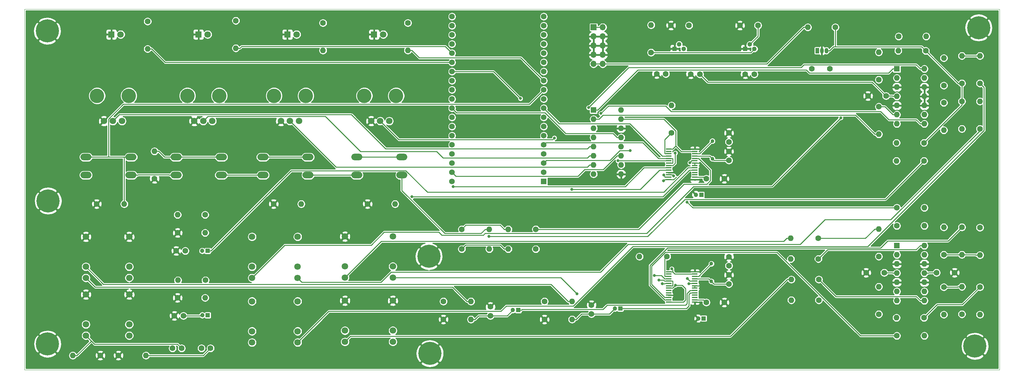
<source format=gbr>
G04 #@! TF.GenerationSoftware,KiCad,Pcbnew,(5.1.5)-3*
G04 #@! TF.CreationDate,2020-05-21T22:52:29+02:00*
G04 #@! TF.ProjectId,eurogen,6575726f-6765-46e2-9e6b-696361645f70,rev?*
G04 #@! TF.SameCoordinates,Original*
G04 #@! TF.FileFunction,Copper,L1,Top*
G04 #@! TF.FilePolarity,Positive*
%FSLAX46Y46*%
G04 Gerber Fmt 4.6, Leading zero omitted, Abs format (unit mm)*
G04 Created by KiCad (PCBNEW (5.1.5)-3) date 2020-05-21 22:52:29*
%MOMM*%
%LPD*%
G04 APERTURE LIST*
%ADD10C,0.050000*%
%ADD11C,6.400000*%
%ADD12O,1.600000X1.600000*%
%ADD13C,1.600000*%
%ADD14R,1.600000X1.600000*%
%ADD15C,1.030000*%
%ADD16R,1.300000X1.300000*%
%ADD17C,1.300000*%
%ADD18O,1.050000X1.500000*%
%ADD19R,1.050000X1.500000*%
%ADD20R,1.500000X0.400000*%
%ADD21C,1.560000*%
%ADD22R,1.560000X1.560000*%
%ADD23O,3.048000X1.850000*%
%ADD24C,1.800000*%
%ADD25C,4.000000*%
%ADD26R,1.700000X1.700000*%
%ADD27O,1.700000X1.700000*%
%ADD28R,1.800000X1.800000*%
%ADD29C,1.200000*%
%ADD30R,1.200000X1.200000*%
%ADD31C,0.800000*%
%ADD32C,0.250000*%
%ADD33C,0.254000*%
G04 APERTURE END LIST*
D10*
X0Y-100000000D02*
X-9000000Y-100000000D01*
X0Y0D02*
X-9000000Y0D01*
X260985000Y0D02*
X260985000Y-100000000D01*
X100000000Y-100000000D02*
X260985000Y-100000000D01*
X100000000Y0D02*
X260985000Y0D01*
X-9000000Y-100000000D02*
X-9000000Y0D01*
X100000000Y-100000000D02*
X0Y-100000000D01*
X0Y0D02*
X100000000Y0D01*
D11*
X103251000Y-95453200D03*
X-2463800Y-53136800D03*
X255219200Y-5130800D03*
X-2692400Y-6045200D03*
X254177800Y-93421200D03*
X-2616200Y-92811600D03*
X102971600Y-68529200D03*
D12*
X250555000Y-33160000D03*
D13*
X250555000Y-25540000D03*
D12*
X250555000Y-12920000D03*
D13*
X250555000Y-20540000D03*
D12*
X240175000Y-16540000D03*
X232555000Y-31780000D03*
X240175000Y-19080000D03*
X232555000Y-29240000D03*
X240175000Y-21620000D03*
X232555000Y-26700000D03*
X240175000Y-24160000D03*
X232555000Y-24160000D03*
X240175000Y-26700000D03*
X232555000Y-21620000D03*
X240175000Y-29240000D03*
X232555000Y-19080000D03*
X240175000Y-31780000D03*
D14*
X232555000Y-16540000D03*
D12*
X240175000Y-65540000D03*
X232555000Y-80780000D03*
X240175000Y-68080000D03*
X232555000Y-78240000D03*
X240175000Y-70620000D03*
X232555000Y-75700000D03*
X240175000Y-73160000D03*
X232555000Y-73160000D03*
X240175000Y-75700000D03*
X232555000Y-70620000D03*
X240175000Y-78240000D03*
X232555000Y-68080000D03*
X240175000Y-80780000D03*
D14*
X232555000Y-65540000D03*
D12*
X156210000Y-27940000D03*
X148590000Y-45720000D03*
X156210000Y-30480000D03*
X148590000Y-43180000D03*
X156210000Y-33020000D03*
X148590000Y-40640000D03*
X156210000Y-35560000D03*
X148590000Y-38100000D03*
X156210000Y-38100000D03*
X148590000Y-35560000D03*
X156210000Y-40640000D03*
X148590000Y-33020000D03*
X156210000Y-43180000D03*
X148590000Y-30480000D03*
X156210000Y-45720000D03*
D14*
X148590000Y-27940000D03*
D12*
X240175000Y-60040000D03*
D13*
X232555000Y-60040000D03*
D12*
X227555000Y-60920000D03*
D13*
X227555000Y-68540000D03*
D12*
X240175000Y-55040000D03*
D13*
X232555000Y-55040000D03*
D12*
X227555000Y-34660000D03*
D13*
X227555000Y-27040000D03*
D12*
X232435000Y-42040000D03*
D13*
X240055000Y-42040000D03*
D12*
X232435000Y-37040000D03*
D13*
X240055000Y-37040000D03*
D12*
X227555000Y-11920000D03*
D13*
X227555000Y-19540000D03*
D12*
X240675000Y-7540000D03*
D13*
X233055000Y-7540000D03*
D12*
X232935000Y-11540000D03*
D13*
X240555000Y-11540000D03*
D12*
X245555000Y-33540000D03*
D13*
X245555000Y-25920000D03*
D12*
X255555000Y-25540000D03*
D13*
X255555000Y-33160000D03*
D12*
X245555000Y-13540000D03*
D13*
X245555000Y-21160000D03*
D12*
X255555000Y-12920000D03*
D13*
X255555000Y-20540000D03*
D15*
X181190000Y-75440000D03*
X181190000Y-70560000D03*
X181460000Y-41440000D03*
X181460000Y-36560000D03*
D16*
X190595000Y-11000000D03*
D17*
X193135000Y-11000000D03*
X191865000Y-9730000D03*
D16*
X171000000Y-11000000D03*
D17*
X173540000Y-11000000D03*
X172270000Y-9730000D03*
D18*
X211770000Y-11500000D03*
X213040000Y-11500000D03*
D19*
X210500000Y-11500000D03*
D20*
X176625000Y-72775000D03*
X176625000Y-73425000D03*
X176625000Y-74075000D03*
X176625000Y-74725000D03*
X176625000Y-75375000D03*
X176625000Y-76025000D03*
X176625000Y-76675000D03*
X176625000Y-77325000D03*
X176625000Y-77975000D03*
X176625000Y-78625000D03*
X176625000Y-79275000D03*
X176625000Y-79925000D03*
X176625000Y-80575000D03*
X176625000Y-81225000D03*
X169375000Y-81225000D03*
X169375000Y-80575000D03*
X169375000Y-79925000D03*
X169375000Y-79275000D03*
X169375000Y-78625000D03*
X169375000Y-77975000D03*
X169375000Y-77325000D03*
X169375000Y-76675000D03*
X169375000Y-76025000D03*
X169375000Y-75375000D03*
X169375000Y-74725000D03*
X169375000Y-74075000D03*
X169375000Y-73425000D03*
X169375000Y-72775000D03*
X176625000Y-38775000D03*
X176625000Y-39425000D03*
X176625000Y-40075000D03*
X176625000Y-40725000D03*
X176625000Y-41375000D03*
X176625000Y-42025000D03*
X176625000Y-42675000D03*
X176625000Y-43325000D03*
X176625000Y-43975000D03*
X176625000Y-44625000D03*
X176625000Y-45275000D03*
X176625000Y-45925000D03*
X176625000Y-46575000D03*
X176625000Y-47225000D03*
X169375000Y-47225000D03*
X169375000Y-46575000D03*
X169375000Y-45925000D03*
X169375000Y-45275000D03*
X169375000Y-44625000D03*
X169375000Y-43975000D03*
X169375000Y-43325000D03*
X169375000Y-42675000D03*
X169375000Y-42025000D03*
X169375000Y-41375000D03*
X169375000Y-40725000D03*
X169375000Y-40075000D03*
X169375000Y-39425000D03*
X169375000Y-38775000D03*
D21*
X109380000Y-2040000D03*
X109380000Y-4580000D03*
X109380000Y-7120000D03*
X109380000Y-9660000D03*
X109380000Y-12200000D03*
X109380000Y-14740000D03*
X109380000Y-17280000D03*
X109380000Y-19820000D03*
X109380000Y-22360000D03*
X109380000Y-24900000D03*
X109380000Y-27440000D03*
X109380000Y-29980000D03*
X109380000Y-32520000D03*
X109380000Y-35060000D03*
X109380000Y-37600000D03*
X109380000Y-40140000D03*
X109380000Y-42680000D03*
X109380000Y-45220000D03*
X109380000Y-47760000D03*
X134780000Y-4580000D03*
X134780000Y-7120000D03*
X134780000Y-9660000D03*
X134780000Y-12200000D03*
X134780000Y-14740000D03*
X134780000Y-17280000D03*
X134780000Y-19820000D03*
X134780000Y-22360000D03*
X134780000Y-24900000D03*
X134780000Y-27440000D03*
X134780000Y-29980000D03*
X134780000Y-32520000D03*
X134780000Y-35060000D03*
X134780000Y-37600000D03*
X134780000Y-40140000D03*
X134780000Y-42680000D03*
X134780000Y-2040000D03*
X134780000Y-45220000D03*
D22*
X134780000Y-47760000D03*
D23*
X83000000Y-46000000D03*
X83000000Y-41000000D03*
X95500000Y-46000000D03*
X95500000Y-41000000D03*
X57000000Y-46000000D03*
X57000000Y-41000000D03*
X69500000Y-46000000D03*
X69500000Y-41000000D03*
X33000000Y-46000000D03*
X33000000Y-41000000D03*
X45500000Y-46000000D03*
X45500000Y-41000000D03*
X8000000Y-46000000D03*
X8000000Y-41000000D03*
X20500000Y-46000000D03*
X20500000Y-41000000D03*
D24*
X87000000Y-31000000D03*
X89500000Y-31000000D03*
X92000000Y-31000000D03*
D25*
X85100000Y-24000000D03*
X93900000Y-24000000D03*
D24*
X62000000Y-31000000D03*
X64500000Y-31000000D03*
X67000000Y-31000000D03*
D25*
X60100000Y-24000000D03*
X68900000Y-24000000D03*
D24*
X38000000Y-31000000D03*
X40500000Y-31000000D03*
X43000000Y-31000000D03*
D25*
X36100000Y-24000000D03*
X44900000Y-24000000D03*
D24*
X13000000Y-31000000D03*
X15500000Y-31000000D03*
X18000000Y-31000000D03*
D25*
X11100000Y-24000000D03*
X19900000Y-24000000D03*
D12*
X93620000Y-54000000D03*
D13*
X86000000Y-54000000D03*
D12*
X18620000Y-54000000D03*
D13*
X11000000Y-54000000D03*
D12*
X97155000Y-11430000D03*
D13*
X97155000Y-3810000D03*
D12*
X73660000Y-11430000D03*
D13*
X73660000Y-3810000D03*
D12*
X49530000Y-10795000D03*
D13*
X49530000Y-3175000D03*
D12*
X25080000Y-11000000D03*
D13*
X25080000Y-3380000D03*
D12*
X142620000Y-86000000D03*
D13*
X135000000Y-86000000D03*
D12*
X114620000Y-86000000D03*
D13*
X107000000Y-86000000D03*
D12*
X142620000Y-81000000D03*
D13*
X135000000Y-81000000D03*
D12*
X114620000Y-81000000D03*
D13*
X107000000Y-81000000D03*
D12*
X67620000Y-54000000D03*
D13*
X60000000Y-54000000D03*
D12*
X27000000Y-39380000D03*
D13*
X27000000Y-47000000D03*
D12*
X164500000Y-4380000D03*
D13*
X164500000Y-12000000D03*
D12*
X203205000Y-69215000D03*
D13*
X210825000Y-69215000D03*
D12*
X203325000Y-80645000D03*
D13*
X210945000Y-80645000D03*
D12*
X245555000Y-60420000D03*
D13*
X245555000Y-68040000D03*
D12*
X227555000Y-76920000D03*
D13*
X227555000Y-84540000D03*
D12*
X250555000Y-68040000D03*
D13*
X250555000Y-60420000D03*
D12*
X240175000Y-90540000D03*
D13*
X232555000Y-90540000D03*
D12*
X255555000Y-68160000D03*
D13*
X255555000Y-60540000D03*
D12*
X232435000Y-85540000D03*
D13*
X240055000Y-85540000D03*
D12*
X203325000Y-74930000D03*
D13*
X210945000Y-74930000D03*
D12*
X24620000Y-96000000D03*
D13*
X17000000Y-96000000D03*
D12*
X4380000Y-96000000D03*
D13*
X12000000Y-96000000D03*
D12*
X245555000Y-84660000D03*
D13*
X245555000Y-77040000D03*
D12*
X250555000Y-76920000D03*
D13*
X250555000Y-84540000D03*
D12*
X255555000Y-84660000D03*
D13*
X255555000Y-77040000D03*
D12*
X207880000Y-5000000D03*
D13*
X215500000Y-5000000D03*
D12*
X203200000Y-63500000D03*
D13*
X210820000Y-63500000D03*
D12*
X161290000Y-68580000D03*
D13*
X168910000Y-68580000D03*
D12*
X170180000Y-26670000D03*
D13*
X170180000Y-34290000D03*
D12*
X124960000Y-66500000D03*
D13*
X132580000Y-66500000D03*
D12*
X124960000Y-61000000D03*
D13*
X132580000Y-61000000D03*
D12*
X119700000Y-66500000D03*
D13*
X112080000Y-66500000D03*
D12*
X119700000Y-61000000D03*
D13*
X112080000Y-61000000D03*
D12*
X41000000Y-80000000D03*
D13*
X33380000Y-80000000D03*
D12*
X33477200Y-75133200D03*
D13*
X41097200Y-75133200D03*
D12*
X41000000Y-62000000D03*
D13*
X33380000Y-62000000D03*
D12*
X33380000Y-57000000D03*
D13*
X41000000Y-57000000D03*
D24*
X8000000Y-79080000D03*
X8000000Y-90480000D03*
X8000000Y-87380000D03*
X66635000Y-63080000D03*
X66635000Y-74480000D03*
X66635000Y-71380000D03*
X66635000Y-80985000D03*
X66635000Y-92385000D03*
X66635000Y-89285000D03*
X54000000Y-80985000D03*
X54000000Y-92385000D03*
X54000000Y-89285000D03*
X54000000Y-63080000D03*
X54000000Y-74480000D03*
X54000000Y-71380000D03*
X93000000Y-80805000D03*
X93000000Y-92205000D03*
X93000000Y-89105000D03*
X93000000Y-63025000D03*
X93000000Y-74425000D03*
X93000000Y-71325000D03*
X79730000Y-80805000D03*
X79730000Y-92205000D03*
X79730000Y-89105000D03*
X79730000Y-63025000D03*
X79730000Y-74425000D03*
X79730000Y-71325000D03*
X8000000Y-63080000D03*
X8000000Y-74480000D03*
X8000000Y-71380000D03*
X20000000Y-63080000D03*
X20000000Y-74480000D03*
X20000000Y-71380000D03*
D26*
X148580000Y-5000000D03*
D27*
X151120000Y-5000000D03*
X148580000Y-7540000D03*
X151120000Y-7540000D03*
X148580000Y-10080000D03*
X151120000Y-10080000D03*
X148580000Y-12620000D03*
X151120000Y-12620000D03*
X148580000Y-15160000D03*
X151120000Y-15160000D03*
D24*
X20000000Y-79080000D03*
X20000000Y-90480000D03*
X20000000Y-87380000D03*
X90350000Y-7000000D03*
D28*
X87810000Y-7000000D03*
D24*
X66350000Y-7000000D03*
D28*
X63810000Y-7000000D03*
D24*
X41715000Y-7000000D03*
D28*
X39175000Y-7000000D03*
D24*
X17620000Y-7000000D03*
D28*
X15080000Y-7000000D03*
D29*
X154507000Y-82981800D03*
D30*
X156007000Y-82981800D03*
D29*
X126237000Y-83413600D03*
D30*
X127737000Y-83413600D03*
D13*
X148000000Y-82000000D03*
X148000000Y-84500000D03*
X120000000Y-82500000D03*
X120000000Y-85000000D03*
X194095000Y-4500000D03*
X189095000Y-4500000D03*
X190595000Y-18000000D03*
X193095000Y-18000000D03*
X175000000Y-4500000D03*
X170000000Y-4500000D03*
X175500000Y-18000000D03*
X178000000Y-18000000D03*
X166080000Y-17932400D03*
X168580000Y-17932400D03*
X42500000Y-94000000D03*
X40000000Y-94000000D03*
X34500000Y-94000000D03*
X32000000Y-94000000D03*
X229555000Y-24040000D03*
X224555000Y-24040000D03*
X248555000Y-73040000D03*
X243555000Y-73040000D03*
X209000000Y-16500000D03*
X214000000Y-16500000D03*
X229055000Y-73040000D03*
X224055000Y-73040000D03*
X186055000Y-76160000D03*
X186055000Y-73660000D03*
X186055000Y-71120000D03*
X186055000Y-68620000D03*
D29*
X177570000Y-85725000D03*
D30*
X179070000Y-85725000D03*
D13*
X184785000Y-81280000D03*
X179785000Y-81280000D03*
X186055000Y-41910000D03*
X186055000Y-39410000D03*
X186055000Y-36790000D03*
X186055000Y-34290000D03*
D29*
X176935000Y-51435000D03*
D30*
X178435000Y-51435000D03*
D13*
X184785000Y-46990000D03*
X179785000Y-46990000D03*
D29*
X40232200Y-84836000D03*
D30*
X41732200Y-84836000D03*
D13*
X32500000Y-85000000D03*
X35000000Y-85000000D03*
D29*
X40206800Y-66979800D03*
D30*
X41706800Y-66979800D03*
D13*
X33000000Y-67000000D03*
X35500000Y-67000000D03*
D31*
X221208600Y-35204400D03*
X200228200Y-34899600D03*
X178511200Y-45008800D03*
X166471600Y-53162200D03*
X173736000Y-40436800D03*
X172059600Y-80137000D03*
X193294000Y-13360400D03*
X205232000Y-90805000D03*
X143306800Y-95427800D03*
X36728400Y-50901600D03*
X-2463800Y-71602600D03*
X-2362200Y-27152600D03*
X51663600Y-18745200D03*
X126060200Y-15519400D03*
X122275600Y-5029200D03*
X143256000Y-8280400D03*
X173329600Y-22428200D03*
X141859000Y-56489600D03*
X117373400Y-55778400D03*
X77190600Y-50393600D03*
X252730000Y-46685200D03*
X74218800Y-62788800D03*
X147828000Y-68097400D03*
X216204800Y-71323200D03*
X98266000Y-51976900D03*
X170215100Y-71946100D03*
X109709500Y-49190900D03*
X142509300Y-49963600D03*
X171210000Y-76504000D03*
X167950300Y-47600800D03*
X171196000Y-39878000D03*
X144004200Y-78901100D03*
X217019100Y-30104700D03*
X119616000Y-63011200D03*
X174516900Y-74647000D03*
X174956300Y-76144000D03*
X175250000Y-42599800D03*
X158698900Y-39225400D03*
X174506300Y-53489400D03*
X170753500Y-46181800D03*
X168021000Y-45981100D03*
X147174400Y-27294500D03*
X150607300Y-28905700D03*
X137723000Y-35685600D03*
X165439100Y-73794400D03*
X128330500Y-24755600D03*
X155365200Y-42025000D03*
X167610900Y-76075100D03*
X166710000Y-75064500D03*
D32*
X176625000Y-42675000D02*
X177930000Y-42675000D01*
X176625000Y-43325000D02*
X176625000Y-42675000D01*
X176625000Y-76675000D02*
X177625000Y-76675000D01*
X177625000Y-76675000D02*
X177626000Y-76676300D01*
X177626000Y-76676300D02*
X177781000Y-76676300D01*
X176625000Y-76675000D02*
X176625000Y-77325000D01*
X42632100Y-66979800D02*
X64863900Y-44748000D01*
X64863900Y-44748000D02*
X96617700Y-44748000D01*
X96617700Y-44748000D02*
X102558600Y-50688900D01*
X102558600Y-50688900D02*
X168030700Y-50688900D01*
X168030700Y-50688900D02*
X174744600Y-43975000D01*
X174744600Y-43975000D02*
X176625000Y-43975000D01*
X41706800Y-66979800D02*
X42632100Y-66979800D01*
X35000000Y-85000000D02*
X40068200Y-85000000D01*
X40068200Y-85000000D02*
X40232200Y-84836000D01*
X98266000Y-51976900D02*
X167769900Y-51976900D01*
X167769900Y-51976900D02*
X175121800Y-44625000D01*
X175121800Y-44625000D02*
X176625000Y-44625000D01*
X179785000Y-46990000D02*
X179370000Y-46575000D01*
X179370000Y-46575000D02*
X176625000Y-46575000D01*
X176625000Y-40075000D02*
X177945000Y-40075000D01*
X177945000Y-40075000D02*
X181460000Y-36560000D01*
X176625000Y-40725000D02*
X180745000Y-40725000D01*
X180745000Y-40725000D02*
X181460000Y-41440000D01*
X186055000Y-41910000D02*
X181930000Y-41910000D01*
X181930000Y-41910000D02*
X181460000Y-41440000D01*
X179785000Y-81280000D02*
X179080000Y-80575000D01*
X179080000Y-80575000D02*
X176625000Y-80575000D01*
X176625000Y-74075000D02*
X177700300Y-74075000D01*
X177700300Y-74075000D02*
X177700300Y-74049700D01*
X177700300Y-74049700D02*
X181190000Y-70560000D01*
X181190000Y-75440000D02*
X180475000Y-74725000D01*
X180475000Y-74725000D02*
X177700300Y-74725000D01*
X186055000Y-76160000D02*
X181910000Y-76160000D01*
X181910000Y-76160000D02*
X181190000Y-75440000D01*
X176625000Y-74725000D02*
X177700300Y-74725000D01*
X193135000Y-11000000D02*
X192135000Y-12000000D01*
X192135000Y-12000000D02*
X164500000Y-12000000D01*
X151120000Y-5000000D02*
X148580000Y-5000000D01*
X232555000Y-73160000D02*
X231429700Y-73160000D01*
X229055000Y-73040000D02*
X231309700Y-73040000D01*
X231309700Y-73040000D02*
X231429700Y-73160000D01*
X255555000Y-77040000D02*
X250689600Y-81905400D01*
X250689600Y-81905400D02*
X243689600Y-81905400D01*
X243689600Y-81905400D02*
X240055000Y-85540000D01*
X250555000Y-20540000D02*
X249555000Y-20540000D01*
X249555000Y-20540000D02*
X240555000Y-11540000D01*
X250555000Y-20540000D02*
X250555000Y-25540000D01*
X240555000Y-11540000D02*
X239386900Y-10371900D01*
X239386900Y-10371900D02*
X215500000Y-10371900D01*
X240055000Y-37040000D02*
X250555000Y-26540000D01*
X250555000Y-26540000D02*
X250555000Y-25540000D01*
X215500000Y-10371900D02*
X215018400Y-10371900D01*
X215018400Y-10371900D02*
X213890300Y-11500000D01*
X215500000Y-10371900D02*
X215500000Y-5000000D01*
X213040000Y-11500000D02*
X213890300Y-11500000D01*
X207880000Y-5000000D02*
X206754700Y-5000000D01*
X206754700Y-5000000D02*
X196594700Y-15160000D01*
X196594700Y-15160000D02*
X151120000Y-15160000D01*
X151120000Y-15160000D02*
X148580000Y-15160000D01*
X240175000Y-73160000D02*
X241300300Y-73160000D01*
X243555000Y-73040000D02*
X241420300Y-73040000D01*
X241420300Y-73040000D02*
X241300300Y-73160000D01*
X20500000Y-46000000D02*
X22349300Y-46000000D01*
X33000000Y-46000000D02*
X31150700Y-46000000D01*
X31150700Y-46000000D02*
X30998600Y-45847900D01*
X30998600Y-45847900D02*
X22501400Y-45847900D01*
X22501400Y-45847900D02*
X22349300Y-46000000D01*
X119700000Y-61000000D02*
X118574700Y-61000000D01*
X118574700Y-61000000D02*
X117439200Y-62135500D01*
X117439200Y-62135500D02*
X107378600Y-62135500D01*
X107378600Y-62135500D02*
X95500000Y-50256900D01*
X95500000Y-50256900D02*
X95500000Y-46000000D01*
X170215100Y-71946100D02*
X170450300Y-72181300D01*
X170450300Y-72181300D02*
X170450300Y-72775000D01*
X171334000Y-37891300D02*
X170450300Y-38775000D01*
X156210000Y-30480000D02*
X168018800Y-30480000D01*
X168018800Y-30480000D02*
X171334000Y-33795200D01*
X171334000Y-33795200D02*
X171334000Y-37891300D01*
X171334000Y-37891300D02*
X172867700Y-39425000D01*
X172867700Y-39425000D02*
X176625000Y-39425000D01*
X169375000Y-38775000D02*
X170450300Y-38775000D01*
X169375000Y-72775000D02*
X170450300Y-72775000D01*
X170450300Y-72775000D02*
X171100300Y-73425000D01*
X171100300Y-73425000D02*
X176625000Y-73425000D01*
X229555000Y-24040000D02*
X225727500Y-20212500D01*
X225727500Y-20212500D02*
X180212500Y-20212500D01*
X180212500Y-20212500D02*
X178000000Y-18000000D01*
X229555000Y-24040000D02*
X231309700Y-24040000D01*
X231309700Y-24040000D02*
X231429700Y-24160000D01*
X45500000Y-46000000D02*
X57000000Y-46000000D01*
X69500000Y-46000000D02*
X83000000Y-46000000D01*
X232555000Y-24160000D02*
X231429700Y-24160000D01*
X9512700Y-91992600D02*
X8000000Y-90480000D01*
X34500000Y-94000000D02*
X33360600Y-92860600D01*
X33360600Y-92860600D02*
X10380600Y-92860600D01*
X10380600Y-92860600D02*
X9512700Y-91992600D01*
X9512700Y-91992600D02*
X5505300Y-96000000D01*
X4380000Y-96000000D02*
X5505300Y-96000000D01*
X109709500Y-49190900D02*
X157340200Y-49190900D01*
X157340200Y-49190900D02*
X162556100Y-43975000D01*
X162556100Y-43975000D02*
X169375000Y-43975000D01*
X42500000Y-94000000D02*
X40500000Y-96000000D01*
X40500000Y-96000000D02*
X24620000Y-96000000D01*
X169375000Y-44625000D02*
X166846100Y-44625000D01*
X166846100Y-44625000D02*
X161507500Y-49963600D01*
X161507500Y-49963600D02*
X142509300Y-49963600D01*
X170450300Y-77325000D02*
X171210000Y-76565300D01*
X171210000Y-76565300D02*
X171210000Y-76504000D01*
X170337700Y-77325000D02*
X170450300Y-77325000D01*
X191865000Y-9730000D02*
X194095000Y-7500000D01*
X194095000Y-7500000D02*
X194095000Y-4500000D01*
X171482600Y-46528400D02*
X170786000Y-47225000D01*
X170786000Y-47225000D02*
X169375000Y-47225000D01*
X167950300Y-47600800D02*
X168299700Y-47251400D01*
X168299700Y-47251400D02*
X168299700Y-47225000D01*
X169375000Y-47225000D02*
X168299700Y-47225000D01*
X169375000Y-77325000D02*
X170337700Y-77325000D01*
X171196000Y-42697400D02*
X171196000Y-39878000D01*
X170568400Y-43325000D02*
X171196000Y-42697400D01*
X169375000Y-43325000D02*
X170568400Y-43325000D01*
X173100200Y-76504000D02*
X171210000Y-76504000D01*
X174022590Y-77426390D02*
X173100200Y-76504000D01*
X174022590Y-80637810D02*
X174022590Y-77426390D01*
X169375000Y-81225000D02*
X173435400Y-81225000D01*
X173435400Y-81225000D02*
X174022590Y-80637810D01*
X114620000Y-86000000D02*
X115745300Y-86000000D01*
X120000000Y-85000000D02*
X116745300Y-85000000D01*
X116745300Y-85000000D02*
X115745300Y-86000000D01*
X126237000Y-83413600D02*
X124650600Y-85000000D01*
X124650600Y-85000000D02*
X120000000Y-85000000D01*
X154507000Y-82981800D02*
X152988800Y-84500000D01*
X152988800Y-84500000D02*
X148000000Y-84500000D01*
X142620000Y-86000000D02*
X143745300Y-86000000D01*
X148000000Y-84500000D02*
X145245300Y-84500000D01*
X145245300Y-84500000D02*
X143745300Y-86000000D01*
X175339200Y-77975000D02*
X176625000Y-77975000D01*
X174472600Y-78841600D02*
X175339200Y-77975000D01*
X174472600Y-81635600D02*
X174472600Y-78841600D01*
X174051700Y-82056500D02*
X174472600Y-81635600D01*
X128662300Y-83413600D02*
X128825900Y-83250000D01*
X127737000Y-83413600D02*
X128662300Y-83413600D01*
X128825900Y-83250000D02*
X151176000Y-83250000D01*
X152369500Y-82056500D02*
X174051700Y-82056500D01*
X151176000Y-83250000D02*
X152369500Y-82056500D01*
X175425800Y-78625000D02*
X176625000Y-78625000D01*
X174955200Y-82296000D02*
X174955200Y-79095600D01*
X156007000Y-82981800D02*
X174269400Y-82981800D01*
X174955200Y-79095600D02*
X175425800Y-78625000D01*
X174269400Y-82981800D02*
X174955200Y-82296000D01*
X114620000Y-81000000D02*
X113494700Y-81000000D01*
X8000000Y-74480000D02*
X10578000Y-77058000D01*
X10578000Y-77058000D02*
X109552700Y-77058000D01*
X109552700Y-77058000D02*
X113494700Y-81000000D01*
X142620000Y-81000000D02*
X141494700Y-81000000D01*
X8000000Y-71380000D02*
X12880700Y-76260700D01*
X12880700Y-76260700D02*
X136755400Y-76260700D01*
X136755400Y-76260700D02*
X141494700Y-81000000D01*
X203200000Y-63500000D02*
X202074700Y-63500000D01*
X79730000Y-74425000D02*
X89807600Y-64347400D01*
X89807600Y-64347400D02*
X201227300Y-64347400D01*
X201227300Y-64347400D02*
X202074700Y-63500000D01*
X203325000Y-74930000D02*
X202199700Y-74930000D01*
X79730000Y-92205000D02*
X81280000Y-90655000D01*
X81280000Y-90655000D02*
X186474700Y-90655000D01*
X186474700Y-90655000D02*
X202199700Y-74930000D01*
X93000000Y-74425000D02*
X139528100Y-74425000D01*
X139528100Y-74425000D02*
X144004200Y-78901100D01*
X54000000Y-74480000D02*
X63060200Y-65419800D01*
X63060200Y-65419800D02*
X86978400Y-65419800D01*
X86978400Y-65419800D02*
X90604500Y-61793700D01*
X90604500Y-61793700D02*
X105761800Y-61793700D01*
X105761800Y-61793700D02*
X106591800Y-62623700D01*
X106591800Y-62623700D02*
X118057500Y-62623700D01*
X118057500Y-62623700D02*
X118516300Y-62164900D01*
X118516300Y-62164900D02*
X163255500Y-62164900D01*
X163255500Y-62164900D02*
X176275500Y-49144900D01*
X176275500Y-49144900D02*
X197978900Y-49144900D01*
X197978900Y-49144900D02*
X217019100Y-30104700D01*
X119616000Y-63011200D02*
X163584300Y-63011200D01*
X163584300Y-63011200D02*
X173886700Y-52708800D01*
X173886700Y-52708800D02*
X229386200Y-52708800D01*
X229386200Y-52708800D02*
X240055000Y-42040000D01*
X66635000Y-92385000D02*
X75270000Y-83750000D01*
X75270000Y-83750000D02*
X122927800Y-83750000D01*
X122927800Y-83750000D02*
X124389300Y-82288500D01*
X124389300Y-82288500D02*
X142940500Y-82288500D01*
X142940500Y-82288500D02*
X159464500Y-65764500D01*
X159464500Y-65764500D02*
X224546500Y-65764500D01*
X224546500Y-65764500D02*
X256711500Y-33599500D01*
X256711500Y-33599500D02*
X256711500Y-21696500D01*
X256711500Y-21696500D02*
X255555000Y-20540000D01*
X66635000Y-74480000D02*
X67823300Y-75668300D01*
X67823300Y-75668300D02*
X89756500Y-75668300D01*
X89756500Y-75668300D02*
X92549800Y-72875000D01*
X92549800Y-72875000D02*
X150499200Y-72875000D01*
X150499200Y-72875000D02*
X158159000Y-65215200D01*
X158159000Y-65215200D02*
X205775400Y-65215200D01*
X205775400Y-65215200D02*
X212621300Y-58369300D01*
X212621300Y-58369300D02*
X230864400Y-58369300D01*
X230864400Y-58369300D02*
X255555000Y-33678700D01*
X255555000Y-33678700D02*
X255555000Y-33160000D01*
X124960000Y-61000000D02*
X123834700Y-61000000D01*
X112080000Y-61000000D02*
X113205300Y-59874700D01*
X113205300Y-59874700D02*
X122709400Y-59874700D01*
X122709400Y-59874700D02*
X123834700Y-61000000D01*
X124960000Y-66500000D02*
X123834700Y-66500000D01*
X112080000Y-66500000D02*
X113205300Y-65374700D01*
X113205300Y-65374700D02*
X122709400Y-65374700D01*
X122709400Y-65374700D02*
X123834700Y-66500000D01*
X176625000Y-41375000D02*
X177700300Y-41375000D01*
X177700300Y-41375000D02*
X180911900Y-44586600D01*
X180911900Y-44586600D02*
X180911900Y-47521900D01*
X180911900Y-47521900D02*
X179947900Y-48485900D01*
X179947900Y-48485900D02*
X173598400Y-48485900D01*
X173598400Y-48485900D02*
X161084300Y-61000000D01*
X161084300Y-61000000D02*
X132580000Y-61000000D01*
X174516900Y-74647000D02*
X175244900Y-75375000D01*
X175244900Y-75375000D02*
X176625000Y-75375000D01*
X176625000Y-76025000D02*
X175075300Y-76025000D01*
X175075300Y-76025000D02*
X174956300Y-76144000D01*
X175549700Y-42025000D02*
X175549700Y-42300100D01*
X175549700Y-42300100D02*
X175250000Y-42599800D01*
X176625000Y-42025000D02*
X175549700Y-42025000D01*
X134780000Y-42680000D02*
X135550000Y-41910000D01*
X135550000Y-41910000D02*
X153139800Y-41910000D01*
X153139800Y-41910000D02*
X155824400Y-39225400D01*
X155824400Y-39225400D02*
X158698900Y-39225400D01*
X169375000Y-40075000D02*
X168299700Y-40075000D01*
X168299700Y-40075000D02*
X168299700Y-36170300D01*
X168299700Y-36170300D02*
X170180000Y-34290000D01*
X169375000Y-74075000D02*
X168299700Y-74075000D01*
X168299700Y-74075000D02*
X168299700Y-69190300D01*
X168299700Y-69190300D02*
X168910000Y-68580000D01*
X174506300Y-53489400D02*
X176056900Y-55040000D01*
X176056900Y-55040000D02*
X232555000Y-55040000D01*
X169375000Y-45925000D02*
X170496700Y-45925000D01*
X170496700Y-45925000D02*
X170753500Y-46181800D01*
X227555000Y-60920000D02*
X226429700Y-60920000D01*
X210820000Y-63500000D02*
X223849700Y-63500000D01*
X223849700Y-63500000D02*
X226429700Y-60920000D01*
X250555000Y-76920000D02*
X249429700Y-76920000D01*
X245555000Y-77040000D02*
X249309700Y-77040000D01*
X249309700Y-77040000D02*
X249429700Y-76920000D01*
X168299700Y-46575000D02*
X168299700Y-46259800D01*
X168299700Y-46259800D02*
X168021000Y-45981100D01*
X169375000Y-46575000D02*
X168299700Y-46575000D01*
X240175000Y-80780000D02*
X239049700Y-80780000D01*
X239049700Y-80780000D02*
X237924400Y-79654700D01*
X237924400Y-79654700D02*
X215669700Y-79654700D01*
X215669700Y-79654700D02*
X210945000Y-74930000D01*
X255555000Y-68160000D02*
X254429700Y-68160000D01*
X250555000Y-68040000D02*
X254309700Y-68040000D01*
X254309700Y-68040000D02*
X254429700Y-68160000D01*
X245555000Y-68040000D02*
X250555000Y-68040000D01*
X169375000Y-79925000D02*
X168299700Y-79925000D01*
X168299700Y-79925000D02*
X164687800Y-76313100D01*
X164687800Y-76313100D02*
X164687800Y-71175700D01*
X164687800Y-71175700D02*
X168435300Y-67428200D01*
X168435300Y-67428200D02*
X199358700Y-67428200D01*
X199358700Y-67428200D02*
X222470500Y-90540000D01*
X222470500Y-90540000D02*
X232555000Y-90540000D01*
X169375000Y-80575000D02*
X168299700Y-80575000D01*
X168299700Y-80575000D02*
X164237400Y-76512700D01*
X164237400Y-76512700D02*
X164237400Y-70989200D01*
X164237400Y-70989200D02*
X169011700Y-66214900D01*
X169011700Y-66214900D02*
X228031400Y-66214900D01*
X228031400Y-66214900D02*
X230016300Y-64230000D01*
X230016300Y-64230000D02*
X246745000Y-64230000D01*
X246745000Y-64230000D02*
X250555000Y-60420000D01*
X240175000Y-65540000D02*
X239049700Y-65540000D01*
X239049700Y-65540000D02*
X237924400Y-66665300D01*
X237924400Y-66665300D02*
X213374700Y-66665300D01*
X213374700Y-66665300D02*
X210825000Y-69215000D01*
X232555000Y-16540000D02*
X231429700Y-16540000D01*
X148590000Y-27940000D02*
X149715300Y-27940000D01*
X149715300Y-27940000D02*
X160848300Y-16807000D01*
X160848300Y-16807000D02*
X207506800Y-16807000D01*
X207506800Y-16807000D02*
X208365100Y-17665300D01*
X208365100Y-17665300D02*
X230304400Y-17665300D01*
X230304400Y-17665300D02*
X231429700Y-16540000D01*
X232555000Y-29240000D02*
X231429700Y-29240000D01*
X231429700Y-29240000D02*
X229229700Y-27040000D01*
X229229700Y-27040000D02*
X227555000Y-27040000D01*
X149715300Y-30480000D02*
X150058800Y-30480000D01*
X150058800Y-30480000D02*
X151184100Y-29354700D01*
X151184100Y-29354700D02*
X221124400Y-29354700D01*
X221124400Y-29354700D02*
X226429700Y-34660000D01*
X148590000Y-30480000D02*
X149715300Y-30480000D01*
X227555000Y-34660000D02*
X226429700Y-34660000D01*
X255555000Y-12920000D02*
X250555000Y-12920000D01*
X147174400Y-27294500D02*
X158336700Y-16132200D01*
X158336700Y-16132200D02*
X206069400Y-16132200D01*
X206069400Y-16132200D02*
X206835000Y-15366600D01*
X206835000Y-15366600D02*
X237876300Y-15366600D01*
X237876300Y-15366600D02*
X239049700Y-16540000D01*
X240175000Y-16540000D02*
X239049700Y-16540000D01*
X239049700Y-31780000D02*
X237924400Y-30654700D01*
X237924400Y-30654700D02*
X230345400Y-30654700D01*
X230345400Y-30654700D02*
X228066200Y-28375500D01*
X228066200Y-28375500D02*
X170088300Y-28375500D01*
X170088300Y-28375500D02*
X168521700Y-26808900D01*
X168521700Y-26808900D02*
X152704100Y-26808900D01*
X152704100Y-26808900D02*
X150607300Y-28905700D01*
X240175000Y-31780000D02*
X239049700Y-31780000D01*
X33000000Y-41000000D02*
X45500000Y-41000000D01*
X27000000Y-39380000D02*
X28125300Y-39380000D01*
X33000000Y-41000000D02*
X29745300Y-41000000D01*
X29745300Y-41000000D02*
X28125300Y-39380000D01*
X69500000Y-41000000D02*
X57000000Y-41000000D01*
X25080000Y-11000000D02*
X26205300Y-11000000D01*
X109380000Y-14740000D02*
X29945300Y-14740000D01*
X29945300Y-14740000D02*
X26205300Y-11000000D01*
X49530000Y-10795000D02*
X50655300Y-10795000D01*
X109380000Y-12200000D02*
X107483200Y-10303200D01*
X107483200Y-10303200D02*
X51147100Y-10303200D01*
X51147100Y-10303200D02*
X50655300Y-10795000D01*
X97155000Y-11430000D02*
X98280300Y-11430000D01*
X134780000Y-19820000D02*
X128430000Y-13470000D01*
X128430000Y-13470000D02*
X100320300Y-13470000D01*
X100320300Y-13470000D02*
X98280300Y-11430000D01*
X18620000Y-41000000D02*
X14250000Y-41000000D01*
X20500000Y-41000000D02*
X18620000Y-41000000D01*
X18620000Y-41000000D02*
X18620000Y-52874700D01*
X18620000Y-54000000D02*
X18620000Y-52874700D01*
X14250000Y-41000000D02*
X14250000Y-30469000D01*
X14250000Y-30469000D02*
X18384400Y-26334600D01*
X18384400Y-26334600D02*
X130805400Y-26334600D01*
X130805400Y-26334600D02*
X134780000Y-22360000D01*
X8000000Y-41000000D02*
X14250000Y-41000000D01*
X95500000Y-41000000D02*
X83000000Y-41000000D01*
X148590000Y-38100000D02*
X147464700Y-38100000D01*
X15500000Y-31000000D02*
X17257700Y-29242300D01*
X17257700Y-29242300D02*
X81522700Y-29242300D01*
X81522700Y-29242300D02*
X91002500Y-38722100D01*
X91002500Y-38722100D02*
X146842600Y-38722100D01*
X146842600Y-38722100D02*
X147464700Y-38100000D01*
X148590000Y-40640000D02*
X147464700Y-40640000D01*
X40500000Y-31000000D02*
X41765600Y-29734400D01*
X41765600Y-29734400D02*
X74277800Y-29734400D01*
X74277800Y-29734400D02*
X84028600Y-39485200D01*
X84028600Y-39485200D02*
X105123200Y-39485200D01*
X105123200Y-39485200D02*
X106892600Y-41254600D01*
X106892600Y-41254600D02*
X146850100Y-41254600D01*
X146850100Y-41254600D02*
X147464700Y-40640000D01*
X148590000Y-43180000D02*
X147464700Y-43180000D01*
X64500000Y-31000000D02*
X77302100Y-43802100D01*
X77302100Y-43802100D02*
X146842600Y-43802100D01*
X146842600Y-43802100D02*
X147464700Y-43180000D01*
X89500000Y-31000000D02*
X94665400Y-36165400D01*
X94665400Y-36165400D02*
X137243200Y-36165400D01*
X137243200Y-36165400D02*
X137723000Y-35685600D01*
X109380000Y-17280000D02*
X120854900Y-17280000D01*
X120854900Y-17280000D02*
X128330500Y-24755600D01*
X165439100Y-73794400D02*
X167356000Y-73794400D01*
X167356000Y-73794400D02*
X168286600Y-74725000D01*
X168286600Y-74725000D02*
X169375000Y-74725000D01*
X156210000Y-35560000D02*
X155084700Y-35560000D01*
X109380000Y-27440000D02*
X110650000Y-28710000D01*
X110650000Y-28710000D02*
X135130800Y-28710000D01*
X135130800Y-28710000D02*
X140855500Y-34434700D01*
X140855500Y-34434700D02*
X153959400Y-34434700D01*
X153959400Y-34434700D02*
X155084700Y-35560000D01*
X156210000Y-40640000D02*
X155084700Y-40640000D01*
X109380000Y-45220000D02*
X110503800Y-46343800D01*
X110503800Y-46343800D02*
X144219000Y-46343800D01*
X144219000Y-46343800D02*
X146112800Y-44450000D01*
X146112800Y-44450000D02*
X151274700Y-44450000D01*
X151274700Y-44450000D02*
X155084700Y-40640000D01*
X134780000Y-27440000D02*
X139090000Y-31750000D01*
X139090000Y-31750000D02*
X158651400Y-31750000D01*
X158651400Y-31750000D02*
X167626400Y-40725000D01*
X167626400Y-40725000D02*
X169375000Y-40725000D01*
X155365200Y-42025000D02*
X169375000Y-42025000D01*
X167610900Y-76075100D02*
X168249600Y-76075100D01*
X168249600Y-76075100D02*
X168299700Y-76025000D01*
X169375000Y-76025000D02*
X168299700Y-76025000D01*
X169375000Y-42675000D02*
X170450300Y-42675000D01*
X169375000Y-41375000D02*
X170450300Y-41375000D01*
X170450300Y-41375000D02*
X170450300Y-42675000D01*
X134780000Y-37600000D02*
X135419000Y-36961000D01*
X135419000Y-36961000D02*
X162180800Y-36961000D01*
X162180800Y-36961000D02*
X166594800Y-41375000D01*
X166594800Y-41375000D02*
X169375000Y-41375000D01*
X169375000Y-75375000D02*
X168299700Y-75375000D01*
X166710000Y-75064500D02*
X167989200Y-75064500D01*
X167989200Y-75064500D02*
X168299700Y-75375000D01*
X169375000Y-76675000D02*
X170450300Y-76675000D01*
X169375000Y-75375000D02*
X170450300Y-75375000D01*
X170450300Y-75375000D02*
X170450300Y-76675000D01*
D33*
G36*
X260579001Y-99594000D02*
G01*
X-8594000Y-99594000D01*
X-8594000Y-98154081D01*
X100729724Y-98154081D01*
X101089912Y-98643748D01*
X101753882Y-99004049D01*
X102475385Y-99227894D01*
X103226695Y-99306680D01*
X103978938Y-99237378D01*
X104703208Y-99022652D01*
X105371670Y-98670755D01*
X105412088Y-98643748D01*
X105772276Y-98154081D01*
X103251000Y-95632805D01*
X100729724Y-98154081D01*
X-8594000Y-98154081D01*
X-8594000Y-95512481D01*
X-5137476Y-95512481D01*
X-4777288Y-96002148D01*
X-4113318Y-96362449D01*
X-3391815Y-96586294D01*
X-2640505Y-96665080D01*
X-1888262Y-96595778D01*
X-1163992Y-96381052D01*
X-495530Y-96029155D01*
X-455112Y-96002148D01*
X-367972Y-95883682D01*
X3199000Y-95883682D01*
X3199000Y-96116318D01*
X3244386Y-96344485D01*
X3333412Y-96559413D01*
X3462658Y-96752843D01*
X3627157Y-96917342D01*
X3820587Y-97046588D01*
X4035515Y-97135614D01*
X4263682Y-97181000D01*
X4496318Y-97181000D01*
X4724485Y-97135614D01*
X4939413Y-97046588D01*
X5020058Y-96992702D01*
X11186903Y-96992702D01*
X11258486Y-97236671D01*
X11513996Y-97357571D01*
X11788184Y-97426300D01*
X12070512Y-97440217D01*
X12350130Y-97398787D01*
X12616292Y-97303603D01*
X12741514Y-97236671D01*
X12813097Y-96992702D01*
X16186903Y-96992702D01*
X16258486Y-97236671D01*
X16513996Y-97357571D01*
X16788184Y-97426300D01*
X17070512Y-97440217D01*
X17350130Y-97398787D01*
X17616292Y-97303603D01*
X17741514Y-97236671D01*
X17813097Y-96992702D01*
X17000000Y-96179605D01*
X16186903Y-96992702D01*
X12813097Y-96992702D01*
X12000000Y-96179605D01*
X11186903Y-96992702D01*
X5020058Y-96992702D01*
X5132843Y-96917342D01*
X5297342Y-96752843D01*
X5426588Y-96559413D01*
X5448712Y-96506000D01*
X5480454Y-96506000D01*
X5505300Y-96508447D01*
X5530146Y-96506000D01*
X5530154Y-96506000D01*
X5604493Y-96498678D01*
X5699875Y-96469745D01*
X5787779Y-96422759D01*
X5864827Y-96359527D01*
X5880676Y-96340215D01*
X6150379Y-96070512D01*
X10559783Y-96070512D01*
X10601213Y-96350130D01*
X10696397Y-96616292D01*
X10763329Y-96741514D01*
X11007298Y-96813097D01*
X11820395Y-96000000D01*
X12179605Y-96000000D01*
X12992702Y-96813097D01*
X13236671Y-96741514D01*
X13357571Y-96486004D01*
X13426300Y-96211816D01*
X13433265Y-96070512D01*
X15559783Y-96070512D01*
X15601213Y-96350130D01*
X15696397Y-96616292D01*
X15763329Y-96741514D01*
X16007298Y-96813097D01*
X16820395Y-96000000D01*
X17179605Y-96000000D01*
X17992702Y-96813097D01*
X18236671Y-96741514D01*
X18357571Y-96486004D01*
X18426300Y-96211816D01*
X18440217Y-95929488D01*
X18433431Y-95883682D01*
X23439000Y-95883682D01*
X23439000Y-96116318D01*
X23484386Y-96344485D01*
X23573412Y-96559413D01*
X23702658Y-96752843D01*
X23867157Y-96917342D01*
X24060587Y-97046588D01*
X24275515Y-97135614D01*
X24503682Y-97181000D01*
X24736318Y-97181000D01*
X24964485Y-97135614D01*
X25179413Y-97046588D01*
X25372843Y-96917342D01*
X25537342Y-96752843D01*
X25666588Y-96559413D01*
X25688712Y-96506000D01*
X40475154Y-96506000D01*
X40500000Y-96508447D01*
X40524846Y-96506000D01*
X40524854Y-96506000D01*
X40599193Y-96498678D01*
X40694575Y-96469745D01*
X40782479Y-96422759D01*
X40859527Y-96359527D01*
X40875376Y-96340215D01*
X41786696Y-95428895D01*
X99397520Y-95428895D01*
X99466822Y-96181138D01*
X99681548Y-96905408D01*
X100033445Y-97573870D01*
X100060452Y-97614288D01*
X100550119Y-97974476D01*
X103071395Y-95453200D01*
X103430605Y-95453200D01*
X105951881Y-97974476D01*
X106441548Y-97614288D01*
X106801849Y-96950318D01*
X107025694Y-96228815D01*
X107036886Y-96122081D01*
X251656524Y-96122081D01*
X252016712Y-96611748D01*
X252680682Y-96972049D01*
X253402185Y-97195894D01*
X254153495Y-97274680D01*
X254905738Y-97205378D01*
X255630008Y-96990652D01*
X256298470Y-96638755D01*
X256338888Y-96611748D01*
X256699076Y-96122081D01*
X254177800Y-93600805D01*
X251656524Y-96122081D01*
X107036886Y-96122081D01*
X107104480Y-95477505D01*
X107035178Y-94725262D01*
X106820452Y-94000992D01*
X106502439Y-93396895D01*
X250324320Y-93396895D01*
X250393622Y-94149138D01*
X250608348Y-94873408D01*
X250960245Y-95541870D01*
X250987252Y-95582288D01*
X251476919Y-95942476D01*
X253998195Y-93421200D01*
X254357405Y-93421200D01*
X256878681Y-95942476D01*
X257368348Y-95582288D01*
X257728649Y-94918318D01*
X257952494Y-94196815D01*
X258031280Y-93445505D01*
X257961978Y-92693262D01*
X257747252Y-91968992D01*
X257395355Y-91300530D01*
X257368348Y-91260112D01*
X256878681Y-90899924D01*
X254357405Y-93421200D01*
X253998195Y-93421200D01*
X251476919Y-90899924D01*
X250987252Y-91260112D01*
X250626951Y-91924082D01*
X250403106Y-92645585D01*
X250324320Y-93396895D01*
X106502439Y-93396895D01*
X106468555Y-93332530D01*
X106441548Y-93292112D01*
X105951881Y-92931924D01*
X103430605Y-95453200D01*
X103071395Y-95453200D01*
X100550119Y-92931924D01*
X100060452Y-93292112D01*
X99700151Y-93956082D01*
X99476306Y-94677585D01*
X99397520Y-95428895D01*
X41786696Y-95428895D01*
X42102102Y-95113490D01*
X42155515Y-95135614D01*
X42383682Y-95181000D01*
X42616318Y-95181000D01*
X42844485Y-95135614D01*
X43059413Y-95046588D01*
X43252843Y-94917342D01*
X43417342Y-94752843D01*
X43546588Y-94559413D01*
X43635614Y-94344485D01*
X43681000Y-94116318D01*
X43681000Y-93883682D01*
X43635614Y-93655515D01*
X43546588Y-93440587D01*
X43417342Y-93247157D01*
X43252843Y-93082658D01*
X43059413Y-92953412D01*
X42844485Y-92864386D01*
X42616318Y-92819000D01*
X42383682Y-92819000D01*
X42155515Y-92864386D01*
X41940587Y-92953412D01*
X41747157Y-93082658D01*
X41582658Y-93247157D01*
X41453412Y-93440587D01*
X41364386Y-93655515D01*
X41319000Y-93883682D01*
X41319000Y-94116318D01*
X41364386Y-94344485D01*
X41386510Y-94397898D01*
X40290409Y-95494000D01*
X25688712Y-95494000D01*
X25666588Y-95440587D01*
X25537342Y-95247157D01*
X25372843Y-95082658D01*
X25179413Y-94953412D01*
X24964485Y-94864386D01*
X24736318Y-94819000D01*
X24503682Y-94819000D01*
X24275515Y-94864386D01*
X24060587Y-94953412D01*
X23867157Y-95082658D01*
X23702658Y-95247157D01*
X23573412Y-95440587D01*
X23484386Y-95655515D01*
X23439000Y-95883682D01*
X18433431Y-95883682D01*
X18398787Y-95649870D01*
X18303603Y-95383708D01*
X18236671Y-95258486D01*
X17992702Y-95186903D01*
X17179605Y-96000000D01*
X16820395Y-96000000D01*
X16007298Y-95186903D01*
X15763329Y-95258486D01*
X15642429Y-95513996D01*
X15573700Y-95788184D01*
X15559783Y-96070512D01*
X13433265Y-96070512D01*
X13440217Y-95929488D01*
X13398787Y-95649870D01*
X13303603Y-95383708D01*
X13236671Y-95258486D01*
X12992702Y-95186903D01*
X12179605Y-96000000D01*
X11820395Y-96000000D01*
X11007298Y-95186903D01*
X10763329Y-95258486D01*
X10642429Y-95513996D01*
X10573700Y-95788184D01*
X10559783Y-96070512D01*
X6150379Y-96070512D01*
X7213593Y-95007298D01*
X11186903Y-95007298D01*
X12000000Y-95820395D01*
X12813097Y-95007298D01*
X16186903Y-95007298D01*
X17000000Y-95820395D01*
X17813097Y-95007298D01*
X17741514Y-94763329D01*
X17486004Y-94642429D01*
X17211816Y-94573700D01*
X16929488Y-94559783D01*
X16649870Y-94601213D01*
X16383708Y-94696397D01*
X16258486Y-94763329D01*
X16186903Y-95007298D01*
X12813097Y-95007298D01*
X12741514Y-94763329D01*
X12486004Y-94642429D01*
X12211816Y-94573700D01*
X11929488Y-94559783D01*
X11649870Y-94601213D01*
X11383708Y-94696397D01*
X11258486Y-94763329D01*
X11186903Y-95007298D01*
X7213593Y-95007298D01*
X9512680Y-92708212D01*
X10005219Y-93200809D01*
X10021073Y-93220127D01*
X10065330Y-93256448D01*
X10098097Y-93283342D01*
X10098106Y-93283347D01*
X10098121Y-93283359D01*
X10146323Y-93309124D01*
X10185998Y-93330334D01*
X10186013Y-93330339D01*
X10186025Y-93330345D01*
X10226564Y-93342642D01*
X10281378Y-93359273D01*
X10281397Y-93359275D01*
X10281407Y-93359278D01*
X10322986Y-93363373D01*
X10380570Y-93369048D01*
X10405440Y-93366600D01*
X31002849Y-93366600D01*
X30953412Y-93440587D01*
X30864386Y-93655515D01*
X30819000Y-93883682D01*
X30819000Y-94116318D01*
X30864386Y-94344485D01*
X30953412Y-94559413D01*
X31082658Y-94752843D01*
X31247157Y-94917342D01*
X31440587Y-95046588D01*
X31655515Y-95135614D01*
X31883682Y-95181000D01*
X32116318Y-95181000D01*
X32344485Y-95135614D01*
X32559413Y-95046588D01*
X32752843Y-94917342D01*
X32917342Y-94752843D01*
X33046588Y-94559413D01*
X33135614Y-94344485D01*
X33181000Y-94116318D01*
X33181000Y-93883682D01*
X33135614Y-93655515D01*
X33046588Y-93440587D01*
X32997151Y-93366600D01*
X33151009Y-93366600D01*
X33386510Y-93602102D01*
X33364386Y-93655515D01*
X33319000Y-93883682D01*
X33319000Y-94116318D01*
X33364386Y-94344485D01*
X33453412Y-94559413D01*
X33582658Y-94752843D01*
X33747157Y-94917342D01*
X33940587Y-95046588D01*
X34155515Y-95135614D01*
X34383682Y-95181000D01*
X34616318Y-95181000D01*
X34844485Y-95135614D01*
X35059413Y-95046588D01*
X35252843Y-94917342D01*
X35417342Y-94752843D01*
X35546588Y-94559413D01*
X35635614Y-94344485D01*
X35681000Y-94116318D01*
X35681000Y-93883682D01*
X38819000Y-93883682D01*
X38819000Y-94116318D01*
X38864386Y-94344485D01*
X38953412Y-94559413D01*
X39082658Y-94752843D01*
X39247157Y-94917342D01*
X39440587Y-95046588D01*
X39655515Y-95135614D01*
X39883682Y-95181000D01*
X40116318Y-95181000D01*
X40344485Y-95135614D01*
X40559413Y-95046588D01*
X40752843Y-94917342D01*
X40917342Y-94752843D01*
X41046588Y-94559413D01*
X41135614Y-94344485D01*
X41181000Y-94116318D01*
X41181000Y-93883682D01*
X41135614Y-93655515D01*
X41046588Y-93440587D01*
X40917342Y-93247157D01*
X40752843Y-93082658D01*
X40559413Y-92953412D01*
X40344485Y-92864386D01*
X40116318Y-92819000D01*
X39883682Y-92819000D01*
X39655515Y-92864386D01*
X39440587Y-92953412D01*
X39247157Y-93082658D01*
X39082658Y-93247157D01*
X38953412Y-93440587D01*
X38864386Y-93655515D01*
X38819000Y-93883682D01*
X35681000Y-93883682D01*
X35635614Y-93655515D01*
X35546588Y-93440587D01*
X35417342Y-93247157D01*
X35252843Y-93082658D01*
X35059413Y-92953412D01*
X34844485Y-92864386D01*
X34616318Y-92819000D01*
X34383682Y-92819000D01*
X34155515Y-92864386D01*
X34102102Y-92886510D01*
X33735976Y-92520385D01*
X33720127Y-92501073D01*
X33643079Y-92437841D01*
X33555175Y-92390855D01*
X33459793Y-92361922D01*
X33385454Y-92354600D01*
X33385446Y-92354600D01*
X33360600Y-92352153D01*
X33335754Y-92354600D01*
X10590209Y-92354600D01*
X10494453Y-92258833D01*
X52719000Y-92258833D01*
X52719000Y-92511167D01*
X52768228Y-92758654D01*
X52864793Y-92991781D01*
X53004982Y-93201590D01*
X53183410Y-93380018D01*
X53393219Y-93520207D01*
X53626346Y-93616772D01*
X53873833Y-93666000D01*
X54126167Y-93666000D01*
X54373654Y-93616772D01*
X54606781Y-93520207D01*
X54816590Y-93380018D01*
X54995018Y-93201590D01*
X55135207Y-92991781D01*
X55231772Y-92758654D01*
X55281000Y-92511167D01*
X55281000Y-92258833D01*
X55231772Y-92011346D01*
X55135207Y-91778219D01*
X54995018Y-91568410D01*
X54816590Y-91389982D01*
X54606781Y-91249793D01*
X54373654Y-91153228D01*
X54126167Y-91104000D01*
X53873833Y-91104000D01*
X53626346Y-91153228D01*
X53393219Y-91249793D01*
X53183410Y-91389982D01*
X53004982Y-91568410D01*
X52864793Y-91778219D01*
X52768228Y-92011346D01*
X52719000Y-92258833D01*
X10494453Y-92258833D01*
X9888082Y-91652393D01*
X9888059Y-91652365D01*
X9888052Y-91652358D01*
X9872226Y-91633074D01*
X9852929Y-91617237D01*
X9190043Y-90954396D01*
X9231772Y-90853654D01*
X9281000Y-90606167D01*
X9281000Y-90353833D01*
X18719000Y-90353833D01*
X18719000Y-90606167D01*
X18768228Y-90853654D01*
X18864793Y-91086781D01*
X19004982Y-91296590D01*
X19183410Y-91475018D01*
X19393219Y-91615207D01*
X19626346Y-91711772D01*
X19873833Y-91761000D01*
X20126167Y-91761000D01*
X20373654Y-91711772D01*
X20606781Y-91615207D01*
X20816590Y-91475018D01*
X20995018Y-91296590D01*
X21135207Y-91086781D01*
X21231772Y-90853654D01*
X21281000Y-90606167D01*
X21281000Y-90353833D01*
X21231772Y-90106346D01*
X21135207Y-89873219D01*
X20995018Y-89663410D01*
X20816590Y-89484982D01*
X20606781Y-89344793D01*
X20373654Y-89248228D01*
X20126167Y-89199000D01*
X19873833Y-89199000D01*
X19626346Y-89248228D01*
X19393219Y-89344793D01*
X19183410Y-89484982D01*
X19004982Y-89663410D01*
X18864793Y-89873219D01*
X18768228Y-90106346D01*
X18719000Y-90353833D01*
X9281000Y-90353833D01*
X9231772Y-90106346D01*
X9135207Y-89873219D01*
X8995018Y-89663410D01*
X8816590Y-89484982D01*
X8606781Y-89344793D01*
X8373654Y-89248228D01*
X8126167Y-89199000D01*
X7873833Y-89199000D01*
X7626346Y-89248228D01*
X7393219Y-89344793D01*
X7183410Y-89484982D01*
X7004982Y-89663410D01*
X6864793Y-89873219D01*
X6768228Y-90106346D01*
X6719000Y-90353833D01*
X6719000Y-90606167D01*
X6768228Y-90853654D01*
X6864793Y-91086781D01*
X7004982Y-91296590D01*
X7183410Y-91475018D01*
X7393219Y-91615207D01*
X7626346Y-91711772D01*
X7873833Y-91761000D01*
X8126167Y-91761000D01*
X8373654Y-91711772D01*
X8474474Y-91670011D01*
X8797096Y-91992612D01*
X5395559Y-95394150D01*
X5297342Y-95247157D01*
X5132843Y-95082658D01*
X4939413Y-94953412D01*
X4724485Y-94864386D01*
X4496318Y-94819000D01*
X4263682Y-94819000D01*
X4035515Y-94864386D01*
X3820587Y-94953412D01*
X3627157Y-95082658D01*
X3462658Y-95247157D01*
X3333412Y-95440587D01*
X3244386Y-95655515D01*
X3199000Y-95883682D01*
X-367972Y-95883682D01*
X-94924Y-95512481D01*
X-2616200Y-92991205D01*
X-5137476Y-95512481D01*
X-8594000Y-95512481D01*
X-8594000Y-92787295D01*
X-6469680Y-92787295D01*
X-6400378Y-93539538D01*
X-6185652Y-94263808D01*
X-5833755Y-94932270D01*
X-5806748Y-94972688D01*
X-5317081Y-95332876D01*
X-2795805Y-92811600D01*
X-2436595Y-92811600D01*
X84681Y-95332876D01*
X574348Y-94972688D01*
X934649Y-94308718D01*
X1158494Y-93587215D01*
X1237280Y-92835905D01*
X1167978Y-92083662D01*
X953252Y-91359392D01*
X601355Y-90690930D01*
X574348Y-90650512D01*
X84681Y-90290324D01*
X-2436595Y-92811600D01*
X-2795805Y-92811600D01*
X-5317081Y-90290324D01*
X-5806748Y-90650512D01*
X-6167049Y-91314482D01*
X-6390894Y-92035985D01*
X-6469680Y-92787295D01*
X-8594000Y-92787295D01*
X-8594000Y-90110719D01*
X-5137476Y-90110719D01*
X-2616200Y-92631995D01*
X-94924Y-90110719D01*
X-455112Y-89621052D01*
X-1119082Y-89260751D01*
X-1447586Y-89158833D01*
X52719000Y-89158833D01*
X52719000Y-89411167D01*
X52768228Y-89658654D01*
X52864793Y-89891781D01*
X53004982Y-90101590D01*
X53183410Y-90280018D01*
X53393219Y-90420207D01*
X53626346Y-90516772D01*
X53873833Y-90566000D01*
X54126167Y-90566000D01*
X54373654Y-90516772D01*
X54606781Y-90420207D01*
X54816590Y-90280018D01*
X54995018Y-90101590D01*
X55135207Y-89891781D01*
X55231772Y-89658654D01*
X55281000Y-89411167D01*
X55281000Y-89158833D01*
X65354000Y-89158833D01*
X65354000Y-89411167D01*
X65403228Y-89658654D01*
X65499793Y-89891781D01*
X65639982Y-90101590D01*
X65818410Y-90280018D01*
X66028219Y-90420207D01*
X66261346Y-90516772D01*
X66508833Y-90566000D01*
X66761167Y-90566000D01*
X67008654Y-90516772D01*
X67241781Y-90420207D01*
X67451590Y-90280018D01*
X67630018Y-90101590D01*
X67770207Y-89891781D01*
X67866772Y-89658654D01*
X67916000Y-89411167D01*
X67916000Y-89158833D01*
X67866772Y-88911346D01*
X67770207Y-88678219D01*
X67630018Y-88468410D01*
X67451590Y-88289982D01*
X67241781Y-88149793D01*
X67008654Y-88053228D01*
X66761167Y-88004000D01*
X66508833Y-88004000D01*
X66261346Y-88053228D01*
X66028219Y-88149793D01*
X65818410Y-88289982D01*
X65639982Y-88468410D01*
X65499793Y-88678219D01*
X65403228Y-88911346D01*
X65354000Y-89158833D01*
X55281000Y-89158833D01*
X55231772Y-88911346D01*
X55135207Y-88678219D01*
X54995018Y-88468410D01*
X54816590Y-88289982D01*
X54606781Y-88149793D01*
X54373654Y-88053228D01*
X54126167Y-88004000D01*
X53873833Y-88004000D01*
X53626346Y-88053228D01*
X53393219Y-88149793D01*
X53183410Y-88289982D01*
X53004982Y-88468410D01*
X52864793Y-88678219D01*
X52768228Y-88911346D01*
X52719000Y-89158833D01*
X-1447586Y-89158833D01*
X-1840585Y-89036906D01*
X-2591895Y-88958120D01*
X-3344138Y-89027422D01*
X-4068408Y-89242148D01*
X-4736870Y-89594045D01*
X-4777288Y-89621052D01*
X-5137476Y-90110719D01*
X-8594000Y-90110719D01*
X-8594000Y-87253833D01*
X6719000Y-87253833D01*
X6719000Y-87506167D01*
X6768228Y-87753654D01*
X6864793Y-87986781D01*
X7004982Y-88196590D01*
X7183410Y-88375018D01*
X7393219Y-88515207D01*
X7626346Y-88611772D01*
X7873833Y-88661000D01*
X8126167Y-88661000D01*
X8373654Y-88611772D01*
X8606781Y-88515207D01*
X8816590Y-88375018D01*
X8995018Y-88196590D01*
X9135207Y-87986781D01*
X9231772Y-87753654D01*
X9281000Y-87506167D01*
X9281000Y-87253833D01*
X18719000Y-87253833D01*
X18719000Y-87506167D01*
X18768228Y-87753654D01*
X18864793Y-87986781D01*
X19004982Y-88196590D01*
X19183410Y-88375018D01*
X19393219Y-88515207D01*
X19626346Y-88611772D01*
X19873833Y-88661000D01*
X20126167Y-88661000D01*
X20373654Y-88611772D01*
X20606781Y-88515207D01*
X20816590Y-88375018D01*
X20995018Y-88196590D01*
X21135207Y-87986781D01*
X21231772Y-87753654D01*
X21281000Y-87506167D01*
X21281000Y-87253833D01*
X21231772Y-87006346D01*
X21135207Y-86773219D01*
X20995018Y-86563410D01*
X20816590Y-86384982D01*
X20606781Y-86244793D01*
X20373654Y-86148228D01*
X20126167Y-86099000D01*
X19873833Y-86099000D01*
X19626346Y-86148228D01*
X19393219Y-86244793D01*
X19183410Y-86384982D01*
X19004982Y-86563410D01*
X18864793Y-86773219D01*
X18768228Y-87006346D01*
X18719000Y-87253833D01*
X9281000Y-87253833D01*
X9231772Y-87006346D01*
X9135207Y-86773219D01*
X8995018Y-86563410D01*
X8816590Y-86384982D01*
X8606781Y-86244793D01*
X8373654Y-86148228D01*
X8126167Y-86099000D01*
X7873833Y-86099000D01*
X7626346Y-86148228D01*
X7393219Y-86244793D01*
X7183410Y-86384982D01*
X7004982Y-86563410D01*
X6864793Y-86773219D01*
X6768228Y-87006346D01*
X6719000Y-87253833D01*
X-8594000Y-87253833D01*
X-8594000Y-85992702D01*
X31686903Y-85992702D01*
X31758486Y-86236671D01*
X32013996Y-86357571D01*
X32288184Y-86426300D01*
X32570512Y-86440217D01*
X32850130Y-86398787D01*
X33116292Y-86303603D01*
X33241514Y-86236671D01*
X33313097Y-85992702D01*
X32500000Y-85179605D01*
X31686903Y-85992702D01*
X-8594000Y-85992702D01*
X-8594000Y-85070512D01*
X31059783Y-85070512D01*
X31101213Y-85350130D01*
X31196397Y-85616292D01*
X31263329Y-85741514D01*
X31507298Y-85813097D01*
X32320395Y-85000000D01*
X32679605Y-85000000D01*
X33492702Y-85813097D01*
X33736671Y-85741514D01*
X33857571Y-85486004D01*
X33882240Y-85387589D01*
X33953412Y-85559413D01*
X34082658Y-85752843D01*
X34247157Y-85917342D01*
X34440587Y-86046588D01*
X34655515Y-86135614D01*
X34883682Y-86181000D01*
X35116318Y-86181000D01*
X35344485Y-86135614D01*
X35559413Y-86046588D01*
X35752843Y-85917342D01*
X35917342Y-85752843D01*
X36046588Y-85559413D01*
X36068712Y-85506000D01*
X39514856Y-85506000D01*
X39606849Y-85597993D01*
X39767522Y-85705351D01*
X39946053Y-85779301D01*
X40135580Y-85817000D01*
X40328820Y-85817000D01*
X40518347Y-85779301D01*
X40696878Y-85705351D01*
X40805402Y-85632838D01*
X40813878Y-85648696D01*
X40861489Y-85706711D01*
X40919504Y-85754322D01*
X40985692Y-85789701D01*
X41057511Y-85811487D01*
X41132200Y-85818843D01*
X42332200Y-85818843D01*
X42406889Y-85811487D01*
X42478708Y-85789701D01*
X42544896Y-85754322D01*
X42602911Y-85706711D01*
X42650522Y-85648696D01*
X42685901Y-85582508D01*
X42707687Y-85510689D01*
X42715043Y-85436000D01*
X42715043Y-84236000D01*
X42707687Y-84161311D01*
X42685901Y-84089492D01*
X42650522Y-84023304D01*
X42602911Y-83965289D01*
X42544896Y-83917678D01*
X42478708Y-83882299D01*
X42406889Y-83860513D01*
X42332200Y-83853157D01*
X41132200Y-83853157D01*
X41057511Y-83860513D01*
X40985692Y-83882299D01*
X40919504Y-83917678D01*
X40861489Y-83965289D01*
X40813878Y-84023304D01*
X40805402Y-84039162D01*
X40696878Y-83966649D01*
X40518347Y-83892699D01*
X40328820Y-83855000D01*
X40135580Y-83855000D01*
X39946053Y-83892699D01*
X39767522Y-83966649D01*
X39606849Y-84074007D01*
X39470207Y-84210649D01*
X39362849Y-84371322D01*
X39312034Y-84494000D01*
X36068712Y-84494000D01*
X36046588Y-84440587D01*
X35917342Y-84247157D01*
X35752843Y-84082658D01*
X35559413Y-83953412D01*
X35344485Y-83864386D01*
X35116318Y-83819000D01*
X34883682Y-83819000D01*
X34655515Y-83864386D01*
X34440587Y-83953412D01*
X34247157Y-84082658D01*
X34082658Y-84247157D01*
X33953412Y-84440587D01*
X33883931Y-84608329D01*
X33803603Y-84383708D01*
X33736671Y-84258486D01*
X33492702Y-84186903D01*
X32679605Y-85000000D01*
X32320395Y-85000000D01*
X31507298Y-84186903D01*
X31263329Y-84258486D01*
X31142429Y-84513996D01*
X31073700Y-84788184D01*
X31059783Y-85070512D01*
X-8594000Y-85070512D01*
X-8594000Y-84007298D01*
X31686903Y-84007298D01*
X32500000Y-84820395D01*
X33313097Y-84007298D01*
X33241514Y-83763329D01*
X32986004Y-83642429D01*
X32711816Y-83573700D01*
X32429488Y-83559783D01*
X32149870Y-83601213D01*
X31883708Y-83696397D01*
X31758486Y-83763329D01*
X31686903Y-84007298D01*
X-8594000Y-84007298D01*
X-8594000Y-80992702D01*
X32566903Y-80992702D01*
X32638486Y-81236671D01*
X32893996Y-81357571D01*
X33168184Y-81426300D01*
X33450512Y-81440217D01*
X33730130Y-81398787D01*
X33996292Y-81303603D01*
X34121514Y-81236671D01*
X34193097Y-80992702D01*
X33380000Y-80179605D01*
X32566903Y-80992702D01*
X-8594000Y-80992702D01*
X-8594000Y-80144080D01*
X7115525Y-80144080D01*
X7199208Y-80398261D01*
X7471775Y-80529158D01*
X7764642Y-80604365D01*
X8066553Y-80620991D01*
X8365907Y-80578397D01*
X8651199Y-80478222D01*
X8800792Y-80398261D01*
X8884475Y-80144080D01*
X19115525Y-80144080D01*
X19199208Y-80398261D01*
X19471775Y-80529158D01*
X19764642Y-80604365D01*
X20066553Y-80620991D01*
X20365907Y-80578397D01*
X20651199Y-80478222D01*
X20800792Y-80398261D01*
X20884475Y-80144080D01*
X20810907Y-80070512D01*
X31939783Y-80070512D01*
X31981213Y-80350130D01*
X32076397Y-80616292D01*
X32143329Y-80741514D01*
X32387298Y-80813097D01*
X33200395Y-80000000D01*
X33559605Y-80000000D01*
X34372702Y-80813097D01*
X34616671Y-80741514D01*
X34737571Y-80486004D01*
X34806300Y-80211816D01*
X34820217Y-79929488D01*
X34813431Y-79883682D01*
X39819000Y-79883682D01*
X39819000Y-80116318D01*
X39864386Y-80344485D01*
X39953412Y-80559413D01*
X40082658Y-80752843D01*
X40247157Y-80917342D01*
X40440587Y-81046588D01*
X40655515Y-81135614D01*
X40883682Y-81181000D01*
X41116318Y-81181000D01*
X41344485Y-81135614D01*
X41559413Y-81046588D01*
X41752843Y-80917342D01*
X41811352Y-80858833D01*
X52719000Y-80858833D01*
X52719000Y-81111167D01*
X52768228Y-81358654D01*
X52864793Y-81591781D01*
X53004982Y-81801590D01*
X53183410Y-81980018D01*
X53393219Y-82120207D01*
X53626346Y-82216772D01*
X53873833Y-82266000D01*
X54126167Y-82266000D01*
X54373654Y-82216772D01*
X54606781Y-82120207D01*
X54816590Y-81980018D01*
X54995018Y-81801590D01*
X55135207Y-81591781D01*
X55231772Y-81358654D01*
X55281000Y-81111167D01*
X55281000Y-80858833D01*
X65354000Y-80858833D01*
X65354000Y-81111167D01*
X65403228Y-81358654D01*
X65499793Y-81591781D01*
X65639982Y-81801590D01*
X65818410Y-81980018D01*
X66028219Y-82120207D01*
X66261346Y-82216772D01*
X66508833Y-82266000D01*
X66761167Y-82266000D01*
X67008654Y-82216772D01*
X67241781Y-82120207D01*
X67451590Y-81980018D01*
X67562528Y-81869080D01*
X78845525Y-81869080D01*
X78929208Y-82123261D01*
X79201775Y-82254158D01*
X79494642Y-82329365D01*
X79796553Y-82345991D01*
X80095907Y-82303397D01*
X80381199Y-82203222D01*
X80530792Y-82123261D01*
X80614475Y-81869080D01*
X92115525Y-81869080D01*
X92199208Y-82123261D01*
X92471775Y-82254158D01*
X92764642Y-82329365D01*
X93066553Y-82345991D01*
X93365907Y-82303397D01*
X93651199Y-82203222D01*
X93800792Y-82123261D01*
X93884475Y-81869080D01*
X93000000Y-80984605D01*
X92115525Y-81869080D01*
X80614475Y-81869080D01*
X79730000Y-80984605D01*
X78845525Y-81869080D01*
X67562528Y-81869080D01*
X67630018Y-81801590D01*
X67770207Y-81591781D01*
X67866772Y-81358654D01*
X67916000Y-81111167D01*
X67916000Y-80871553D01*
X78189009Y-80871553D01*
X78231603Y-81170907D01*
X78331778Y-81456199D01*
X78411739Y-81605792D01*
X78665920Y-81689475D01*
X79550395Y-80805000D01*
X79909605Y-80805000D01*
X80794080Y-81689475D01*
X81048261Y-81605792D01*
X81179158Y-81333225D01*
X81254365Y-81040358D01*
X81263660Y-80871553D01*
X91459009Y-80871553D01*
X91501603Y-81170907D01*
X91601778Y-81456199D01*
X91681739Y-81605792D01*
X91935920Y-81689475D01*
X92820395Y-80805000D01*
X93179605Y-80805000D01*
X94064080Y-81689475D01*
X94318261Y-81605792D01*
X94449158Y-81333225D01*
X94524365Y-81040358D01*
X94532993Y-80883682D01*
X105819000Y-80883682D01*
X105819000Y-81116318D01*
X105864386Y-81344485D01*
X105953412Y-81559413D01*
X106082658Y-81752843D01*
X106247157Y-81917342D01*
X106440587Y-82046588D01*
X106655515Y-82135614D01*
X106883682Y-82181000D01*
X107116318Y-82181000D01*
X107344485Y-82135614D01*
X107559413Y-82046588D01*
X107752843Y-81917342D01*
X107917342Y-81752843D01*
X108046588Y-81559413D01*
X108135614Y-81344485D01*
X108181000Y-81116318D01*
X108181000Y-80883682D01*
X108135614Y-80655515D01*
X108046588Y-80440587D01*
X107917342Y-80247157D01*
X107752843Y-80082658D01*
X107559413Y-79953412D01*
X107344485Y-79864386D01*
X107116318Y-79819000D01*
X106883682Y-79819000D01*
X106655515Y-79864386D01*
X106440587Y-79953412D01*
X106247157Y-80082658D01*
X106082658Y-80247157D01*
X105953412Y-80440587D01*
X105864386Y-80655515D01*
X105819000Y-80883682D01*
X94532993Y-80883682D01*
X94540991Y-80738447D01*
X94498397Y-80439093D01*
X94398222Y-80153801D01*
X94318261Y-80004208D01*
X94064080Y-79920525D01*
X93179605Y-80805000D01*
X92820395Y-80805000D01*
X91935920Y-79920525D01*
X91681739Y-80004208D01*
X91550842Y-80276775D01*
X91475635Y-80569642D01*
X91459009Y-80871553D01*
X81263660Y-80871553D01*
X81270991Y-80738447D01*
X81228397Y-80439093D01*
X81128222Y-80153801D01*
X81048261Y-80004208D01*
X80794080Y-79920525D01*
X79909605Y-80805000D01*
X79550395Y-80805000D01*
X78665920Y-79920525D01*
X78411739Y-80004208D01*
X78280842Y-80276775D01*
X78205635Y-80569642D01*
X78189009Y-80871553D01*
X67916000Y-80871553D01*
X67916000Y-80858833D01*
X67866772Y-80611346D01*
X67770207Y-80378219D01*
X67630018Y-80168410D01*
X67451590Y-79989982D01*
X67241781Y-79849793D01*
X67008654Y-79753228D01*
X66946778Y-79740920D01*
X78845525Y-79740920D01*
X79730000Y-80625395D01*
X80614475Y-79740920D01*
X92115525Y-79740920D01*
X93000000Y-80625395D01*
X93884475Y-79740920D01*
X93800792Y-79486739D01*
X93528225Y-79355842D01*
X93235358Y-79280635D01*
X92933447Y-79264009D01*
X92634093Y-79306603D01*
X92348801Y-79406778D01*
X92199208Y-79486739D01*
X92115525Y-79740920D01*
X80614475Y-79740920D01*
X80530792Y-79486739D01*
X80258225Y-79355842D01*
X79965358Y-79280635D01*
X79663447Y-79264009D01*
X79364093Y-79306603D01*
X79078801Y-79406778D01*
X78929208Y-79486739D01*
X78845525Y-79740920D01*
X66946778Y-79740920D01*
X66761167Y-79704000D01*
X66508833Y-79704000D01*
X66261346Y-79753228D01*
X66028219Y-79849793D01*
X65818410Y-79989982D01*
X65639982Y-80168410D01*
X65499793Y-80378219D01*
X65403228Y-80611346D01*
X65354000Y-80858833D01*
X55281000Y-80858833D01*
X55231772Y-80611346D01*
X55135207Y-80378219D01*
X54995018Y-80168410D01*
X54816590Y-79989982D01*
X54606781Y-79849793D01*
X54373654Y-79753228D01*
X54126167Y-79704000D01*
X53873833Y-79704000D01*
X53626346Y-79753228D01*
X53393219Y-79849793D01*
X53183410Y-79989982D01*
X53004982Y-80168410D01*
X52864793Y-80378219D01*
X52768228Y-80611346D01*
X52719000Y-80858833D01*
X41811352Y-80858833D01*
X41917342Y-80752843D01*
X42046588Y-80559413D01*
X42135614Y-80344485D01*
X42181000Y-80116318D01*
X42181000Y-79883682D01*
X42135614Y-79655515D01*
X42046588Y-79440587D01*
X41917342Y-79247157D01*
X41752843Y-79082658D01*
X41559413Y-78953412D01*
X41344485Y-78864386D01*
X41116318Y-78819000D01*
X40883682Y-78819000D01*
X40655515Y-78864386D01*
X40440587Y-78953412D01*
X40247157Y-79082658D01*
X40082658Y-79247157D01*
X39953412Y-79440587D01*
X39864386Y-79655515D01*
X39819000Y-79883682D01*
X34813431Y-79883682D01*
X34778787Y-79649870D01*
X34683603Y-79383708D01*
X34616671Y-79258486D01*
X34372702Y-79186903D01*
X33559605Y-80000000D01*
X33200395Y-80000000D01*
X32387298Y-79186903D01*
X32143329Y-79258486D01*
X32022429Y-79513996D01*
X31953700Y-79788184D01*
X31939783Y-80070512D01*
X20810907Y-80070512D01*
X20000000Y-79259605D01*
X19115525Y-80144080D01*
X8884475Y-80144080D01*
X8000000Y-79259605D01*
X7115525Y-80144080D01*
X-8594000Y-80144080D01*
X-8594000Y-79146553D01*
X6459009Y-79146553D01*
X6501603Y-79445907D01*
X6601778Y-79731199D01*
X6681739Y-79880792D01*
X6935920Y-79964475D01*
X7820395Y-79080000D01*
X8179605Y-79080000D01*
X9064080Y-79964475D01*
X9318261Y-79880792D01*
X9449158Y-79608225D01*
X9524365Y-79315358D01*
X9533660Y-79146553D01*
X18459009Y-79146553D01*
X18501603Y-79445907D01*
X18601778Y-79731199D01*
X18681739Y-79880792D01*
X18935920Y-79964475D01*
X19820395Y-79080000D01*
X20179605Y-79080000D01*
X21064080Y-79964475D01*
X21318261Y-79880792D01*
X21449158Y-79608225D01*
X21524365Y-79315358D01*
X21540991Y-79013447D01*
X21540117Y-79007298D01*
X32566903Y-79007298D01*
X33380000Y-79820395D01*
X34193097Y-79007298D01*
X34121514Y-78763329D01*
X33866004Y-78642429D01*
X33591816Y-78573700D01*
X33309488Y-78559783D01*
X33029870Y-78601213D01*
X32763708Y-78696397D01*
X32638486Y-78763329D01*
X32566903Y-79007298D01*
X21540117Y-79007298D01*
X21498397Y-78714093D01*
X21398222Y-78428801D01*
X21318261Y-78279208D01*
X21064080Y-78195525D01*
X20179605Y-79080000D01*
X19820395Y-79080000D01*
X18935920Y-78195525D01*
X18681739Y-78279208D01*
X18550842Y-78551775D01*
X18475635Y-78844642D01*
X18459009Y-79146553D01*
X9533660Y-79146553D01*
X9540991Y-79013447D01*
X9498397Y-78714093D01*
X9398222Y-78428801D01*
X9318261Y-78279208D01*
X9064080Y-78195525D01*
X8179605Y-79080000D01*
X7820395Y-79080000D01*
X6935920Y-78195525D01*
X6681739Y-78279208D01*
X6550842Y-78551775D01*
X6475635Y-78844642D01*
X6459009Y-79146553D01*
X-8594000Y-79146553D01*
X-8594000Y-78015920D01*
X7115525Y-78015920D01*
X8000000Y-78900395D01*
X8884475Y-78015920D01*
X8800792Y-77761739D01*
X8528225Y-77630842D01*
X8235358Y-77555635D01*
X7933447Y-77539009D01*
X7634093Y-77581603D01*
X7348801Y-77681778D01*
X7199208Y-77761739D01*
X7115525Y-78015920D01*
X-8594000Y-78015920D01*
X-8594000Y-67992702D01*
X32186903Y-67992702D01*
X32258486Y-68236671D01*
X32513996Y-68357571D01*
X32788184Y-68426300D01*
X33070512Y-68440217D01*
X33350130Y-68398787D01*
X33616292Y-68303603D01*
X33741514Y-68236671D01*
X33813097Y-67992702D01*
X33000000Y-67179605D01*
X32186903Y-67992702D01*
X-8594000Y-67992702D01*
X-8594000Y-67070512D01*
X31559783Y-67070512D01*
X31601213Y-67350130D01*
X31696397Y-67616292D01*
X31763329Y-67741514D01*
X32007298Y-67813097D01*
X32820395Y-67000000D01*
X33179605Y-67000000D01*
X33992702Y-67813097D01*
X34236671Y-67741514D01*
X34357571Y-67486004D01*
X34382240Y-67387589D01*
X34453412Y-67559413D01*
X34582658Y-67752843D01*
X34747157Y-67917342D01*
X34940587Y-68046588D01*
X35155515Y-68135614D01*
X35383682Y-68181000D01*
X35616318Y-68181000D01*
X35844485Y-68135614D01*
X36059413Y-68046588D01*
X36252843Y-67917342D01*
X36417342Y-67752843D01*
X36546588Y-67559413D01*
X36635614Y-67344485D01*
X36681000Y-67116318D01*
X36681000Y-66883682D01*
X36635614Y-66655515D01*
X36546588Y-66440587D01*
X36417342Y-66247157D01*
X36252843Y-66082658D01*
X36059413Y-65953412D01*
X35844485Y-65864386D01*
X35616318Y-65819000D01*
X35383682Y-65819000D01*
X35155515Y-65864386D01*
X34940587Y-65953412D01*
X34747157Y-66082658D01*
X34582658Y-66247157D01*
X34453412Y-66440587D01*
X34383931Y-66608329D01*
X34303603Y-66383708D01*
X34236671Y-66258486D01*
X33992702Y-66186903D01*
X33179605Y-67000000D01*
X32820395Y-67000000D01*
X32007298Y-66186903D01*
X31763329Y-66258486D01*
X31642429Y-66513996D01*
X31573700Y-66788184D01*
X31559783Y-67070512D01*
X-8594000Y-67070512D01*
X-8594000Y-66007298D01*
X32186903Y-66007298D01*
X33000000Y-66820395D01*
X33813097Y-66007298D01*
X33741514Y-65763329D01*
X33486004Y-65642429D01*
X33211816Y-65573700D01*
X32929488Y-65559783D01*
X32649870Y-65601213D01*
X32383708Y-65696397D01*
X32258486Y-65763329D01*
X32186903Y-66007298D01*
X-8594000Y-66007298D01*
X-8594000Y-64144080D01*
X7115525Y-64144080D01*
X7199208Y-64398261D01*
X7471775Y-64529158D01*
X7764642Y-64604365D01*
X8066553Y-64620991D01*
X8365907Y-64578397D01*
X8651199Y-64478222D01*
X8800792Y-64398261D01*
X8884475Y-64144080D01*
X19115525Y-64144080D01*
X19199208Y-64398261D01*
X19471775Y-64529158D01*
X19764642Y-64604365D01*
X20066553Y-64620991D01*
X20365907Y-64578397D01*
X20651199Y-64478222D01*
X20800792Y-64398261D01*
X20884475Y-64144080D01*
X20000000Y-63259605D01*
X19115525Y-64144080D01*
X8884475Y-64144080D01*
X8000000Y-63259605D01*
X7115525Y-64144080D01*
X-8594000Y-64144080D01*
X-8594000Y-63146553D01*
X6459009Y-63146553D01*
X6501603Y-63445907D01*
X6601778Y-63731199D01*
X6681739Y-63880792D01*
X6935920Y-63964475D01*
X7820395Y-63080000D01*
X8179605Y-63080000D01*
X9064080Y-63964475D01*
X9318261Y-63880792D01*
X9449158Y-63608225D01*
X9524365Y-63315358D01*
X9533660Y-63146553D01*
X18459009Y-63146553D01*
X18501603Y-63445907D01*
X18601778Y-63731199D01*
X18681739Y-63880792D01*
X18935920Y-63964475D01*
X19820395Y-63080000D01*
X20179605Y-63080000D01*
X21064080Y-63964475D01*
X21318261Y-63880792D01*
X21449158Y-63608225D01*
X21524365Y-63315358D01*
X21540991Y-63013447D01*
X21538040Y-62992702D01*
X32566903Y-62992702D01*
X32638486Y-63236671D01*
X32893996Y-63357571D01*
X33168184Y-63426300D01*
X33450512Y-63440217D01*
X33730130Y-63398787D01*
X33996292Y-63303603D01*
X34121514Y-63236671D01*
X34193097Y-62992702D01*
X33380000Y-62179605D01*
X32566903Y-62992702D01*
X21538040Y-62992702D01*
X21498397Y-62714093D01*
X21398222Y-62428801D01*
X21318261Y-62279208D01*
X21064080Y-62195525D01*
X20179605Y-63080000D01*
X19820395Y-63080000D01*
X18935920Y-62195525D01*
X18681739Y-62279208D01*
X18550842Y-62551775D01*
X18475635Y-62844642D01*
X18459009Y-63146553D01*
X9533660Y-63146553D01*
X9540991Y-63013447D01*
X9498397Y-62714093D01*
X9398222Y-62428801D01*
X9318261Y-62279208D01*
X9064080Y-62195525D01*
X8179605Y-63080000D01*
X7820395Y-63080000D01*
X6935920Y-62195525D01*
X6681739Y-62279208D01*
X6550842Y-62551775D01*
X6475635Y-62844642D01*
X6459009Y-63146553D01*
X-8594000Y-63146553D01*
X-8594000Y-62015920D01*
X7115525Y-62015920D01*
X8000000Y-62900395D01*
X8884475Y-62015920D01*
X19115525Y-62015920D01*
X20000000Y-62900395D01*
X20829883Y-62070512D01*
X31939783Y-62070512D01*
X31981213Y-62350130D01*
X32076397Y-62616292D01*
X32143329Y-62741514D01*
X32387298Y-62813097D01*
X33200395Y-62000000D01*
X33559605Y-62000000D01*
X34372702Y-62813097D01*
X34616671Y-62741514D01*
X34737571Y-62486004D01*
X34806300Y-62211816D01*
X34820217Y-61929488D01*
X34813431Y-61883682D01*
X39819000Y-61883682D01*
X39819000Y-62116318D01*
X39864386Y-62344485D01*
X39953412Y-62559413D01*
X40082658Y-62752843D01*
X40247157Y-62917342D01*
X40440587Y-63046588D01*
X40655515Y-63135614D01*
X40883682Y-63181000D01*
X41116318Y-63181000D01*
X41344485Y-63135614D01*
X41559413Y-63046588D01*
X41752843Y-62917342D01*
X41917342Y-62752843D01*
X42046588Y-62559413D01*
X42135614Y-62344485D01*
X42181000Y-62116318D01*
X42181000Y-61883682D01*
X42135614Y-61655515D01*
X42046588Y-61440587D01*
X41917342Y-61247157D01*
X41752843Y-61082658D01*
X41559413Y-60953412D01*
X41344485Y-60864386D01*
X41116318Y-60819000D01*
X40883682Y-60819000D01*
X40655515Y-60864386D01*
X40440587Y-60953412D01*
X40247157Y-61082658D01*
X40082658Y-61247157D01*
X39953412Y-61440587D01*
X39864386Y-61655515D01*
X39819000Y-61883682D01*
X34813431Y-61883682D01*
X34778787Y-61649870D01*
X34683603Y-61383708D01*
X34616671Y-61258486D01*
X34372702Y-61186903D01*
X33559605Y-62000000D01*
X33200395Y-62000000D01*
X32387298Y-61186903D01*
X32143329Y-61258486D01*
X32022429Y-61513996D01*
X31953700Y-61788184D01*
X31939783Y-62070512D01*
X20829883Y-62070512D01*
X20884475Y-62015920D01*
X20800792Y-61761739D01*
X20528225Y-61630842D01*
X20235358Y-61555635D01*
X19933447Y-61539009D01*
X19634093Y-61581603D01*
X19348801Y-61681778D01*
X19199208Y-61761739D01*
X19115525Y-62015920D01*
X8884475Y-62015920D01*
X8800792Y-61761739D01*
X8528225Y-61630842D01*
X8235358Y-61555635D01*
X7933447Y-61539009D01*
X7634093Y-61581603D01*
X7348801Y-61681778D01*
X7199208Y-61761739D01*
X7115525Y-62015920D01*
X-8594000Y-62015920D01*
X-8594000Y-61007298D01*
X32566903Y-61007298D01*
X33380000Y-61820395D01*
X34193097Y-61007298D01*
X34121514Y-60763329D01*
X33866004Y-60642429D01*
X33591816Y-60573700D01*
X33309488Y-60559783D01*
X33029870Y-60601213D01*
X32763708Y-60696397D01*
X32638486Y-60763329D01*
X32566903Y-61007298D01*
X-8594000Y-61007298D01*
X-8594000Y-55837681D01*
X-4985076Y-55837681D01*
X-4624888Y-56327348D01*
X-3960918Y-56687649D01*
X-3239415Y-56911494D01*
X-2488105Y-56990280D01*
X-1735862Y-56920978D01*
X-1610063Y-56883682D01*
X32199000Y-56883682D01*
X32199000Y-57116318D01*
X32244386Y-57344485D01*
X32333412Y-57559413D01*
X32462658Y-57752843D01*
X32627157Y-57917342D01*
X32820587Y-58046588D01*
X33035515Y-58135614D01*
X33263682Y-58181000D01*
X33496318Y-58181000D01*
X33724485Y-58135614D01*
X33939413Y-58046588D01*
X34132843Y-57917342D01*
X34297342Y-57752843D01*
X34426588Y-57559413D01*
X34515614Y-57344485D01*
X34561000Y-57116318D01*
X34561000Y-56883682D01*
X39819000Y-56883682D01*
X39819000Y-57116318D01*
X39864386Y-57344485D01*
X39953412Y-57559413D01*
X40082658Y-57752843D01*
X40247157Y-57917342D01*
X40440587Y-58046588D01*
X40655515Y-58135614D01*
X40883682Y-58181000D01*
X41116318Y-58181000D01*
X41344485Y-58135614D01*
X41559413Y-58046588D01*
X41752843Y-57917342D01*
X41917342Y-57752843D01*
X42046588Y-57559413D01*
X42135614Y-57344485D01*
X42181000Y-57116318D01*
X42181000Y-56883682D01*
X42135614Y-56655515D01*
X42046588Y-56440587D01*
X41917342Y-56247157D01*
X41752843Y-56082658D01*
X41559413Y-55953412D01*
X41344485Y-55864386D01*
X41116318Y-55819000D01*
X40883682Y-55819000D01*
X40655515Y-55864386D01*
X40440587Y-55953412D01*
X40247157Y-56082658D01*
X40082658Y-56247157D01*
X39953412Y-56440587D01*
X39864386Y-56655515D01*
X39819000Y-56883682D01*
X34561000Y-56883682D01*
X34515614Y-56655515D01*
X34426588Y-56440587D01*
X34297342Y-56247157D01*
X34132843Y-56082658D01*
X33939413Y-55953412D01*
X33724485Y-55864386D01*
X33496318Y-55819000D01*
X33263682Y-55819000D01*
X33035515Y-55864386D01*
X32820587Y-55953412D01*
X32627157Y-56082658D01*
X32462658Y-56247157D01*
X32333412Y-56440587D01*
X32244386Y-56655515D01*
X32199000Y-56883682D01*
X-1610063Y-56883682D01*
X-1011592Y-56706252D01*
X-343130Y-56354355D01*
X-302712Y-56327348D01*
X57476Y-55837681D01*
X-2463800Y-53316405D01*
X-4985076Y-55837681D01*
X-8594000Y-55837681D01*
X-8594000Y-53112495D01*
X-6317280Y-53112495D01*
X-6247978Y-53864738D01*
X-6033252Y-54589008D01*
X-5681355Y-55257470D01*
X-5654348Y-55297888D01*
X-5164681Y-55658076D01*
X-2643405Y-53136800D01*
X-2284195Y-53136800D01*
X237081Y-55658076D01*
X726748Y-55297888D01*
X892356Y-54992702D01*
X10186903Y-54992702D01*
X10258486Y-55236671D01*
X10513996Y-55357571D01*
X10788184Y-55426300D01*
X11070512Y-55440217D01*
X11350130Y-55398787D01*
X11616292Y-55303603D01*
X11741514Y-55236671D01*
X11813097Y-54992702D01*
X11000000Y-54179605D01*
X10186903Y-54992702D01*
X892356Y-54992702D01*
X1087049Y-54633918D01*
X1261844Y-54070512D01*
X9559783Y-54070512D01*
X9601213Y-54350130D01*
X9696397Y-54616292D01*
X9763329Y-54741514D01*
X10007298Y-54813097D01*
X10820395Y-54000000D01*
X11179605Y-54000000D01*
X11992702Y-54813097D01*
X12236671Y-54741514D01*
X12357571Y-54486004D01*
X12426300Y-54211816D01*
X12440217Y-53929488D01*
X12398787Y-53649870D01*
X12303603Y-53383708D01*
X12236671Y-53258486D01*
X11992702Y-53186903D01*
X11179605Y-54000000D01*
X10820395Y-54000000D01*
X10007298Y-53186903D01*
X9763329Y-53258486D01*
X9642429Y-53513996D01*
X9573700Y-53788184D01*
X9559783Y-54070512D01*
X1261844Y-54070512D01*
X1310894Y-53912415D01*
X1389680Y-53161105D01*
X1375511Y-53007298D01*
X10186903Y-53007298D01*
X11000000Y-53820395D01*
X11813097Y-53007298D01*
X11741514Y-52763329D01*
X11486004Y-52642429D01*
X11211816Y-52573700D01*
X10929488Y-52559783D01*
X10649870Y-52601213D01*
X10383708Y-52696397D01*
X10258486Y-52763329D01*
X10186903Y-53007298D01*
X1375511Y-53007298D01*
X1320378Y-52408862D01*
X1105652Y-51684592D01*
X753755Y-51016130D01*
X726748Y-50975712D01*
X237081Y-50615524D01*
X-2284195Y-53136800D01*
X-2643405Y-53136800D01*
X-5164681Y-50615524D01*
X-5654348Y-50975712D01*
X-6014649Y-51639682D01*
X-6238494Y-52361185D01*
X-6317280Y-53112495D01*
X-8594000Y-53112495D01*
X-8594000Y-50435919D01*
X-4985076Y-50435919D01*
X-2463800Y-52957195D01*
X57476Y-50435919D01*
X-302712Y-49946252D01*
X-966682Y-49585951D01*
X-1688185Y-49362106D01*
X-2439495Y-49283320D01*
X-3191738Y-49352622D01*
X-3916008Y-49567348D01*
X-4584470Y-49919245D01*
X-4624888Y-49946252D01*
X-4985076Y-50435919D01*
X-8594000Y-50435919D01*
X-8594000Y-46000000D01*
X6088681Y-46000000D01*
X6113897Y-46256021D01*
X6188575Y-46502203D01*
X6309847Y-46729085D01*
X6473050Y-46927950D01*
X6671915Y-47091153D01*
X6898797Y-47212425D01*
X7144979Y-47287103D01*
X7336842Y-47306000D01*
X8663158Y-47306000D01*
X8855021Y-47287103D01*
X9101203Y-47212425D01*
X9328085Y-47091153D01*
X9526950Y-46927950D01*
X9690153Y-46729085D01*
X9811425Y-46502203D01*
X9886103Y-46256021D01*
X9911319Y-46000000D01*
X9886103Y-45743979D01*
X9811425Y-45497797D01*
X9690153Y-45270915D01*
X9526950Y-45072050D01*
X9328085Y-44908847D01*
X9101203Y-44787575D01*
X8855021Y-44712897D01*
X8663158Y-44694000D01*
X7336842Y-44694000D01*
X7144979Y-44712897D01*
X6898797Y-44787575D01*
X6671915Y-44908847D01*
X6473050Y-45072050D01*
X6309847Y-45270915D01*
X6188575Y-45497797D01*
X6113897Y-45743979D01*
X6088681Y-46000000D01*
X-8594000Y-46000000D01*
X-8594000Y-41000000D01*
X6088681Y-41000000D01*
X6113897Y-41256021D01*
X6188575Y-41502203D01*
X6309847Y-41729085D01*
X6473050Y-41927950D01*
X6671915Y-42091153D01*
X6898797Y-42212425D01*
X7144979Y-42287103D01*
X7336842Y-42306000D01*
X8663158Y-42306000D01*
X8855021Y-42287103D01*
X9101203Y-42212425D01*
X9328085Y-42091153D01*
X9526950Y-41927950D01*
X9690153Y-41729085D01*
X9809395Y-41506000D01*
X14225146Y-41506000D01*
X14250000Y-41508448D01*
X14274854Y-41506000D01*
X18114000Y-41506000D01*
X18114001Y-52849846D01*
X18114001Y-52931287D01*
X18060587Y-52953412D01*
X17867157Y-53082658D01*
X17702658Y-53247157D01*
X17573412Y-53440587D01*
X17484386Y-53655515D01*
X17439000Y-53883682D01*
X17439000Y-54116318D01*
X17484386Y-54344485D01*
X17573412Y-54559413D01*
X17702658Y-54752843D01*
X17867157Y-54917342D01*
X18060587Y-55046588D01*
X18275515Y-55135614D01*
X18503682Y-55181000D01*
X18736318Y-55181000D01*
X18964485Y-55135614D01*
X19179413Y-55046588D01*
X19372843Y-54917342D01*
X19537342Y-54752843D01*
X19666588Y-54559413D01*
X19755614Y-54344485D01*
X19801000Y-54116318D01*
X19801000Y-53883682D01*
X19755614Y-53655515D01*
X19666588Y-53440587D01*
X19537342Y-53247157D01*
X19372843Y-53082658D01*
X19179413Y-52953412D01*
X19126000Y-52931288D01*
X19126000Y-47992702D01*
X26186903Y-47992702D01*
X26258486Y-48236671D01*
X26513996Y-48357571D01*
X26788184Y-48426300D01*
X27070512Y-48440217D01*
X27350130Y-48398787D01*
X27616292Y-48303603D01*
X27741514Y-48236671D01*
X27813097Y-47992702D01*
X27000000Y-47179605D01*
X26186903Y-47992702D01*
X19126000Y-47992702D01*
X19126000Y-47053472D01*
X19171915Y-47091153D01*
X19398797Y-47212425D01*
X19644979Y-47287103D01*
X19836842Y-47306000D01*
X21163158Y-47306000D01*
X21355021Y-47287103D01*
X21601203Y-47212425D01*
X21828085Y-47091153D01*
X22026950Y-46927950D01*
X22190153Y-46729085D01*
X22309395Y-46506000D01*
X22324454Y-46506000D01*
X22349300Y-46508447D01*
X22374146Y-46506000D01*
X22374154Y-46506000D01*
X22448493Y-46498678D01*
X22543875Y-46469745D01*
X22631779Y-46422759D01*
X22708827Y-46359527D01*
X22713445Y-46353900D01*
X25718182Y-46353900D01*
X25642429Y-46513996D01*
X25573700Y-46788184D01*
X25559783Y-47070512D01*
X25601213Y-47350130D01*
X25696397Y-47616292D01*
X25763329Y-47741514D01*
X26007298Y-47813097D01*
X26820395Y-47000000D01*
X26806253Y-46985858D01*
X26985858Y-46806253D01*
X27000000Y-46820395D01*
X27014143Y-46806253D01*
X27193748Y-46985858D01*
X27179605Y-47000000D01*
X27992702Y-47813097D01*
X28236671Y-47741514D01*
X28357571Y-47486004D01*
X28426300Y-47211816D01*
X28440217Y-46929488D01*
X28398787Y-46649870D01*
X28303603Y-46383708D01*
X28287670Y-46353900D01*
X30786555Y-46353900D01*
X30791173Y-46359527D01*
X30868221Y-46422759D01*
X30956125Y-46469745D01*
X31051507Y-46498678D01*
X31150700Y-46508448D01*
X31175554Y-46506000D01*
X31190605Y-46506000D01*
X31309847Y-46729085D01*
X31473050Y-46927950D01*
X31671915Y-47091153D01*
X31898797Y-47212425D01*
X32144979Y-47287103D01*
X32336842Y-47306000D01*
X33663158Y-47306000D01*
X33855021Y-47287103D01*
X34101203Y-47212425D01*
X34328085Y-47091153D01*
X34526950Y-46927950D01*
X34690153Y-46729085D01*
X34811425Y-46502203D01*
X34886103Y-46256021D01*
X34911319Y-46000000D01*
X43588681Y-46000000D01*
X43613897Y-46256021D01*
X43688575Y-46502203D01*
X43809847Y-46729085D01*
X43973050Y-46927950D01*
X44171915Y-47091153D01*
X44398797Y-47212425D01*
X44644979Y-47287103D01*
X44836842Y-47306000D01*
X46163158Y-47306000D01*
X46355021Y-47287103D01*
X46601203Y-47212425D01*
X46828085Y-47091153D01*
X47026950Y-46927950D01*
X47190153Y-46729085D01*
X47309395Y-46506000D01*
X55190605Y-46506000D01*
X55309847Y-46729085D01*
X55473050Y-46927950D01*
X55671915Y-47091153D01*
X55898797Y-47212425D01*
X56144979Y-47287103D01*
X56336842Y-47306000D01*
X57663158Y-47306000D01*
X57855021Y-47287103D01*
X58101203Y-47212425D01*
X58328085Y-47091153D01*
X58526950Y-46927950D01*
X58690153Y-46729085D01*
X58811425Y-46502203D01*
X58886103Y-46256021D01*
X58911319Y-46000000D01*
X58886103Y-45743979D01*
X58811425Y-45497797D01*
X58690153Y-45270915D01*
X58526950Y-45072050D01*
X58328085Y-44908847D01*
X58101203Y-44787575D01*
X57855021Y-44712897D01*
X57663158Y-44694000D01*
X56336842Y-44694000D01*
X56144979Y-44712897D01*
X55898797Y-44787575D01*
X55671915Y-44908847D01*
X55473050Y-45072050D01*
X55309847Y-45270915D01*
X55190605Y-45494000D01*
X47309395Y-45494000D01*
X47190153Y-45270915D01*
X47026950Y-45072050D01*
X46828085Y-44908847D01*
X46601203Y-44787575D01*
X46355021Y-44712897D01*
X46163158Y-44694000D01*
X44836842Y-44694000D01*
X44644979Y-44712897D01*
X44398797Y-44787575D01*
X44171915Y-44908847D01*
X43973050Y-45072050D01*
X43809847Y-45270915D01*
X43688575Y-45497797D01*
X43613897Y-45743979D01*
X43588681Y-46000000D01*
X34911319Y-46000000D01*
X34886103Y-45743979D01*
X34811425Y-45497797D01*
X34690153Y-45270915D01*
X34526950Y-45072050D01*
X34328085Y-44908847D01*
X34101203Y-44787575D01*
X33855021Y-44712897D01*
X33663158Y-44694000D01*
X32336842Y-44694000D01*
X32144979Y-44712897D01*
X31898797Y-44787575D01*
X31671915Y-44908847D01*
X31473050Y-45072050D01*
X31309847Y-45270915D01*
X31239337Y-45402829D01*
X31193175Y-45378155D01*
X31097793Y-45349222D01*
X31023454Y-45341900D01*
X31023446Y-45341900D01*
X30998600Y-45339453D01*
X30973754Y-45341900D01*
X22526254Y-45341900D01*
X22501400Y-45339452D01*
X22476546Y-45341900D01*
X22402207Y-45349222D01*
X22306825Y-45378155D01*
X22260663Y-45402829D01*
X22190153Y-45270915D01*
X22026950Y-45072050D01*
X21828085Y-44908847D01*
X21601203Y-44787575D01*
X21355021Y-44712897D01*
X21163158Y-44694000D01*
X19836842Y-44694000D01*
X19644979Y-44712897D01*
X19398797Y-44787575D01*
X19171915Y-44908847D01*
X19126000Y-44946528D01*
X19126000Y-42053472D01*
X19171915Y-42091153D01*
X19398797Y-42212425D01*
X19644979Y-42287103D01*
X19836842Y-42306000D01*
X21163158Y-42306000D01*
X21355021Y-42287103D01*
X21601203Y-42212425D01*
X21828085Y-42091153D01*
X22026950Y-41927950D01*
X22190153Y-41729085D01*
X22311425Y-41502203D01*
X22386103Y-41256021D01*
X22411319Y-41000000D01*
X22386103Y-40743979D01*
X22311425Y-40497797D01*
X22190153Y-40270915D01*
X22026950Y-40072050D01*
X21828085Y-39908847D01*
X21601203Y-39787575D01*
X21355021Y-39712897D01*
X21163158Y-39694000D01*
X19836842Y-39694000D01*
X19644979Y-39712897D01*
X19398797Y-39787575D01*
X19171915Y-39908847D01*
X18973050Y-40072050D01*
X18809847Y-40270915D01*
X18690605Y-40494000D01*
X18644854Y-40494000D01*
X18620000Y-40491552D01*
X18595146Y-40494000D01*
X14756000Y-40494000D01*
X14756000Y-39263682D01*
X25819000Y-39263682D01*
X25819000Y-39496318D01*
X25864386Y-39724485D01*
X25953412Y-39939413D01*
X26082658Y-40132843D01*
X26247157Y-40297342D01*
X26440587Y-40426588D01*
X26655515Y-40515614D01*
X26883682Y-40561000D01*
X27116318Y-40561000D01*
X27344485Y-40515614D01*
X27559413Y-40426588D01*
X27752843Y-40297342D01*
X27917342Y-40132843D01*
X28015559Y-39985851D01*
X29369928Y-41340220D01*
X29385773Y-41359527D01*
X29462821Y-41422759D01*
X29550725Y-41469745D01*
X29646107Y-41498678D01*
X29720446Y-41506000D01*
X29720454Y-41506000D01*
X29745300Y-41508447D01*
X29770146Y-41506000D01*
X31190605Y-41506000D01*
X31309847Y-41729085D01*
X31473050Y-41927950D01*
X31671915Y-42091153D01*
X31898797Y-42212425D01*
X32144979Y-42287103D01*
X32336842Y-42306000D01*
X33663158Y-42306000D01*
X33855021Y-42287103D01*
X34101203Y-42212425D01*
X34328085Y-42091153D01*
X34526950Y-41927950D01*
X34690153Y-41729085D01*
X34809395Y-41506000D01*
X43690605Y-41506000D01*
X43809847Y-41729085D01*
X43973050Y-41927950D01*
X44171915Y-42091153D01*
X44398797Y-42212425D01*
X44644979Y-42287103D01*
X44836842Y-42306000D01*
X46163158Y-42306000D01*
X46355021Y-42287103D01*
X46601203Y-42212425D01*
X46828085Y-42091153D01*
X47026950Y-41927950D01*
X47190153Y-41729085D01*
X47311425Y-41502203D01*
X47386103Y-41256021D01*
X47411319Y-41000000D01*
X55088681Y-41000000D01*
X55113897Y-41256021D01*
X55188575Y-41502203D01*
X55309847Y-41729085D01*
X55473050Y-41927950D01*
X55671915Y-42091153D01*
X55898797Y-42212425D01*
X56144979Y-42287103D01*
X56336842Y-42306000D01*
X57663158Y-42306000D01*
X57855021Y-42287103D01*
X58101203Y-42212425D01*
X58328085Y-42091153D01*
X58526950Y-41927950D01*
X58690153Y-41729085D01*
X58809395Y-41506000D01*
X67690605Y-41506000D01*
X67809847Y-41729085D01*
X67973050Y-41927950D01*
X68171915Y-42091153D01*
X68398797Y-42212425D01*
X68644979Y-42287103D01*
X68836842Y-42306000D01*
X70163158Y-42306000D01*
X70355021Y-42287103D01*
X70601203Y-42212425D01*
X70828085Y-42091153D01*
X71026950Y-41927950D01*
X71190153Y-41729085D01*
X71311425Y-41502203D01*
X71386103Y-41256021D01*
X71411319Y-41000000D01*
X71386103Y-40743979D01*
X71311425Y-40497797D01*
X71190153Y-40270915D01*
X71026950Y-40072050D01*
X70828085Y-39908847D01*
X70601203Y-39787575D01*
X70355021Y-39712897D01*
X70163158Y-39694000D01*
X68836842Y-39694000D01*
X68644979Y-39712897D01*
X68398797Y-39787575D01*
X68171915Y-39908847D01*
X67973050Y-40072050D01*
X67809847Y-40270915D01*
X67690605Y-40494000D01*
X58809395Y-40494000D01*
X58690153Y-40270915D01*
X58526950Y-40072050D01*
X58328085Y-39908847D01*
X58101203Y-39787575D01*
X57855021Y-39712897D01*
X57663158Y-39694000D01*
X56336842Y-39694000D01*
X56144979Y-39712897D01*
X55898797Y-39787575D01*
X55671915Y-39908847D01*
X55473050Y-40072050D01*
X55309847Y-40270915D01*
X55188575Y-40497797D01*
X55113897Y-40743979D01*
X55088681Y-41000000D01*
X47411319Y-41000000D01*
X47386103Y-40743979D01*
X47311425Y-40497797D01*
X47190153Y-40270915D01*
X47026950Y-40072050D01*
X46828085Y-39908847D01*
X46601203Y-39787575D01*
X46355021Y-39712897D01*
X46163158Y-39694000D01*
X44836842Y-39694000D01*
X44644979Y-39712897D01*
X44398797Y-39787575D01*
X44171915Y-39908847D01*
X43973050Y-40072050D01*
X43809847Y-40270915D01*
X43690605Y-40494000D01*
X34809395Y-40494000D01*
X34690153Y-40270915D01*
X34526950Y-40072050D01*
X34328085Y-39908847D01*
X34101203Y-39787575D01*
X33855021Y-39712897D01*
X33663158Y-39694000D01*
X32336842Y-39694000D01*
X32144979Y-39712897D01*
X31898797Y-39787575D01*
X31671915Y-39908847D01*
X31473050Y-40072050D01*
X31309847Y-40270915D01*
X31190605Y-40494000D01*
X29954892Y-40494000D01*
X28500676Y-39039785D01*
X28484827Y-39020473D01*
X28407779Y-38957241D01*
X28319875Y-38910255D01*
X28224493Y-38881322D01*
X28150154Y-38874000D01*
X28150146Y-38874000D01*
X28125300Y-38871553D01*
X28100454Y-38874000D01*
X28068712Y-38874000D01*
X28046588Y-38820587D01*
X27917342Y-38627157D01*
X27752843Y-38462658D01*
X27559413Y-38333412D01*
X27344485Y-38244386D01*
X27116318Y-38199000D01*
X26883682Y-38199000D01*
X26655515Y-38244386D01*
X26440587Y-38333412D01*
X26247157Y-38462658D01*
X26082658Y-38627157D01*
X25953412Y-38820587D01*
X25864386Y-39035515D01*
X25819000Y-39263682D01*
X14756000Y-39263682D01*
X14756000Y-32043521D01*
X14893219Y-32135207D01*
X15126346Y-32231772D01*
X15373833Y-32281000D01*
X15626167Y-32281000D01*
X15873654Y-32231772D01*
X16106781Y-32135207D01*
X16316590Y-31995018D01*
X16495018Y-31816590D01*
X16635207Y-31606781D01*
X16731772Y-31373654D01*
X16750000Y-31282015D01*
X16768228Y-31373654D01*
X16864793Y-31606781D01*
X17004982Y-31816590D01*
X17183410Y-31995018D01*
X17393219Y-32135207D01*
X17626346Y-32231772D01*
X17873833Y-32281000D01*
X18126167Y-32281000D01*
X18373654Y-32231772D01*
X18606781Y-32135207D01*
X18713230Y-32064080D01*
X37115525Y-32064080D01*
X37199208Y-32318261D01*
X37471775Y-32449158D01*
X37764642Y-32524365D01*
X38066553Y-32540991D01*
X38365907Y-32498397D01*
X38651199Y-32398222D01*
X38800792Y-32318261D01*
X38884475Y-32064080D01*
X38000000Y-31179605D01*
X37115525Y-32064080D01*
X18713230Y-32064080D01*
X18816590Y-31995018D01*
X18995018Y-31816590D01*
X19135207Y-31606781D01*
X19231772Y-31373654D01*
X19281000Y-31126167D01*
X19281000Y-31066553D01*
X36459009Y-31066553D01*
X36501603Y-31365907D01*
X36601778Y-31651199D01*
X36681739Y-31800792D01*
X36935920Y-31884475D01*
X37820395Y-31000000D01*
X36935920Y-30115525D01*
X36681739Y-30199208D01*
X36550842Y-30471775D01*
X36475635Y-30764642D01*
X36459009Y-31066553D01*
X19281000Y-31066553D01*
X19281000Y-30873833D01*
X19231772Y-30626346D01*
X19135207Y-30393219D01*
X18995018Y-30183410D01*
X18816590Y-30004982D01*
X18606781Y-29864793D01*
X18373654Y-29768228D01*
X18273469Y-29748300D01*
X37177294Y-29748300D01*
X37115525Y-29935920D01*
X38000000Y-30820395D01*
X38884475Y-29935920D01*
X38822706Y-29748300D01*
X40226531Y-29748300D01*
X40126346Y-29768228D01*
X39893219Y-29864793D01*
X39683410Y-30004982D01*
X39504982Y-30183410D01*
X39396555Y-30345683D01*
X39318261Y-30199208D01*
X39064080Y-30115525D01*
X38179605Y-31000000D01*
X39064080Y-31884475D01*
X39318261Y-31800792D01*
X39391929Y-31647393D01*
X39504982Y-31816590D01*
X39683410Y-31995018D01*
X39893219Y-32135207D01*
X40126346Y-32231772D01*
X40373833Y-32281000D01*
X40626167Y-32281000D01*
X40873654Y-32231772D01*
X41106781Y-32135207D01*
X41316590Y-31995018D01*
X41495018Y-31816590D01*
X41635207Y-31606781D01*
X41731772Y-31373654D01*
X41750000Y-31282015D01*
X41768228Y-31373654D01*
X41864793Y-31606781D01*
X42004982Y-31816590D01*
X42183410Y-31995018D01*
X42393219Y-32135207D01*
X42626346Y-32231772D01*
X42873833Y-32281000D01*
X43126167Y-32281000D01*
X43373654Y-32231772D01*
X43606781Y-32135207D01*
X43713230Y-32064080D01*
X61115525Y-32064080D01*
X61199208Y-32318261D01*
X61471775Y-32449158D01*
X61764642Y-32524365D01*
X62066553Y-32540991D01*
X62365907Y-32498397D01*
X62651199Y-32398222D01*
X62800792Y-32318261D01*
X62884475Y-32064080D01*
X62000000Y-31179605D01*
X61115525Y-32064080D01*
X43713230Y-32064080D01*
X43816590Y-31995018D01*
X43995018Y-31816590D01*
X44135207Y-31606781D01*
X44231772Y-31373654D01*
X44281000Y-31126167D01*
X44281000Y-30873833D01*
X44231772Y-30626346D01*
X44135207Y-30393219D01*
X44033097Y-30240400D01*
X60661957Y-30240400D01*
X60550842Y-30471775D01*
X60475635Y-30764642D01*
X60459009Y-31066553D01*
X60501603Y-31365907D01*
X60601778Y-31651199D01*
X60681739Y-31800792D01*
X60935920Y-31884475D01*
X61820395Y-31000000D01*
X61806253Y-30985858D01*
X61985858Y-30806253D01*
X62000000Y-30820395D01*
X62014143Y-30806253D01*
X62193748Y-30985858D01*
X62179605Y-31000000D01*
X63064080Y-31884475D01*
X63318261Y-31800792D01*
X63391929Y-31647393D01*
X63504982Y-31816590D01*
X63683410Y-31995018D01*
X63893219Y-32135207D01*
X64126346Y-32231772D01*
X64373833Y-32281000D01*
X64626167Y-32281000D01*
X64873654Y-32231772D01*
X64974436Y-32190027D01*
X76926728Y-44142320D01*
X76942573Y-44161627D01*
X77019621Y-44224859D01*
X77051689Y-44242000D01*
X64888745Y-44242000D01*
X64863899Y-44239553D01*
X64839053Y-44242000D01*
X64839046Y-44242000D01*
X64764707Y-44249322D01*
X64669325Y-44278255D01*
X64581421Y-44325241D01*
X64504373Y-44388473D01*
X64488528Y-44407780D01*
X42661087Y-66235222D01*
X42660501Y-66233292D01*
X42625122Y-66167104D01*
X42577511Y-66109089D01*
X42519496Y-66061478D01*
X42453308Y-66026099D01*
X42381489Y-66004313D01*
X42306800Y-65996957D01*
X41106800Y-65996957D01*
X41032111Y-66004313D01*
X40960292Y-66026099D01*
X40894104Y-66061478D01*
X40836089Y-66109089D01*
X40788478Y-66167104D01*
X40780002Y-66182962D01*
X40671478Y-66110449D01*
X40492947Y-66036499D01*
X40303420Y-65998800D01*
X40110180Y-65998800D01*
X39920653Y-66036499D01*
X39742122Y-66110449D01*
X39581449Y-66217807D01*
X39444807Y-66354449D01*
X39337449Y-66515122D01*
X39263499Y-66693653D01*
X39225800Y-66883180D01*
X39225800Y-67076420D01*
X39263499Y-67265947D01*
X39337449Y-67444478D01*
X39444807Y-67605151D01*
X39581449Y-67741793D01*
X39742122Y-67849151D01*
X39920653Y-67923101D01*
X40110180Y-67960800D01*
X40303420Y-67960800D01*
X40492947Y-67923101D01*
X40671478Y-67849151D01*
X40780002Y-67776638D01*
X40788478Y-67792496D01*
X40836089Y-67850511D01*
X40894104Y-67898122D01*
X40960292Y-67933501D01*
X41032111Y-67955287D01*
X41106800Y-67962643D01*
X42306800Y-67962643D01*
X42381489Y-67955287D01*
X42453308Y-67933501D01*
X42519496Y-67898122D01*
X42577511Y-67850511D01*
X42625122Y-67792496D01*
X42660501Y-67726308D01*
X42682287Y-67654489D01*
X42689643Y-67579800D01*
X42689643Y-67482580D01*
X42731293Y-67478478D01*
X42826675Y-67449545D01*
X42914579Y-67402559D01*
X42991627Y-67339327D01*
X43007476Y-67320015D01*
X47373658Y-62953833D01*
X52719000Y-62953833D01*
X52719000Y-63206167D01*
X52768228Y-63453654D01*
X52864793Y-63686781D01*
X53004982Y-63896590D01*
X53183410Y-64075018D01*
X53393219Y-64215207D01*
X53626346Y-64311772D01*
X53873833Y-64361000D01*
X54126167Y-64361000D01*
X54373654Y-64311772D01*
X54606781Y-64215207D01*
X54816590Y-64075018D01*
X54995018Y-63896590D01*
X55135207Y-63686781D01*
X55231772Y-63453654D01*
X55281000Y-63206167D01*
X55281000Y-62953833D01*
X65354000Y-62953833D01*
X65354000Y-63206167D01*
X65403228Y-63453654D01*
X65499793Y-63686781D01*
X65639982Y-63896590D01*
X65818410Y-64075018D01*
X66028219Y-64215207D01*
X66261346Y-64311772D01*
X66508833Y-64361000D01*
X66761167Y-64361000D01*
X67008654Y-64311772D01*
X67241781Y-64215207D01*
X67430544Y-64089080D01*
X78845525Y-64089080D01*
X78929208Y-64343261D01*
X79201775Y-64474158D01*
X79494642Y-64549365D01*
X79796553Y-64565991D01*
X80095907Y-64523397D01*
X80381199Y-64423222D01*
X80530792Y-64343261D01*
X80614475Y-64089080D01*
X79730000Y-63204605D01*
X78845525Y-64089080D01*
X67430544Y-64089080D01*
X67451590Y-64075018D01*
X67630018Y-63896590D01*
X67770207Y-63686781D01*
X67866772Y-63453654D01*
X67916000Y-63206167D01*
X67916000Y-63091553D01*
X78189009Y-63091553D01*
X78231603Y-63390907D01*
X78331778Y-63676199D01*
X78411739Y-63825792D01*
X78665920Y-63909475D01*
X79550395Y-63025000D01*
X79909605Y-63025000D01*
X80794080Y-63909475D01*
X81048261Y-63825792D01*
X81179158Y-63553225D01*
X81254365Y-63260358D01*
X81270991Y-62958447D01*
X81228397Y-62659093D01*
X81128222Y-62373801D01*
X81048261Y-62224208D01*
X80794080Y-62140525D01*
X79909605Y-63025000D01*
X79550395Y-63025000D01*
X78665920Y-62140525D01*
X78411739Y-62224208D01*
X78280842Y-62496775D01*
X78205635Y-62789642D01*
X78189009Y-63091553D01*
X67916000Y-63091553D01*
X67916000Y-62953833D01*
X67866772Y-62706346D01*
X67770207Y-62473219D01*
X67630018Y-62263410D01*
X67451590Y-62084982D01*
X67265917Y-61960920D01*
X78845525Y-61960920D01*
X79730000Y-62845395D01*
X80614475Y-61960920D01*
X80530792Y-61706739D01*
X80258225Y-61575842D01*
X79965358Y-61500635D01*
X79663447Y-61484009D01*
X79364093Y-61526603D01*
X79078801Y-61626778D01*
X78929208Y-61706739D01*
X78845525Y-61960920D01*
X67265917Y-61960920D01*
X67241781Y-61944793D01*
X67008654Y-61848228D01*
X66761167Y-61799000D01*
X66508833Y-61799000D01*
X66261346Y-61848228D01*
X66028219Y-61944793D01*
X65818410Y-62084982D01*
X65639982Y-62263410D01*
X65499793Y-62473219D01*
X65403228Y-62706346D01*
X65354000Y-62953833D01*
X55281000Y-62953833D01*
X55231772Y-62706346D01*
X55135207Y-62473219D01*
X54995018Y-62263410D01*
X54816590Y-62084982D01*
X54606781Y-61944793D01*
X54373654Y-61848228D01*
X54126167Y-61799000D01*
X53873833Y-61799000D01*
X53626346Y-61848228D01*
X53393219Y-61944793D01*
X53183410Y-62084982D01*
X53004982Y-62263410D01*
X52864793Y-62473219D01*
X52768228Y-62706346D01*
X52719000Y-62953833D01*
X47373658Y-62953833D01*
X55334789Y-54992702D01*
X59186903Y-54992702D01*
X59258486Y-55236671D01*
X59513996Y-55357571D01*
X59788184Y-55426300D01*
X60070512Y-55440217D01*
X60350130Y-55398787D01*
X60616292Y-55303603D01*
X60741514Y-55236671D01*
X60813097Y-54992702D01*
X60000000Y-54179605D01*
X59186903Y-54992702D01*
X55334789Y-54992702D01*
X56256979Y-54070512D01*
X58559783Y-54070512D01*
X58601213Y-54350130D01*
X58696397Y-54616292D01*
X58763329Y-54741514D01*
X59007298Y-54813097D01*
X59820395Y-54000000D01*
X60179605Y-54000000D01*
X60992702Y-54813097D01*
X61236671Y-54741514D01*
X61357571Y-54486004D01*
X61426300Y-54211816D01*
X61440217Y-53929488D01*
X61433431Y-53883682D01*
X66439000Y-53883682D01*
X66439000Y-54116318D01*
X66484386Y-54344485D01*
X66573412Y-54559413D01*
X66702658Y-54752843D01*
X66867157Y-54917342D01*
X67060587Y-55046588D01*
X67275515Y-55135614D01*
X67503682Y-55181000D01*
X67736318Y-55181000D01*
X67964485Y-55135614D01*
X68179413Y-55046588D01*
X68260058Y-54992702D01*
X85186903Y-54992702D01*
X85258486Y-55236671D01*
X85513996Y-55357571D01*
X85788184Y-55426300D01*
X86070512Y-55440217D01*
X86350130Y-55398787D01*
X86616292Y-55303603D01*
X86741514Y-55236671D01*
X86813097Y-54992702D01*
X86000000Y-54179605D01*
X85186903Y-54992702D01*
X68260058Y-54992702D01*
X68372843Y-54917342D01*
X68537342Y-54752843D01*
X68666588Y-54559413D01*
X68755614Y-54344485D01*
X68801000Y-54116318D01*
X68801000Y-54070512D01*
X84559783Y-54070512D01*
X84601213Y-54350130D01*
X84696397Y-54616292D01*
X84763329Y-54741514D01*
X85007298Y-54813097D01*
X85820395Y-54000000D01*
X86179605Y-54000000D01*
X86992702Y-54813097D01*
X87236671Y-54741514D01*
X87357571Y-54486004D01*
X87426300Y-54211816D01*
X87440217Y-53929488D01*
X87433431Y-53883682D01*
X92439000Y-53883682D01*
X92439000Y-54116318D01*
X92484386Y-54344485D01*
X92573412Y-54559413D01*
X92702658Y-54752843D01*
X92867157Y-54917342D01*
X93060587Y-55046588D01*
X93275515Y-55135614D01*
X93503682Y-55181000D01*
X93736318Y-55181000D01*
X93964485Y-55135614D01*
X94179413Y-55046588D01*
X94372843Y-54917342D01*
X94537342Y-54752843D01*
X94666588Y-54559413D01*
X94755614Y-54344485D01*
X94801000Y-54116318D01*
X94801000Y-53883682D01*
X94755614Y-53655515D01*
X94666588Y-53440587D01*
X94537342Y-53247157D01*
X94372843Y-53082658D01*
X94179413Y-52953412D01*
X93964485Y-52864386D01*
X93736318Y-52819000D01*
X93503682Y-52819000D01*
X93275515Y-52864386D01*
X93060587Y-52953412D01*
X92867157Y-53082658D01*
X92702658Y-53247157D01*
X92573412Y-53440587D01*
X92484386Y-53655515D01*
X92439000Y-53883682D01*
X87433431Y-53883682D01*
X87398787Y-53649870D01*
X87303603Y-53383708D01*
X87236671Y-53258486D01*
X86992702Y-53186903D01*
X86179605Y-54000000D01*
X85820395Y-54000000D01*
X85007298Y-53186903D01*
X84763329Y-53258486D01*
X84642429Y-53513996D01*
X84573700Y-53788184D01*
X84559783Y-54070512D01*
X68801000Y-54070512D01*
X68801000Y-53883682D01*
X68755614Y-53655515D01*
X68666588Y-53440587D01*
X68537342Y-53247157D01*
X68372843Y-53082658D01*
X68260059Y-53007298D01*
X85186903Y-53007298D01*
X86000000Y-53820395D01*
X86813097Y-53007298D01*
X86741514Y-52763329D01*
X86486004Y-52642429D01*
X86211816Y-52573700D01*
X85929488Y-52559783D01*
X85649870Y-52601213D01*
X85383708Y-52696397D01*
X85258486Y-52763329D01*
X85186903Y-53007298D01*
X68260059Y-53007298D01*
X68179413Y-52953412D01*
X67964485Y-52864386D01*
X67736318Y-52819000D01*
X67503682Y-52819000D01*
X67275515Y-52864386D01*
X67060587Y-52953412D01*
X66867157Y-53082658D01*
X66702658Y-53247157D01*
X66573412Y-53440587D01*
X66484386Y-53655515D01*
X66439000Y-53883682D01*
X61433431Y-53883682D01*
X61398787Y-53649870D01*
X61303603Y-53383708D01*
X61236671Y-53258486D01*
X60992702Y-53186903D01*
X60179605Y-54000000D01*
X59820395Y-54000000D01*
X59007298Y-53186903D01*
X58763329Y-53258486D01*
X58642429Y-53513996D01*
X58573700Y-53788184D01*
X58559783Y-54070512D01*
X56256979Y-54070512D01*
X57320193Y-53007298D01*
X59186903Y-53007298D01*
X60000000Y-53820395D01*
X60813097Y-53007298D01*
X60741514Y-52763329D01*
X60486004Y-52642429D01*
X60211816Y-52573700D01*
X59929488Y-52559783D01*
X59649870Y-52601213D01*
X59383708Y-52696397D01*
X59258486Y-52763329D01*
X59186903Y-53007298D01*
X57320193Y-53007298D01*
X65073492Y-45254000D01*
X67823729Y-45254000D01*
X67809847Y-45270915D01*
X67688575Y-45497797D01*
X67613897Y-45743979D01*
X67588681Y-46000000D01*
X67613897Y-46256021D01*
X67688575Y-46502203D01*
X67809847Y-46729085D01*
X67973050Y-46927950D01*
X68171915Y-47091153D01*
X68398797Y-47212425D01*
X68644979Y-47287103D01*
X68836842Y-47306000D01*
X70163158Y-47306000D01*
X70355021Y-47287103D01*
X70601203Y-47212425D01*
X70828085Y-47091153D01*
X71026950Y-46927950D01*
X71190153Y-46729085D01*
X71309395Y-46506000D01*
X81190605Y-46506000D01*
X81309847Y-46729085D01*
X81473050Y-46927950D01*
X81671915Y-47091153D01*
X81898797Y-47212425D01*
X82144979Y-47287103D01*
X82336842Y-47306000D01*
X83663158Y-47306000D01*
X83855021Y-47287103D01*
X84101203Y-47212425D01*
X84328085Y-47091153D01*
X84526950Y-46927950D01*
X84690153Y-46729085D01*
X84811425Y-46502203D01*
X84886103Y-46256021D01*
X84911319Y-46000000D01*
X84886103Y-45743979D01*
X84811425Y-45497797D01*
X84690153Y-45270915D01*
X84676271Y-45254000D01*
X93823729Y-45254000D01*
X93809847Y-45270915D01*
X93688575Y-45497797D01*
X93613897Y-45743979D01*
X93588681Y-46000000D01*
X93613897Y-46256021D01*
X93688575Y-46502203D01*
X93809847Y-46729085D01*
X93973050Y-46927950D01*
X94171915Y-47091153D01*
X94398797Y-47212425D01*
X94644979Y-47287103D01*
X94836842Y-47306000D01*
X94994001Y-47306000D01*
X94994000Y-50232054D01*
X94991553Y-50256900D01*
X94994000Y-50281746D01*
X94994000Y-50281753D01*
X95001322Y-50356092D01*
X95030255Y-50451474D01*
X95077241Y-50539379D01*
X95140473Y-50616427D01*
X95159785Y-50632276D01*
X105818328Y-61290820D01*
X105786654Y-61287700D01*
X105786646Y-61287700D01*
X105761800Y-61285253D01*
X105736954Y-61287700D01*
X90629354Y-61287700D01*
X90604500Y-61285252D01*
X90579646Y-61287700D01*
X90505307Y-61295022D01*
X90409925Y-61323955D01*
X90322021Y-61370941D01*
X90244973Y-61434173D01*
X90229128Y-61453480D01*
X86768809Y-64913800D01*
X63085054Y-64913800D01*
X63060200Y-64911352D01*
X63035346Y-64913800D01*
X62961007Y-64921122D01*
X62865625Y-64950055D01*
X62777721Y-64997041D01*
X62700673Y-65060273D01*
X62684829Y-65079579D01*
X54474436Y-73289973D01*
X54373654Y-73248228D01*
X54126167Y-73199000D01*
X53873833Y-73199000D01*
X53626346Y-73248228D01*
X53393219Y-73344793D01*
X53183410Y-73484982D01*
X53004982Y-73663410D01*
X52864793Y-73873219D01*
X52768228Y-74106346D01*
X52719000Y-74353833D01*
X52719000Y-74606167D01*
X52768228Y-74853654D01*
X52864793Y-75086781D01*
X53004982Y-75296590D01*
X53183410Y-75475018D01*
X53393219Y-75615207D01*
X53626346Y-75711772D01*
X53842161Y-75754700D01*
X42102303Y-75754700D01*
X42143788Y-75692613D01*
X42232814Y-75477685D01*
X42278200Y-75249518D01*
X42278200Y-75016882D01*
X42232814Y-74788715D01*
X42143788Y-74573787D01*
X42014542Y-74380357D01*
X41850043Y-74215858D01*
X41656613Y-74086612D01*
X41441685Y-73997586D01*
X41213518Y-73952200D01*
X40980882Y-73952200D01*
X40752715Y-73997586D01*
X40537787Y-74086612D01*
X40344357Y-74215858D01*
X40179858Y-74380357D01*
X40050612Y-74573787D01*
X39961586Y-74788715D01*
X39916200Y-75016882D01*
X39916200Y-75249518D01*
X39961586Y-75477685D01*
X40050612Y-75692613D01*
X40092097Y-75754700D01*
X34482303Y-75754700D01*
X34523788Y-75692613D01*
X34612814Y-75477685D01*
X34658200Y-75249518D01*
X34658200Y-75016882D01*
X34612814Y-74788715D01*
X34523788Y-74573787D01*
X34394542Y-74380357D01*
X34230043Y-74215858D01*
X34036613Y-74086612D01*
X33821685Y-73997586D01*
X33593518Y-73952200D01*
X33360882Y-73952200D01*
X33132715Y-73997586D01*
X32917787Y-74086612D01*
X32724357Y-74215858D01*
X32559858Y-74380357D01*
X32430612Y-74573787D01*
X32341586Y-74788715D01*
X32296200Y-75016882D01*
X32296200Y-75249518D01*
X32341586Y-75477685D01*
X32430612Y-75692613D01*
X32472097Y-75754700D01*
X20157839Y-75754700D01*
X20373654Y-75711772D01*
X20606781Y-75615207D01*
X20816590Y-75475018D01*
X20995018Y-75296590D01*
X21135207Y-75086781D01*
X21231772Y-74853654D01*
X21281000Y-74606167D01*
X21281000Y-74353833D01*
X21231772Y-74106346D01*
X21135207Y-73873219D01*
X20995018Y-73663410D01*
X20816590Y-73484982D01*
X20606781Y-73344793D01*
X20373654Y-73248228D01*
X20126167Y-73199000D01*
X19873833Y-73199000D01*
X19626346Y-73248228D01*
X19393219Y-73344793D01*
X19183410Y-73484982D01*
X19004982Y-73663410D01*
X18864793Y-73873219D01*
X18768228Y-74106346D01*
X18719000Y-74353833D01*
X18719000Y-74606167D01*
X18768228Y-74853654D01*
X18864793Y-75086781D01*
X19004982Y-75296590D01*
X19183410Y-75475018D01*
X19393219Y-75615207D01*
X19626346Y-75711772D01*
X19842161Y-75754700D01*
X13090292Y-75754700D01*
X9190027Y-71854435D01*
X9231772Y-71753654D01*
X9281000Y-71506167D01*
X9281000Y-71253833D01*
X18719000Y-71253833D01*
X18719000Y-71506167D01*
X18768228Y-71753654D01*
X18864793Y-71986781D01*
X19004982Y-72196590D01*
X19183410Y-72375018D01*
X19393219Y-72515207D01*
X19626346Y-72611772D01*
X19873833Y-72661000D01*
X20126167Y-72661000D01*
X20373654Y-72611772D01*
X20606781Y-72515207D01*
X20816590Y-72375018D01*
X20995018Y-72196590D01*
X21135207Y-71986781D01*
X21231772Y-71753654D01*
X21281000Y-71506167D01*
X21281000Y-71253833D01*
X52719000Y-71253833D01*
X52719000Y-71506167D01*
X52768228Y-71753654D01*
X52864793Y-71986781D01*
X53004982Y-72196590D01*
X53183410Y-72375018D01*
X53393219Y-72515207D01*
X53626346Y-72611772D01*
X53873833Y-72661000D01*
X54126167Y-72661000D01*
X54373654Y-72611772D01*
X54606781Y-72515207D01*
X54816590Y-72375018D01*
X54995018Y-72196590D01*
X55135207Y-71986781D01*
X55231772Y-71753654D01*
X55281000Y-71506167D01*
X55281000Y-71253833D01*
X55231772Y-71006346D01*
X55135207Y-70773219D01*
X54995018Y-70563410D01*
X54816590Y-70384982D01*
X54606781Y-70244793D01*
X54373654Y-70148228D01*
X54126167Y-70099000D01*
X53873833Y-70099000D01*
X53626346Y-70148228D01*
X53393219Y-70244793D01*
X53183410Y-70384982D01*
X53004982Y-70563410D01*
X52864793Y-70773219D01*
X52768228Y-71006346D01*
X52719000Y-71253833D01*
X21281000Y-71253833D01*
X21231772Y-71006346D01*
X21135207Y-70773219D01*
X20995018Y-70563410D01*
X20816590Y-70384982D01*
X20606781Y-70244793D01*
X20373654Y-70148228D01*
X20126167Y-70099000D01*
X19873833Y-70099000D01*
X19626346Y-70148228D01*
X19393219Y-70244793D01*
X19183410Y-70384982D01*
X19004982Y-70563410D01*
X18864793Y-70773219D01*
X18768228Y-71006346D01*
X18719000Y-71253833D01*
X9281000Y-71253833D01*
X9231772Y-71006346D01*
X9135207Y-70773219D01*
X8995018Y-70563410D01*
X8816590Y-70384982D01*
X8606781Y-70244793D01*
X8373654Y-70148228D01*
X8126167Y-70099000D01*
X7873833Y-70099000D01*
X7626346Y-70148228D01*
X7393219Y-70244793D01*
X7183410Y-70384982D01*
X7004982Y-70563410D01*
X6864793Y-70773219D01*
X6768228Y-71006346D01*
X6719000Y-71253833D01*
X6719000Y-71506167D01*
X6768228Y-71753654D01*
X6864793Y-71986781D01*
X7004982Y-72196590D01*
X7183410Y-72375018D01*
X7393219Y-72515207D01*
X7626346Y-72611772D01*
X7873833Y-72661000D01*
X8126167Y-72661000D01*
X8373654Y-72611772D01*
X8474435Y-72570027D01*
X12456408Y-76552000D01*
X10787592Y-76552000D01*
X9190027Y-74954435D01*
X9231772Y-74853654D01*
X9281000Y-74606167D01*
X9281000Y-74353833D01*
X9231772Y-74106346D01*
X9135207Y-73873219D01*
X8995018Y-73663410D01*
X8816590Y-73484982D01*
X8606781Y-73344793D01*
X8373654Y-73248228D01*
X8126167Y-73199000D01*
X7873833Y-73199000D01*
X7626346Y-73248228D01*
X7393219Y-73344793D01*
X7183410Y-73484982D01*
X7004982Y-73663410D01*
X6864793Y-73873219D01*
X6768228Y-74106346D01*
X6719000Y-74353833D01*
X6719000Y-74606167D01*
X6768228Y-74853654D01*
X6864793Y-75086781D01*
X7004982Y-75296590D01*
X7183410Y-75475018D01*
X7393219Y-75615207D01*
X7626346Y-75711772D01*
X7873833Y-75761000D01*
X8126167Y-75761000D01*
X8373654Y-75711772D01*
X8474435Y-75670027D01*
X10202628Y-77398220D01*
X10218473Y-77417527D01*
X10295521Y-77480759D01*
X10368140Y-77519575D01*
X10383425Y-77527745D01*
X10478807Y-77556678D01*
X10578000Y-77566448D01*
X10602854Y-77564000D01*
X19757808Y-77564000D01*
X19634093Y-77581603D01*
X19348801Y-77681778D01*
X19199208Y-77761739D01*
X19115525Y-78015920D01*
X20000000Y-78900395D01*
X20884475Y-78015920D01*
X20800792Y-77761739D01*
X20528225Y-77630842D01*
X20267933Y-77564000D01*
X109343109Y-77564000D01*
X113119328Y-81340220D01*
X113135173Y-81359527D01*
X113212221Y-81422759D01*
X113281155Y-81459605D01*
X113300125Y-81469745D01*
X113395507Y-81498678D01*
X113494700Y-81508448D01*
X113519554Y-81506000D01*
X113551288Y-81506000D01*
X113573412Y-81559413D01*
X113702658Y-81752843D01*
X113867157Y-81917342D01*
X114060587Y-82046588D01*
X114275515Y-82135614D01*
X114503682Y-82181000D01*
X114736318Y-82181000D01*
X114964485Y-82135614D01*
X115179413Y-82046588D01*
X115372843Y-81917342D01*
X115537342Y-81752843D01*
X115666588Y-81559413D01*
X115688174Y-81507298D01*
X119186903Y-81507298D01*
X120000000Y-82320395D01*
X120813097Y-81507298D01*
X120741514Y-81263329D01*
X120486004Y-81142429D01*
X120211816Y-81073700D01*
X119929488Y-81059783D01*
X119649870Y-81101213D01*
X119383708Y-81196397D01*
X119258486Y-81263329D01*
X119186903Y-81507298D01*
X115688174Y-81507298D01*
X115755614Y-81344485D01*
X115801000Y-81116318D01*
X115801000Y-80883682D01*
X115755614Y-80655515D01*
X115666588Y-80440587D01*
X115537342Y-80247157D01*
X115372843Y-80082658D01*
X115179413Y-79953412D01*
X114964485Y-79864386D01*
X114736318Y-79819000D01*
X114503682Y-79819000D01*
X114275515Y-79864386D01*
X114060587Y-79953412D01*
X113867157Y-80082658D01*
X113702658Y-80247157D01*
X113604441Y-80394149D01*
X109976991Y-76766700D01*
X136545809Y-76766700D01*
X141119328Y-81340220D01*
X141135173Y-81359527D01*
X141212221Y-81422759D01*
X141300125Y-81469745D01*
X141372885Y-81491816D01*
X141395506Y-81498678D01*
X141405394Y-81499652D01*
X141469846Y-81506000D01*
X141469853Y-81506000D01*
X141494699Y-81508447D01*
X141519545Y-81506000D01*
X141551288Y-81506000D01*
X141573412Y-81559413D01*
X141702658Y-81752843D01*
X141732315Y-81782500D01*
X135887685Y-81782500D01*
X135917342Y-81752843D01*
X136046588Y-81559413D01*
X136135614Y-81344485D01*
X136181000Y-81116318D01*
X136181000Y-80883682D01*
X136135614Y-80655515D01*
X136046588Y-80440587D01*
X135917342Y-80247157D01*
X135752843Y-80082658D01*
X135559413Y-79953412D01*
X135344485Y-79864386D01*
X135116318Y-79819000D01*
X134883682Y-79819000D01*
X134655515Y-79864386D01*
X134440587Y-79953412D01*
X134247157Y-80082658D01*
X134082658Y-80247157D01*
X133953412Y-80440587D01*
X133864386Y-80655515D01*
X133819000Y-80883682D01*
X133819000Y-81116318D01*
X133864386Y-81344485D01*
X133953412Y-81559413D01*
X134082658Y-81752843D01*
X134112315Y-81782500D01*
X124414145Y-81782500D01*
X124389299Y-81780053D01*
X124364453Y-81782500D01*
X124364446Y-81782500D01*
X124304057Y-81788448D01*
X124290106Y-81789822D01*
X124236091Y-81806207D01*
X124194725Y-81818755D01*
X124106821Y-81865741D01*
X124029773Y-81928973D01*
X124013929Y-81948279D01*
X122718209Y-83244000D01*
X121228198Y-83244000D01*
X121236671Y-83241514D01*
X121357571Y-82986004D01*
X121426300Y-82711816D01*
X121440217Y-82429488D01*
X121398787Y-82149870D01*
X121303603Y-81883708D01*
X121236671Y-81758486D01*
X120992702Y-81686903D01*
X120179605Y-82500000D01*
X120193748Y-82514143D01*
X120014143Y-82693748D01*
X120000000Y-82679605D01*
X119985858Y-82693748D01*
X119806253Y-82514143D01*
X119820395Y-82500000D01*
X119007298Y-81686903D01*
X118763329Y-81758486D01*
X118642429Y-82013996D01*
X118573700Y-82288184D01*
X118559783Y-82570512D01*
X118601213Y-82850130D01*
X118696397Y-83116292D01*
X118763329Y-83241514D01*
X118771802Y-83244000D01*
X75294845Y-83244000D01*
X75269999Y-83241553D01*
X75245153Y-83244000D01*
X75245146Y-83244000D01*
X75184229Y-83250000D01*
X75170806Y-83251322D01*
X75128092Y-83264279D01*
X75075425Y-83280255D01*
X74987521Y-83327241D01*
X74910473Y-83390473D01*
X74894629Y-83409779D01*
X67109436Y-91194973D01*
X67008654Y-91153228D01*
X66761167Y-91104000D01*
X66508833Y-91104000D01*
X66261346Y-91153228D01*
X66028219Y-91249793D01*
X65818410Y-91389982D01*
X65639982Y-91568410D01*
X65499793Y-91778219D01*
X65403228Y-92011346D01*
X65354000Y-92258833D01*
X65354000Y-92511167D01*
X65403228Y-92758654D01*
X65499793Y-92991781D01*
X65639982Y-93201590D01*
X65818410Y-93380018D01*
X66028219Y-93520207D01*
X66261346Y-93616772D01*
X66508833Y-93666000D01*
X66761167Y-93666000D01*
X67008654Y-93616772D01*
X67241781Y-93520207D01*
X67451590Y-93380018D01*
X67630018Y-93201590D01*
X67770207Y-92991781D01*
X67866772Y-92758654D01*
X67916000Y-92511167D01*
X67916000Y-92258833D01*
X67880196Y-92078833D01*
X78449000Y-92078833D01*
X78449000Y-92331167D01*
X78498228Y-92578654D01*
X78594793Y-92811781D01*
X78734982Y-93021590D01*
X78913410Y-93200018D01*
X79123219Y-93340207D01*
X79356346Y-93436772D01*
X79603833Y-93486000D01*
X79856167Y-93486000D01*
X80103654Y-93436772D01*
X80336781Y-93340207D01*
X80546590Y-93200018D01*
X80725018Y-93021590D01*
X80865207Y-92811781D01*
X80961772Y-92578654D01*
X81011000Y-92331167D01*
X81011000Y-92078833D01*
X80961772Y-91831346D01*
X80920027Y-91730565D01*
X81489592Y-91161000D01*
X92256717Y-91161000D01*
X92183410Y-91209982D01*
X92004982Y-91388410D01*
X91864793Y-91598219D01*
X91768228Y-91831346D01*
X91719000Y-92078833D01*
X91719000Y-92331167D01*
X91768228Y-92578654D01*
X91864793Y-92811781D01*
X92004982Y-93021590D01*
X92183410Y-93200018D01*
X92393219Y-93340207D01*
X92626346Y-93436772D01*
X92873833Y-93486000D01*
X93126167Y-93486000D01*
X93373654Y-93436772D01*
X93606781Y-93340207D01*
X93816590Y-93200018D01*
X93995018Y-93021590D01*
X94135207Y-92811781D01*
X94159837Y-92752319D01*
X100729724Y-92752319D01*
X103251000Y-95273595D01*
X105772276Y-92752319D01*
X105412088Y-92262652D01*
X104748118Y-91902351D01*
X104026615Y-91678506D01*
X103275305Y-91599720D01*
X102523062Y-91669022D01*
X101798792Y-91883748D01*
X101130330Y-92235645D01*
X101089912Y-92262652D01*
X100729724Y-92752319D01*
X94159837Y-92752319D01*
X94231772Y-92578654D01*
X94281000Y-92331167D01*
X94281000Y-92078833D01*
X94231772Y-91831346D01*
X94135207Y-91598219D01*
X93995018Y-91388410D01*
X93816590Y-91209982D01*
X93743283Y-91161000D01*
X186449854Y-91161000D01*
X186474700Y-91163447D01*
X186499546Y-91161000D01*
X186499554Y-91161000D01*
X186573893Y-91153678D01*
X186669275Y-91124745D01*
X186757179Y-91077759D01*
X186834227Y-91014527D01*
X186850076Y-90995215D01*
X197316609Y-80528682D01*
X202144000Y-80528682D01*
X202144000Y-80761318D01*
X202189386Y-80989485D01*
X202278412Y-81204413D01*
X202407658Y-81397843D01*
X202572157Y-81562342D01*
X202765587Y-81691588D01*
X202980515Y-81780614D01*
X203208682Y-81826000D01*
X203441318Y-81826000D01*
X203669485Y-81780614D01*
X203884413Y-81691588D01*
X204077843Y-81562342D01*
X204242342Y-81397843D01*
X204371588Y-81204413D01*
X204460614Y-80989485D01*
X204506000Y-80761318D01*
X204506000Y-80528682D01*
X204460614Y-80300515D01*
X204371588Y-80085587D01*
X204242342Y-79892157D01*
X204077843Y-79727658D01*
X203884413Y-79598412D01*
X203669485Y-79509386D01*
X203441318Y-79464000D01*
X203208682Y-79464000D01*
X202980515Y-79509386D01*
X202765587Y-79598412D01*
X202572157Y-79727658D01*
X202407658Y-79892157D01*
X202278412Y-80085587D01*
X202189386Y-80300515D01*
X202144000Y-80528682D01*
X197316609Y-80528682D01*
X202309441Y-75535851D01*
X202407658Y-75682843D01*
X202572157Y-75847342D01*
X202765587Y-75976588D01*
X202980515Y-76065614D01*
X203208682Y-76111000D01*
X203441318Y-76111000D01*
X203669485Y-76065614D01*
X203884413Y-75976588D01*
X204077843Y-75847342D01*
X204242342Y-75682843D01*
X204371588Y-75489413D01*
X204460614Y-75274485D01*
X204506000Y-75046318D01*
X204506000Y-74813682D01*
X204460614Y-74585515D01*
X204371588Y-74370587D01*
X204242342Y-74177157D01*
X204077843Y-74012658D01*
X203884413Y-73883412D01*
X203669485Y-73794386D01*
X203441318Y-73749000D01*
X203208682Y-73749000D01*
X202980515Y-73794386D01*
X202765587Y-73883412D01*
X202572157Y-74012658D01*
X202407658Y-74177157D01*
X202278412Y-74370587D01*
X202256288Y-74424000D01*
X202224545Y-74424000D01*
X202199699Y-74421553D01*
X202174853Y-74424000D01*
X202174846Y-74424000D01*
X202110394Y-74430348D01*
X202100506Y-74431322D01*
X202089941Y-74434527D01*
X202005125Y-74460255D01*
X201917221Y-74507241D01*
X201840173Y-74570473D01*
X201824328Y-74589780D01*
X186265109Y-90149000D01*
X93743283Y-90149000D01*
X93816590Y-90100018D01*
X93995018Y-89921590D01*
X94135207Y-89711781D01*
X94231772Y-89478654D01*
X94281000Y-89231167D01*
X94281000Y-88978833D01*
X94231772Y-88731346D01*
X94135207Y-88498219D01*
X93995018Y-88288410D01*
X93816590Y-88109982D01*
X93606781Y-87969793D01*
X93373654Y-87873228D01*
X93126167Y-87824000D01*
X92873833Y-87824000D01*
X92626346Y-87873228D01*
X92393219Y-87969793D01*
X92183410Y-88109982D01*
X92004982Y-88288410D01*
X91864793Y-88498219D01*
X91768228Y-88731346D01*
X91719000Y-88978833D01*
X91719000Y-89231167D01*
X91768228Y-89478654D01*
X91864793Y-89711781D01*
X92004982Y-89921590D01*
X92183410Y-90100018D01*
X92256717Y-90149000D01*
X81304845Y-90149000D01*
X81279999Y-90146553D01*
X81255153Y-90149000D01*
X81255146Y-90149000D01*
X81180807Y-90156322D01*
X81085425Y-90185255D01*
X80997521Y-90232241D01*
X80920473Y-90295473D01*
X80904629Y-90314779D01*
X80204435Y-91014973D01*
X80103654Y-90973228D01*
X79856167Y-90924000D01*
X79603833Y-90924000D01*
X79356346Y-90973228D01*
X79123219Y-91069793D01*
X78913410Y-91209982D01*
X78734982Y-91388410D01*
X78594793Y-91598219D01*
X78498228Y-91831346D01*
X78449000Y-92078833D01*
X67880196Y-92078833D01*
X67866772Y-92011346D01*
X67825027Y-91910564D01*
X70756758Y-88978833D01*
X78449000Y-88978833D01*
X78449000Y-89231167D01*
X78498228Y-89478654D01*
X78594793Y-89711781D01*
X78734982Y-89921590D01*
X78913410Y-90100018D01*
X79123219Y-90240207D01*
X79356346Y-90336772D01*
X79603833Y-90386000D01*
X79856167Y-90386000D01*
X80103654Y-90336772D01*
X80336781Y-90240207D01*
X80546590Y-90100018D01*
X80725018Y-89921590D01*
X80865207Y-89711781D01*
X80961772Y-89478654D01*
X81011000Y-89231167D01*
X81011000Y-88978833D01*
X80961772Y-88731346D01*
X80865207Y-88498219D01*
X80725018Y-88288410D01*
X80546590Y-88109982D01*
X80336781Y-87969793D01*
X80103654Y-87873228D01*
X79856167Y-87824000D01*
X79603833Y-87824000D01*
X79356346Y-87873228D01*
X79123219Y-87969793D01*
X78913410Y-88109982D01*
X78734982Y-88288410D01*
X78594793Y-88498219D01*
X78498228Y-88731346D01*
X78449000Y-88978833D01*
X70756758Y-88978833D01*
X72742889Y-86992702D01*
X106186903Y-86992702D01*
X106258486Y-87236671D01*
X106513996Y-87357571D01*
X106788184Y-87426300D01*
X107070512Y-87440217D01*
X107350130Y-87398787D01*
X107616292Y-87303603D01*
X107741514Y-87236671D01*
X107813097Y-86992702D01*
X107000000Y-86179605D01*
X106186903Y-86992702D01*
X72742889Y-86992702D01*
X73665079Y-86070512D01*
X105559783Y-86070512D01*
X105601213Y-86350130D01*
X105696397Y-86616292D01*
X105763329Y-86741514D01*
X106007298Y-86813097D01*
X106820395Y-86000000D01*
X107179605Y-86000000D01*
X107992702Y-86813097D01*
X108236671Y-86741514D01*
X108357571Y-86486004D01*
X108426300Y-86211816D01*
X108440217Y-85929488D01*
X108398787Y-85649870D01*
X108303603Y-85383708D01*
X108236671Y-85258486D01*
X107992702Y-85186903D01*
X107179605Y-86000000D01*
X106820395Y-86000000D01*
X106007298Y-85186903D01*
X105763329Y-85258486D01*
X105642429Y-85513996D01*
X105573700Y-85788184D01*
X105559783Y-86070512D01*
X73665079Y-86070512D01*
X74728293Y-85007298D01*
X106186903Y-85007298D01*
X107000000Y-85820395D01*
X107813097Y-85007298D01*
X107741514Y-84763329D01*
X107486004Y-84642429D01*
X107211816Y-84573700D01*
X106929488Y-84559783D01*
X106649870Y-84601213D01*
X106383708Y-84696397D01*
X106258486Y-84763329D01*
X106186903Y-85007298D01*
X74728293Y-85007298D01*
X75479592Y-84256000D01*
X119076749Y-84256000D01*
X118953412Y-84440587D01*
X118931288Y-84494000D01*
X116770154Y-84494000D01*
X116745300Y-84491552D01*
X116720446Y-84494000D01*
X116646107Y-84501322D01*
X116550725Y-84530255D01*
X116462821Y-84577241D01*
X116385773Y-84640473D01*
X116369929Y-84659779D01*
X115635559Y-85394149D01*
X115537342Y-85247157D01*
X115372843Y-85082658D01*
X115179413Y-84953412D01*
X114964485Y-84864386D01*
X114736318Y-84819000D01*
X114503682Y-84819000D01*
X114275515Y-84864386D01*
X114060587Y-84953412D01*
X113867157Y-85082658D01*
X113702658Y-85247157D01*
X113573412Y-85440587D01*
X113484386Y-85655515D01*
X113439000Y-85883682D01*
X113439000Y-86116318D01*
X113484386Y-86344485D01*
X113573412Y-86559413D01*
X113702658Y-86752843D01*
X113867157Y-86917342D01*
X114060587Y-87046588D01*
X114275515Y-87135614D01*
X114503682Y-87181000D01*
X114736318Y-87181000D01*
X114964485Y-87135614D01*
X115179413Y-87046588D01*
X115260058Y-86992702D01*
X134186903Y-86992702D01*
X134258486Y-87236671D01*
X134513996Y-87357571D01*
X134788184Y-87426300D01*
X135070512Y-87440217D01*
X135350130Y-87398787D01*
X135616292Y-87303603D01*
X135741514Y-87236671D01*
X135813097Y-86992702D01*
X135000000Y-86179605D01*
X134186903Y-86992702D01*
X115260058Y-86992702D01*
X115372843Y-86917342D01*
X115537342Y-86752843D01*
X115666588Y-86559413D01*
X115688712Y-86506000D01*
X115720454Y-86506000D01*
X115745300Y-86508447D01*
X115770146Y-86506000D01*
X115770154Y-86506000D01*
X115844493Y-86498678D01*
X115939875Y-86469745D01*
X116027779Y-86422759D01*
X116104827Y-86359527D01*
X116120676Y-86340215D01*
X116954892Y-85506000D01*
X118931288Y-85506000D01*
X118953412Y-85559413D01*
X119082658Y-85752843D01*
X119247157Y-85917342D01*
X119440587Y-86046588D01*
X119655515Y-86135614D01*
X119883682Y-86181000D01*
X120116318Y-86181000D01*
X120344485Y-86135614D01*
X120501655Y-86070512D01*
X133559783Y-86070512D01*
X133601213Y-86350130D01*
X133696397Y-86616292D01*
X133763329Y-86741514D01*
X134007298Y-86813097D01*
X134820395Y-86000000D01*
X135179605Y-86000000D01*
X135992702Y-86813097D01*
X136236671Y-86741514D01*
X136357571Y-86486004D01*
X136426300Y-86211816D01*
X136440217Y-85929488D01*
X136398787Y-85649870D01*
X136303603Y-85383708D01*
X136236671Y-85258486D01*
X135992702Y-85186903D01*
X135179605Y-86000000D01*
X134820395Y-86000000D01*
X134007298Y-85186903D01*
X133763329Y-85258486D01*
X133642429Y-85513996D01*
X133573700Y-85788184D01*
X133559783Y-86070512D01*
X120501655Y-86070512D01*
X120559413Y-86046588D01*
X120752843Y-85917342D01*
X120917342Y-85752843D01*
X121046588Y-85559413D01*
X121068712Y-85506000D01*
X124625754Y-85506000D01*
X124650600Y-85508447D01*
X124675446Y-85506000D01*
X124675454Y-85506000D01*
X124749793Y-85498678D01*
X124845175Y-85469745D01*
X124933079Y-85422759D01*
X125010127Y-85359527D01*
X125025976Y-85340215D01*
X125358893Y-85007298D01*
X134186903Y-85007298D01*
X135000000Y-85820395D01*
X135813097Y-85007298D01*
X135741514Y-84763329D01*
X135486004Y-84642429D01*
X135211816Y-84573700D01*
X134929488Y-84559783D01*
X134649870Y-84601213D01*
X134383708Y-84696397D01*
X134258486Y-84763329D01*
X134186903Y-85007298D01*
X125358893Y-85007298D01*
X125999595Y-84366596D01*
X126140380Y-84394600D01*
X126333620Y-84394600D01*
X126523147Y-84356901D01*
X126701678Y-84282951D01*
X126810202Y-84210438D01*
X126818678Y-84226296D01*
X126866289Y-84284311D01*
X126924304Y-84331922D01*
X126990492Y-84367301D01*
X127062311Y-84389087D01*
X127137000Y-84396443D01*
X128337000Y-84396443D01*
X128411689Y-84389087D01*
X128483508Y-84367301D01*
X128549696Y-84331922D01*
X128607711Y-84284311D01*
X128655322Y-84226296D01*
X128690701Y-84160108D01*
X128712487Y-84088289D01*
X128719843Y-84013600D01*
X128719843Y-83916380D01*
X128761493Y-83912278D01*
X128856875Y-83883345D01*
X128944779Y-83836359D01*
X129021827Y-83773127D01*
X129035883Y-83756000D01*
X147076749Y-83756000D01*
X146953412Y-83940587D01*
X146931288Y-83994000D01*
X145270145Y-83994000D01*
X145245299Y-83991553D01*
X145220453Y-83994000D01*
X145220446Y-83994000D01*
X145155994Y-84000348D01*
X145146106Y-84001322D01*
X145126406Y-84007298D01*
X145050725Y-84030255D01*
X144962821Y-84077241D01*
X144885773Y-84140473D01*
X144869929Y-84159779D01*
X143635559Y-85394149D01*
X143537342Y-85247157D01*
X143372843Y-85082658D01*
X143179413Y-84953412D01*
X142964485Y-84864386D01*
X142736318Y-84819000D01*
X142503682Y-84819000D01*
X142275515Y-84864386D01*
X142060587Y-84953412D01*
X141867157Y-85082658D01*
X141702658Y-85247157D01*
X141573412Y-85440587D01*
X141484386Y-85655515D01*
X141439000Y-85883682D01*
X141439000Y-86116318D01*
X141484386Y-86344485D01*
X141573412Y-86559413D01*
X141702658Y-86752843D01*
X141867157Y-86917342D01*
X142060587Y-87046588D01*
X142275515Y-87135614D01*
X142503682Y-87181000D01*
X142736318Y-87181000D01*
X142964485Y-87135614D01*
X143179413Y-87046588D01*
X143372843Y-86917342D01*
X143537342Y-86752843D01*
X143666588Y-86559413D01*
X143688712Y-86506000D01*
X143720454Y-86506000D01*
X143745300Y-86508447D01*
X143770146Y-86506000D01*
X143770154Y-86506000D01*
X143844493Y-86498678D01*
X143939875Y-86469745D01*
X144027779Y-86422759D01*
X144104827Y-86359527D01*
X144120676Y-86340215D01*
X144657453Y-85803438D01*
X176331505Y-85803438D01*
X176370605Y-86043549D01*
X176455798Y-86271418D01*
X176496652Y-86347852D01*
X176720236Y-86395159D01*
X177390395Y-85725000D01*
X176720236Y-85054841D01*
X176496652Y-85102148D01*
X176395763Y-85323516D01*
X176340000Y-85560313D01*
X176331505Y-85803438D01*
X144657453Y-85803438D01*
X145454892Y-85006000D01*
X146931288Y-85006000D01*
X146953412Y-85059413D01*
X147082658Y-85252843D01*
X147247157Y-85417342D01*
X147440587Y-85546588D01*
X147655515Y-85635614D01*
X147883682Y-85681000D01*
X148116318Y-85681000D01*
X148344485Y-85635614D01*
X148559413Y-85546588D01*
X148752843Y-85417342D01*
X148917342Y-85252843D01*
X149046588Y-85059413D01*
X149068712Y-85006000D01*
X152963954Y-85006000D01*
X152988800Y-85008447D01*
X153013646Y-85006000D01*
X153013654Y-85006000D01*
X153087993Y-84998678D01*
X153183375Y-84969745D01*
X153271279Y-84922759D01*
X153329185Y-84875236D01*
X176899841Y-84875236D01*
X177570000Y-85545395D01*
X177584143Y-85531253D01*
X177763748Y-85710858D01*
X177749605Y-85725000D01*
X177763748Y-85739143D01*
X177584143Y-85918748D01*
X177570000Y-85904605D01*
X176899841Y-86574764D01*
X176947148Y-86798348D01*
X177168516Y-86899237D01*
X177405313Y-86955000D01*
X177648438Y-86963495D01*
X177888549Y-86924395D01*
X178116418Y-86839202D01*
X178192852Y-86798348D01*
X178230336Y-86621190D01*
X178257304Y-86643322D01*
X178323492Y-86678701D01*
X178353063Y-86687671D01*
X178357264Y-86691872D01*
X178359509Y-86689627D01*
X178395311Y-86700487D01*
X178470000Y-86707843D01*
X179670000Y-86707843D01*
X179744689Y-86700487D01*
X179816508Y-86678701D01*
X179882696Y-86643322D01*
X179940711Y-86595711D01*
X179988322Y-86537696D01*
X180023701Y-86471508D01*
X180045487Y-86399689D01*
X180052843Y-86325000D01*
X180052843Y-85125000D01*
X180045487Y-85050311D01*
X180023701Y-84978492D01*
X179988322Y-84912304D01*
X179940711Y-84854289D01*
X179882696Y-84806678D01*
X179816508Y-84771299D01*
X179744689Y-84749513D01*
X179670000Y-84742157D01*
X178470000Y-84742157D01*
X178395311Y-84749513D01*
X178359509Y-84760373D01*
X178357264Y-84758128D01*
X178353063Y-84762329D01*
X178323492Y-84771299D01*
X178257304Y-84806678D01*
X178230336Y-84828810D01*
X178192852Y-84651652D01*
X177971484Y-84550763D01*
X177734687Y-84495000D01*
X177491562Y-84486505D01*
X177251451Y-84525605D01*
X177023582Y-84610798D01*
X176947148Y-84651652D01*
X176899841Y-84875236D01*
X153329185Y-84875236D01*
X153348327Y-84859527D01*
X153364176Y-84840215D01*
X154269595Y-83934796D01*
X154410380Y-83962800D01*
X154603620Y-83962800D01*
X154793147Y-83925101D01*
X154971678Y-83851151D01*
X155080202Y-83778638D01*
X155088678Y-83794496D01*
X155136289Y-83852511D01*
X155194304Y-83900122D01*
X155260492Y-83935501D01*
X155332311Y-83957287D01*
X155407000Y-83964643D01*
X156607000Y-83964643D01*
X156681689Y-83957287D01*
X156753508Y-83935501D01*
X156819696Y-83900122D01*
X156877711Y-83852511D01*
X156925322Y-83794496D01*
X156960701Y-83728308D01*
X156982487Y-83656489D01*
X156989843Y-83581800D01*
X156989843Y-83487800D01*
X174244554Y-83487800D01*
X174269400Y-83490247D01*
X174294246Y-83487800D01*
X174294254Y-83487800D01*
X174368593Y-83480478D01*
X174463975Y-83451545D01*
X174551879Y-83404559D01*
X174628927Y-83341327D01*
X174644776Y-83322015D01*
X175295420Y-82671372D01*
X175314727Y-82655527D01*
X175377959Y-82578479D01*
X175424945Y-82490575D01*
X175453878Y-82395193D01*
X175460362Y-82329365D01*
X175463648Y-82296000D01*
X175461200Y-82271146D01*
X175461200Y-81907225D01*
X175528434Y-81960750D01*
X175639613Y-82018067D01*
X175759838Y-82052593D01*
X175884488Y-82063001D01*
X176339250Y-82060000D01*
X176498000Y-81901250D01*
X176498000Y-81298000D01*
X176752000Y-81298000D01*
X176752000Y-81901250D01*
X176910750Y-82060000D01*
X177365512Y-82063001D01*
X177490162Y-82052593D01*
X177610387Y-82018067D01*
X177721566Y-81960750D01*
X177819426Y-81882844D01*
X177900208Y-81787343D01*
X177960806Y-81677918D01*
X177998891Y-81558773D01*
X178010000Y-81456750D01*
X177851250Y-81298000D01*
X176752000Y-81298000D01*
X176498000Y-81298000D01*
X176478000Y-81298000D01*
X176478000Y-81157843D01*
X177375000Y-81157843D01*
X177434327Y-81152000D01*
X177851250Y-81152000D01*
X177922250Y-81081000D01*
X178620447Y-81081000D01*
X178604000Y-81163682D01*
X178604000Y-81396318D01*
X178649386Y-81624485D01*
X178738412Y-81839413D01*
X178867658Y-82032843D01*
X179032157Y-82197342D01*
X179225587Y-82326588D01*
X179440515Y-82415614D01*
X179668682Y-82461000D01*
X179901318Y-82461000D01*
X180129485Y-82415614D01*
X180344413Y-82326588D01*
X180425058Y-82272702D01*
X183971903Y-82272702D01*
X184043486Y-82516671D01*
X184298996Y-82637571D01*
X184573184Y-82706300D01*
X184855512Y-82720217D01*
X185135130Y-82678787D01*
X185401292Y-82583603D01*
X185526514Y-82516671D01*
X185598097Y-82272702D01*
X184785000Y-81459605D01*
X183971903Y-82272702D01*
X180425058Y-82272702D01*
X180537843Y-82197342D01*
X180702342Y-82032843D01*
X180831588Y-81839413D01*
X180920614Y-81624485D01*
X180966000Y-81396318D01*
X180966000Y-81350512D01*
X183344783Y-81350512D01*
X183386213Y-81630130D01*
X183481397Y-81896292D01*
X183548329Y-82021514D01*
X183792298Y-82093097D01*
X184605395Y-81280000D01*
X184964605Y-81280000D01*
X185777702Y-82093097D01*
X186021671Y-82021514D01*
X186142571Y-81766004D01*
X186211300Y-81491816D01*
X186225217Y-81209488D01*
X186183787Y-80929870D01*
X186088603Y-80663708D01*
X186021671Y-80538486D01*
X185777702Y-80466903D01*
X184964605Y-81280000D01*
X184605395Y-81280000D01*
X183792298Y-80466903D01*
X183548329Y-80538486D01*
X183427429Y-80793996D01*
X183358700Y-81068184D01*
X183344783Y-81350512D01*
X180966000Y-81350512D01*
X180966000Y-81163682D01*
X180920614Y-80935515D01*
X180831588Y-80720587D01*
X180702342Y-80527157D01*
X180537843Y-80362658D01*
X180425059Y-80287298D01*
X183971903Y-80287298D01*
X184785000Y-81100395D01*
X185598097Y-80287298D01*
X185526514Y-80043329D01*
X185271004Y-79922429D01*
X184996816Y-79853700D01*
X184714488Y-79839783D01*
X184434870Y-79881213D01*
X184168708Y-79976397D01*
X184043486Y-80043329D01*
X183971903Y-80287298D01*
X180425059Y-80287298D01*
X180344413Y-80233412D01*
X180129485Y-80144386D01*
X179901318Y-80099000D01*
X179668682Y-80099000D01*
X179440515Y-80144386D01*
X179382293Y-80168502D01*
X179362479Y-80152241D01*
X179274575Y-80105255D01*
X179179193Y-80076322D01*
X179104854Y-80069000D01*
X179104846Y-80069000D01*
X179080000Y-80066553D01*
X179055154Y-80069000D01*
X177757843Y-80069000D01*
X177757843Y-79725000D01*
X177750487Y-79650311D01*
X177735225Y-79600000D01*
X177750487Y-79549689D01*
X177757843Y-79475000D01*
X177757843Y-79075000D01*
X177750487Y-79000311D01*
X177735225Y-78950000D01*
X177750487Y-78899689D01*
X177757843Y-78825000D01*
X177757843Y-78425000D01*
X177750487Y-78350311D01*
X177735225Y-78300000D01*
X177750487Y-78249689D01*
X177757843Y-78175000D01*
X177757843Y-78031870D01*
X177819426Y-77982844D01*
X177900208Y-77887343D01*
X177960806Y-77777918D01*
X177998891Y-77658773D01*
X178010000Y-77556750D01*
X177851250Y-77398000D01*
X177737582Y-77398000D01*
X177819426Y-77332844D01*
X177900208Y-77237343D01*
X177942778Y-77160472D01*
X178010000Y-77093250D01*
X177999846Y-77000000D01*
X178010000Y-76906750D01*
X177942778Y-76839528D01*
X177900208Y-76762657D01*
X177819426Y-76667156D01*
X177737582Y-76602000D01*
X177851250Y-76602000D01*
X178010000Y-76443250D01*
X177998891Y-76341227D01*
X177960806Y-76222082D01*
X177900208Y-76112657D01*
X177819426Y-76017156D01*
X177757843Y-75968130D01*
X177757843Y-75825000D01*
X177750487Y-75750311D01*
X177735225Y-75700000D01*
X177750487Y-75649689D01*
X177757843Y-75575000D01*
X177757843Y-75231000D01*
X180265409Y-75231000D01*
X180309291Y-75274882D01*
X180294000Y-75351752D01*
X180294000Y-75528248D01*
X180328433Y-75701353D01*
X180395975Y-75864415D01*
X180494032Y-76011166D01*
X180618834Y-76135968D01*
X180765585Y-76234025D01*
X180928647Y-76301567D01*
X181101752Y-76336000D01*
X181278248Y-76336000D01*
X181355118Y-76320710D01*
X181534628Y-76500220D01*
X181550473Y-76519527D01*
X181627521Y-76582759D01*
X181715425Y-76629745D01*
X181810807Y-76658678D01*
X181910000Y-76668448D01*
X181934854Y-76666000D01*
X184986288Y-76666000D01*
X185008412Y-76719413D01*
X185137658Y-76912843D01*
X185302157Y-77077342D01*
X185495587Y-77206588D01*
X185710515Y-77295614D01*
X185938682Y-77341000D01*
X186171318Y-77341000D01*
X186399485Y-77295614D01*
X186614413Y-77206588D01*
X186807843Y-77077342D01*
X186972342Y-76912843D01*
X187101588Y-76719413D01*
X187190614Y-76504485D01*
X187236000Y-76276318D01*
X187236000Y-76043682D01*
X187190614Y-75815515D01*
X187101588Y-75600587D01*
X186972342Y-75407157D01*
X186807843Y-75242658D01*
X186614413Y-75113412D01*
X186446671Y-75043931D01*
X186671292Y-74963603D01*
X186796514Y-74896671D01*
X186868097Y-74652702D01*
X186055000Y-73839605D01*
X185241903Y-74652702D01*
X185313486Y-74896671D01*
X185568996Y-75017571D01*
X185667411Y-75042240D01*
X185495587Y-75113412D01*
X185302157Y-75242658D01*
X185137658Y-75407157D01*
X185008412Y-75600587D01*
X184986288Y-75654000D01*
X182119592Y-75654000D01*
X182070710Y-75605118D01*
X182086000Y-75528248D01*
X182086000Y-75351752D01*
X182051567Y-75178647D01*
X181984025Y-75015585D01*
X181885968Y-74868834D01*
X181761166Y-74744032D01*
X181614415Y-74645975D01*
X181451353Y-74578433D01*
X181278248Y-74544000D01*
X181101752Y-74544000D01*
X181024882Y-74559291D01*
X180850376Y-74384785D01*
X180834527Y-74365473D01*
X180757479Y-74302241D01*
X180669575Y-74255255D01*
X180574193Y-74226322D01*
X180499854Y-74219000D01*
X180499846Y-74219000D01*
X180475000Y-74216553D01*
X180450154Y-74219000D01*
X178246591Y-74219000D01*
X178735079Y-73730512D01*
X184614783Y-73730512D01*
X184656213Y-74010130D01*
X184751397Y-74276292D01*
X184818329Y-74401514D01*
X185062298Y-74473097D01*
X185875395Y-73660000D01*
X186234605Y-73660000D01*
X187047702Y-74473097D01*
X187291671Y-74401514D01*
X187412571Y-74146004D01*
X187481300Y-73871816D01*
X187495217Y-73589488D01*
X187453787Y-73309870D01*
X187358603Y-73043708D01*
X187291671Y-72918486D01*
X187047702Y-72846903D01*
X186234605Y-73660000D01*
X185875395Y-73660000D01*
X185062298Y-72846903D01*
X184818329Y-72918486D01*
X184697429Y-73173996D01*
X184628700Y-73448184D01*
X184614783Y-73730512D01*
X178735079Y-73730512D01*
X181024882Y-71440710D01*
X181101752Y-71456000D01*
X181278248Y-71456000D01*
X181451353Y-71421567D01*
X181614415Y-71354025D01*
X181761166Y-71255968D01*
X181885968Y-71131166D01*
X181971151Y-71003682D01*
X184874000Y-71003682D01*
X184874000Y-71236318D01*
X184919386Y-71464485D01*
X185008412Y-71679413D01*
X185137658Y-71872843D01*
X185302157Y-72037342D01*
X185495587Y-72166588D01*
X185710515Y-72255614D01*
X185724237Y-72258343D01*
X185704870Y-72261213D01*
X185438708Y-72356397D01*
X185313486Y-72423329D01*
X185241903Y-72667298D01*
X186055000Y-73480395D01*
X186868097Y-72667298D01*
X186796514Y-72423329D01*
X186541004Y-72302429D01*
X186374259Y-72260632D01*
X186399485Y-72255614D01*
X186614413Y-72166588D01*
X186807843Y-72037342D01*
X186972342Y-71872843D01*
X187101588Y-71679413D01*
X187190614Y-71464485D01*
X187236000Y-71236318D01*
X187236000Y-71003682D01*
X187190614Y-70775515D01*
X187101588Y-70560587D01*
X186972342Y-70367157D01*
X186807843Y-70202658D01*
X186614413Y-70073412D01*
X186446671Y-70003931D01*
X186671292Y-69923603D01*
X186796514Y-69856671D01*
X186868097Y-69612702D01*
X186055000Y-68799605D01*
X185241903Y-69612702D01*
X185313486Y-69856671D01*
X185568996Y-69977571D01*
X185667411Y-70002240D01*
X185495587Y-70073412D01*
X185302157Y-70202658D01*
X185137658Y-70367157D01*
X185008412Y-70560587D01*
X184919386Y-70775515D01*
X184874000Y-71003682D01*
X181971151Y-71003682D01*
X181984025Y-70984415D01*
X182051567Y-70821353D01*
X182086000Y-70648248D01*
X182086000Y-70471752D01*
X182051567Y-70298647D01*
X181984025Y-70135585D01*
X181885968Y-69988834D01*
X181761166Y-69864032D01*
X181614415Y-69765975D01*
X181451353Y-69698433D01*
X181278248Y-69664000D01*
X181101752Y-69664000D01*
X180928647Y-69698433D01*
X180765585Y-69765975D01*
X180618834Y-69864032D01*
X180494032Y-69988834D01*
X180395975Y-70135585D01*
X180328433Y-70298647D01*
X180294000Y-70471752D01*
X180294000Y-70648248D01*
X180309290Y-70725118D01*
X178007842Y-73026567D01*
X178010000Y-73006750D01*
X177851250Y-72848000D01*
X177434327Y-72848000D01*
X177375000Y-72842157D01*
X175875000Y-72842157D01*
X175815673Y-72848000D01*
X175398750Y-72848000D01*
X175327750Y-72919000D01*
X171309892Y-72919000D01*
X170956300Y-72565409D01*
X170956300Y-72543250D01*
X175240000Y-72543250D01*
X175398750Y-72702000D01*
X176498000Y-72702000D01*
X176498000Y-72098750D01*
X176752000Y-72098750D01*
X176752000Y-72702000D01*
X177851250Y-72702000D01*
X178010000Y-72543250D01*
X177998891Y-72441227D01*
X177960806Y-72322082D01*
X177900208Y-72212657D01*
X177819426Y-72117156D01*
X177721566Y-72039250D01*
X177610387Y-71981933D01*
X177490162Y-71947407D01*
X177365512Y-71936999D01*
X176910750Y-71940000D01*
X176752000Y-72098750D01*
X176498000Y-72098750D01*
X176339250Y-71940000D01*
X175884488Y-71936999D01*
X175759838Y-71947407D01*
X175639613Y-71981933D01*
X175528434Y-72039250D01*
X175430574Y-72117156D01*
X175349792Y-72212657D01*
X175289194Y-72322082D01*
X175251109Y-72441227D01*
X175240000Y-72543250D01*
X170956300Y-72543250D01*
X170956300Y-72206145D01*
X170957412Y-72194851D01*
X170966087Y-72173909D01*
X170996100Y-72023022D01*
X170996100Y-71869178D01*
X170966087Y-71718291D01*
X170907213Y-71576158D01*
X170821742Y-71448241D01*
X170712959Y-71339458D01*
X170585042Y-71253987D01*
X170442909Y-71195113D01*
X170292022Y-71165100D01*
X170138178Y-71165100D01*
X169987291Y-71195113D01*
X169845158Y-71253987D01*
X169717241Y-71339458D01*
X169608458Y-71448241D01*
X169522987Y-71576158D01*
X169464113Y-71718291D01*
X169434100Y-71869178D01*
X169434100Y-72023022D01*
X169464113Y-72173909D01*
X169471672Y-72192157D01*
X168805700Y-72192157D01*
X168805700Y-69761000D01*
X169026318Y-69761000D01*
X169254485Y-69715614D01*
X169469413Y-69626588D01*
X169662843Y-69497342D01*
X169827342Y-69332843D01*
X169956588Y-69139413D01*
X170045614Y-68924485D01*
X170091000Y-68696318D01*
X170091000Y-68463682D01*
X170045614Y-68235515D01*
X169956588Y-68020587D01*
X169898866Y-67934200D01*
X184791967Y-67934200D01*
X184697429Y-68133996D01*
X184628700Y-68408184D01*
X184614783Y-68690512D01*
X184656213Y-68970130D01*
X184751397Y-69236292D01*
X184818329Y-69361514D01*
X185062298Y-69433097D01*
X185875395Y-68620000D01*
X185861253Y-68605858D01*
X186040858Y-68426253D01*
X186055000Y-68440395D01*
X186069143Y-68426253D01*
X186248748Y-68605858D01*
X186234605Y-68620000D01*
X187047702Y-69433097D01*
X187291671Y-69361514D01*
X187412571Y-69106004D01*
X187481300Y-68831816D01*
X187495217Y-68549488D01*
X187453787Y-68269870D01*
X187358603Y-68003708D01*
X187321451Y-67934200D01*
X199149109Y-67934200D01*
X210703758Y-79488849D01*
X210600515Y-79509386D01*
X210385587Y-79598412D01*
X210192157Y-79727658D01*
X210027658Y-79892157D01*
X209898412Y-80085587D01*
X209809386Y-80300515D01*
X209764000Y-80528682D01*
X209764000Y-80761318D01*
X209809386Y-80989485D01*
X209898412Y-81204413D01*
X210027658Y-81397843D01*
X210192157Y-81562342D01*
X210385587Y-81691588D01*
X210600515Y-81780614D01*
X210828682Y-81826000D01*
X211061318Y-81826000D01*
X211289485Y-81780614D01*
X211504413Y-81691588D01*
X211697843Y-81562342D01*
X211862342Y-81397843D01*
X211991588Y-81204413D01*
X212080614Y-80989485D01*
X212101151Y-80886242D01*
X222095128Y-90880220D01*
X222110973Y-90899527D01*
X222188021Y-90962759D01*
X222275925Y-91009745D01*
X222371307Y-91038678D01*
X222445646Y-91046000D01*
X222445653Y-91046000D01*
X222470499Y-91048447D01*
X222495345Y-91046000D01*
X231486288Y-91046000D01*
X231508412Y-91099413D01*
X231637658Y-91292843D01*
X231802157Y-91457342D01*
X231995587Y-91586588D01*
X232210515Y-91675614D01*
X232438682Y-91721000D01*
X232671318Y-91721000D01*
X232899485Y-91675614D01*
X233114413Y-91586588D01*
X233307843Y-91457342D01*
X233472342Y-91292843D01*
X233601588Y-91099413D01*
X233690614Y-90884485D01*
X233736000Y-90656318D01*
X233736000Y-90423682D01*
X238994000Y-90423682D01*
X238994000Y-90656318D01*
X239039386Y-90884485D01*
X239128412Y-91099413D01*
X239257658Y-91292843D01*
X239422157Y-91457342D01*
X239615587Y-91586588D01*
X239830515Y-91675614D01*
X240058682Y-91721000D01*
X240291318Y-91721000D01*
X240519485Y-91675614D01*
X240734413Y-91586588D01*
X240927843Y-91457342D01*
X241092342Y-91292843D01*
X241221588Y-91099413D01*
X241310614Y-90884485D01*
X241343269Y-90720319D01*
X251656524Y-90720319D01*
X254177800Y-93241595D01*
X256699076Y-90720319D01*
X256338888Y-90230652D01*
X255674918Y-89870351D01*
X254953415Y-89646506D01*
X254202105Y-89567720D01*
X253449862Y-89637022D01*
X252725592Y-89851748D01*
X252057130Y-90203645D01*
X252016712Y-90230652D01*
X251656524Y-90720319D01*
X241343269Y-90720319D01*
X241356000Y-90656318D01*
X241356000Y-90423682D01*
X241310614Y-90195515D01*
X241221588Y-89980587D01*
X241092342Y-89787157D01*
X240927843Y-89622658D01*
X240734413Y-89493412D01*
X240519485Y-89404386D01*
X240291318Y-89359000D01*
X240058682Y-89359000D01*
X239830515Y-89404386D01*
X239615587Y-89493412D01*
X239422157Y-89622658D01*
X239257658Y-89787157D01*
X239128412Y-89980587D01*
X239039386Y-90195515D01*
X238994000Y-90423682D01*
X233736000Y-90423682D01*
X233690614Y-90195515D01*
X233601588Y-89980587D01*
X233472342Y-89787157D01*
X233307843Y-89622658D01*
X233114413Y-89493412D01*
X232899485Y-89404386D01*
X232671318Y-89359000D01*
X232438682Y-89359000D01*
X232210515Y-89404386D01*
X231995587Y-89493412D01*
X231802157Y-89622658D01*
X231637658Y-89787157D01*
X231508412Y-89980587D01*
X231486288Y-90034000D01*
X222680092Y-90034000D01*
X217069774Y-84423682D01*
X226374000Y-84423682D01*
X226374000Y-84656318D01*
X226419386Y-84884485D01*
X226508412Y-85099413D01*
X226637658Y-85292843D01*
X226802157Y-85457342D01*
X226995587Y-85586588D01*
X227210515Y-85675614D01*
X227438682Y-85721000D01*
X227671318Y-85721000D01*
X227899485Y-85675614D01*
X228114413Y-85586588D01*
X228307843Y-85457342D01*
X228341503Y-85423682D01*
X231254000Y-85423682D01*
X231254000Y-85656318D01*
X231299386Y-85884485D01*
X231388412Y-86099413D01*
X231517658Y-86292843D01*
X231682157Y-86457342D01*
X231875587Y-86586588D01*
X232090515Y-86675614D01*
X232318682Y-86721000D01*
X232551318Y-86721000D01*
X232779485Y-86675614D01*
X232994413Y-86586588D01*
X233187843Y-86457342D01*
X233352342Y-86292843D01*
X233481588Y-86099413D01*
X233570614Y-85884485D01*
X233616000Y-85656318D01*
X233616000Y-85423682D01*
X238874000Y-85423682D01*
X238874000Y-85656318D01*
X238919386Y-85884485D01*
X239008412Y-86099413D01*
X239137658Y-86292843D01*
X239302157Y-86457342D01*
X239495587Y-86586588D01*
X239710515Y-86675614D01*
X239938682Y-86721000D01*
X240171318Y-86721000D01*
X240399485Y-86675614D01*
X240614413Y-86586588D01*
X240807843Y-86457342D01*
X240972342Y-86292843D01*
X241101588Y-86099413D01*
X241190614Y-85884485D01*
X241236000Y-85656318D01*
X241236000Y-85423682D01*
X241190614Y-85195515D01*
X241168490Y-85142102D01*
X241766910Y-84543682D01*
X244374000Y-84543682D01*
X244374000Y-84776318D01*
X244419386Y-85004485D01*
X244508412Y-85219413D01*
X244637658Y-85412843D01*
X244802157Y-85577342D01*
X244995587Y-85706588D01*
X245210515Y-85795614D01*
X245438682Y-85841000D01*
X245671318Y-85841000D01*
X245899485Y-85795614D01*
X246114413Y-85706588D01*
X246307843Y-85577342D01*
X246472342Y-85412843D01*
X246601588Y-85219413D01*
X246690614Y-85004485D01*
X246736000Y-84776318D01*
X246736000Y-84543682D01*
X246712131Y-84423682D01*
X249374000Y-84423682D01*
X249374000Y-84656318D01*
X249419386Y-84884485D01*
X249508412Y-85099413D01*
X249637658Y-85292843D01*
X249802157Y-85457342D01*
X249995587Y-85586588D01*
X250210515Y-85675614D01*
X250438682Y-85721000D01*
X250671318Y-85721000D01*
X250899485Y-85675614D01*
X251114413Y-85586588D01*
X251307843Y-85457342D01*
X251472342Y-85292843D01*
X251601588Y-85099413D01*
X251690614Y-84884485D01*
X251736000Y-84656318D01*
X251736000Y-84543682D01*
X254374000Y-84543682D01*
X254374000Y-84776318D01*
X254419386Y-85004485D01*
X254508412Y-85219413D01*
X254637658Y-85412843D01*
X254802157Y-85577342D01*
X254995587Y-85706588D01*
X255210515Y-85795614D01*
X255438682Y-85841000D01*
X255671318Y-85841000D01*
X255899485Y-85795614D01*
X256114413Y-85706588D01*
X256307843Y-85577342D01*
X256472342Y-85412843D01*
X256601588Y-85219413D01*
X256690614Y-85004485D01*
X256736000Y-84776318D01*
X256736000Y-84543682D01*
X256690614Y-84315515D01*
X256601588Y-84100587D01*
X256472342Y-83907157D01*
X256307843Y-83742658D01*
X256114413Y-83613412D01*
X255899485Y-83524386D01*
X255671318Y-83479000D01*
X255438682Y-83479000D01*
X255210515Y-83524386D01*
X254995587Y-83613412D01*
X254802157Y-83742658D01*
X254637658Y-83907157D01*
X254508412Y-84100587D01*
X254419386Y-84315515D01*
X254374000Y-84543682D01*
X251736000Y-84543682D01*
X251736000Y-84423682D01*
X251690614Y-84195515D01*
X251601588Y-83980587D01*
X251472342Y-83787157D01*
X251307843Y-83622658D01*
X251114413Y-83493412D01*
X250899485Y-83404386D01*
X250671318Y-83359000D01*
X250438682Y-83359000D01*
X250210515Y-83404386D01*
X249995587Y-83493412D01*
X249802157Y-83622658D01*
X249637658Y-83787157D01*
X249508412Y-83980587D01*
X249419386Y-84195515D01*
X249374000Y-84423682D01*
X246712131Y-84423682D01*
X246690614Y-84315515D01*
X246601588Y-84100587D01*
X246472342Y-83907157D01*
X246307843Y-83742658D01*
X246114413Y-83613412D01*
X245899485Y-83524386D01*
X245671318Y-83479000D01*
X245438682Y-83479000D01*
X245210515Y-83524386D01*
X244995587Y-83613412D01*
X244802157Y-83742658D01*
X244637658Y-83907157D01*
X244508412Y-84100587D01*
X244419386Y-84315515D01*
X244374000Y-84543682D01*
X241766910Y-84543682D01*
X243899192Y-82411400D01*
X250664754Y-82411400D01*
X250689600Y-82413847D01*
X250714446Y-82411400D01*
X250714454Y-82411400D01*
X250788793Y-82404078D01*
X250884175Y-82375145D01*
X250972079Y-82328159D01*
X251049127Y-82264927D01*
X251064976Y-82245615D01*
X255157102Y-78153490D01*
X255210515Y-78175614D01*
X255438682Y-78221000D01*
X255671318Y-78221000D01*
X255899485Y-78175614D01*
X256114413Y-78086588D01*
X256307843Y-77957342D01*
X256472342Y-77792843D01*
X256601588Y-77599413D01*
X256690614Y-77384485D01*
X256736000Y-77156318D01*
X256736000Y-76923682D01*
X256690614Y-76695515D01*
X256601588Y-76480587D01*
X256472342Y-76287157D01*
X256307843Y-76122658D01*
X256114413Y-75993412D01*
X255899485Y-75904386D01*
X255671318Y-75859000D01*
X255438682Y-75859000D01*
X255210515Y-75904386D01*
X254995587Y-75993412D01*
X254802157Y-76122658D01*
X254637658Y-76287157D01*
X254508412Y-76480587D01*
X254419386Y-76695515D01*
X254374000Y-76923682D01*
X254374000Y-77156318D01*
X254419386Y-77384485D01*
X254441510Y-77437898D01*
X250480009Y-81399400D01*
X243714454Y-81399400D01*
X243689600Y-81396952D01*
X243664746Y-81399400D01*
X243590407Y-81406722D01*
X243495025Y-81435655D01*
X243407121Y-81482641D01*
X243330073Y-81545873D01*
X243314229Y-81565179D01*
X240452898Y-84426510D01*
X240399485Y-84404386D01*
X240171318Y-84359000D01*
X239938682Y-84359000D01*
X239710515Y-84404386D01*
X239495587Y-84493412D01*
X239302157Y-84622658D01*
X239137658Y-84787157D01*
X239008412Y-84980587D01*
X238919386Y-85195515D01*
X238874000Y-85423682D01*
X233616000Y-85423682D01*
X233570614Y-85195515D01*
X233481588Y-84980587D01*
X233352342Y-84787157D01*
X233187843Y-84622658D01*
X232994413Y-84493412D01*
X232779485Y-84404386D01*
X232551318Y-84359000D01*
X232318682Y-84359000D01*
X232090515Y-84404386D01*
X231875587Y-84493412D01*
X231682157Y-84622658D01*
X231517658Y-84787157D01*
X231388412Y-84980587D01*
X231299386Y-85195515D01*
X231254000Y-85423682D01*
X228341503Y-85423682D01*
X228472342Y-85292843D01*
X228601588Y-85099413D01*
X228690614Y-84884485D01*
X228736000Y-84656318D01*
X228736000Y-84423682D01*
X228690614Y-84195515D01*
X228601588Y-83980587D01*
X228472342Y-83787157D01*
X228307843Y-83622658D01*
X228114413Y-83493412D01*
X227899485Y-83404386D01*
X227671318Y-83359000D01*
X227438682Y-83359000D01*
X227210515Y-83404386D01*
X226995587Y-83493412D01*
X226802157Y-83622658D01*
X226637658Y-83787157D01*
X226508412Y-83980587D01*
X226419386Y-84195515D01*
X226374000Y-84423682D01*
X217069774Y-84423682D01*
X207459774Y-74813682D01*
X209764000Y-74813682D01*
X209764000Y-75046318D01*
X209809386Y-75274485D01*
X209898412Y-75489413D01*
X210027658Y-75682843D01*
X210192157Y-75847342D01*
X210385587Y-75976588D01*
X210600515Y-76065614D01*
X210828682Y-76111000D01*
X211061318Y-76111000D01*
X211289485Y-76065614D01*
X211342898Y-76043489D01*
X215294328Y-79994920D01*
X215310173Y-80014227D01*
X215387221Y-80077459D01*
X215453715Y-80113001D01*
X215475125Y-80124445D01*
X215570507Y-80153378D01*
X215669700Y-80163148D01*
X215694554Y-80160700D01*
X231548427Y-80160700D01*
X231508412Y-80220587D01*
X231419386Y-80435515D01*
X231374000Y-80663682D01*
X231374000Y-80896318D01*
X231419386Y-81124485D01*
X231508412Y-81339413D01*
X231637658Y-81532843D01*
X231802157Y-81697342D01*
X231995587Y-81826588D01*
X232210515Y-81915614D01*
X232438682Y-81961000D01*
X232671318Y-81961000D01*
X232899485Y-81915614D01*
X233114413Y-81826588D01*
X233307843Y-81697342D01*
X233472342Y-81532843D01*
X233601588Y-81339413D01*
X233690614Y-81124485D01*
X233736000Y-80896318D01*
X233736000Y-80663682D01*
X233690614Y-80435515D01*
X233601588Y-80220587D01*
X233561573Y-80160700D01*
X237714809Y-80160700D01*
X238674328Y-81120220D01*
X238690173Y-81139527D01*
X238767221Y-81202759D01*
X238855125Y-81249745D01*
X238950507Y-81278678D01*
X239049700Y-81288448D01*
X239074554Y-81286000D01*
X239106288Y-81286000D01*
X239128412Y-81339413D01*
X239257658Y-81532843D01*
X239422157Y-81697342D01*
X239615587Y-81826588D01*
X239830515Y-81915614D01*
X240058682Y-81961000D01*
X240291318Y-81961000D01*
X240519485Y-81915614D01*
X240734413Y-81826588D01*
X240927843Y-81697342D01*
X241092342Y-81532843D01*
X241221588Y-81339413D01*
X241310614Y-81124485D01*
X241356000Y-80896318D01*
X241356000Y-80663682D01*
X241310614Y-80435515D01*
X241221588Y-80220587D01*
X241092342Y-80027157D01*
X240927843Y-79862658D01*
X240734413Y-79733412D01*
X240519485Y-79644386D01*
X240291318Y-79599000D01*
X240058682Y-79599000D01*
X239830515Y-79644386D01*
X239615587Y-79733412D01*
X239422157Y-79862658D01*
X239257658Y-80027157D01*
X239159441Y-80174149D01*
X238299776Y-79314485D01*
X238283927Y-79295173D01*
X238206879Y-79231941D01*
X238118975Y-79184955D01*
X238023593Y-79156022D01*
X237949254Y-79148700D01*
X237949246Y-79148700D01*
X237924400Y-79146253D01*
X237899554Y-79148700D01*
X233316485Y-79148700D01*
X233472342Y-78992843D01*
X233601588Y-78799413D01*
X233690614Y-78584485D01*
X233736000Y-78356318D01*
X233736000Y-78123682D01*
X233690614Y-77895515D01*
X233601588Y-77680587D01*
X233472342Y-77487157D01*
X233307843Y-77322658D01*
X233114413Y-77193412D01*
X232899485Y-77104386D01*
X232682002Y-77061125D01*
X232682002Y-76970625D01*
X232904040Y-77091909D01*
X233168881Y-76997070D01*
X233410131Y-76852385D01*
X233618519Y-76663414D01*
X233786037Y-76437420D01*
X233906246Y-76183087D01*
X233946904Y-76049039D01*
X238783096Y-76049039D01*
X238823754Y-76183087D01*
X238943963Y-76437420D01*
X239111481Y-76663414D01*
X239319869Y-76852385D01*
X239561119Y-76997070D01*
X239825960Y-77091909D01*
X240047998Y-76970625D01*
X240047998Y-77061125D01*
X239830515Y-77104386D01*
X239615587Y-77193412D01*
X239422157Y-77322658D01*
X239257658Y-77487157D01*
X239128412Y-77680587D01*
X239039386Y-77895515D01*
X238994000Y-78123682D01*
X238994000Y-78356318D01*
X239039386Y-78584485D01*
X239128412Y-78799413D01*
X239257658Y-78992843D01*
X239422157Y-79157342D01*
X239615587Y-79286588D01*
X239830515Y-79375614D01*
X240058682Y-79421000D01*
X240291318Y-79421000D01*
X240519485Y-79375614D01*
X240734413Y-79286588D01*
X240927843Y-79157342D01*
X241092342Y-78992843D01*
X241221588Y-78799413D01*
X241310614Y-78584485D01*
X241356000Y-78356318D01*
X241356000Y-78123682D01*
X241310614Y-77895515D01*
X241221588Y-77680587D01*
X241092342Y-77487157D01*
X240927843Y-77322658D01*
X240734413Y-77193412D01*
X240519485Y-77104386D01*
X240302002Y-77061125D01*
X240302002Y-76970625D01*
X240524040Y-77091909D01*
X240788881Y-76997070D01*
X240911249Y-76923682D01*
X244374000Y-76923682D01*
X244374000Y-77156318D01*
X244419386Y-77384485D01*
X244508412Y-77599413D01*
X244637658Y-77792843D01*
X244802157Y-77957342D01*
X244995587Y-78086588D01*
X245210515Y-78175614D01*
X245438682Y-78221000D01*
X245671318Y-78221000D01*
X245899485Y-78175614D01*
X246114413Y-78086588D01*
X246307843Y-77957342D01*
X246472342Y-77792843D01*
X246601588Y-77599413D01*
X246623712Y-77546000D01*
X249284854Y-77546000D01*
X249309700Y-77548447D01*
X249334546Y-77546000D01*
X249334554Y-77546000D01*
X249408893Y-77538678D01*
X249504275Y-77509745D01*
X249522257Y-77500133D01*
X249637658Y-77672843D01*
X249802157Y-77837342D01*
X249995587Y-77966588D01*
X250210515Y-78055614D01*
X250438682Y-78101000D01*
X250671318Y-78101000D01*
X250899485Y-78055614D01*
X251114413Y-77966588D01*
X251307843Y-77837342D01*
X251472342Y-77672843D01*
X251601588Y-77479413D01*
X251690614Y-77264485D01*
X251736000Y-77036318D01*
X251736000Y-76803682D01*
X251690614Y-76575515D01*
X251601588Y-76360587D01*
X251472342Y-76167157D01*
X251307843Y-76002658D01*
X251114413Y-75873412D01*
X250899485Y-75784386D01*
X250671318Y-75739000D01*
X250438682Y-75739000D01*
X250210515Y-75784386D01*
X249995587Y-75873412D01*
X249802157Y-76002658D01*
X249637658Y-76167157D01*
X249508412Y-76360587D01*
X249486288Y-76414000D01*
X249454554Y-76414000D01*
X249429700Y-76411552D01*
X249404846Y-76414000D01*
X249330507Y-76421322D01*
X249235125Y-76450255D01*
X249147221Y-76497241D01*
X249102430Y-76534000D01*
X246623712Y-76534000D01*
X246601588Y-76480587D01*
X246472342Y-76287157D01*
X246307843Y-76122658D01*
X246114413Y-75993412D01*
X245899485Y-75904386D01*
X245671318Y-75859000D01*
X245438682Y-75859000D01*
X245210515Y-75904386D01*
X244995587Y-75993412D01*
X244802157Y-76122658D01*
X244637658Y-76287157D01*
X244508412Y-76480587D01*
X244419386Y-76695515D01*
X244374000Y-76923682D01*
X240911249Y-76923682D01*
X241030131Y-76852385D01*
X241238519Y-76663414D01*
X241406037Y-76437420D01*
X241526246Y-76183087D01*
X241566904Y-76049039D01*
X241444915Y-75827000D01*
X240302000Y-75827000D01*
X240302000Y-75847000D01*
X240048000Y-75847000D01*
X240048000Y-75827000D01*
X238905085Y-75827000D01*
X238783096Y-76049039D01*
X233946904Y-76049039D01*
X233824915Y-75827000D01*
X232682000Y-75827000D01*
X232682000Y-75847000D01*
X232428000Y-75847000D01*
X232428000Y-75827000D01*
X231285085Y-75827000D01*
X231163096Y-76049039D01*
X231203754Y-76183087D01*
X231323963Y-76437420D01*
X231491481Y-76663414D01*
X231699869Y-76852385D01*
X231941119Y-76997070D01*
X232205960Y-77091909D01*
X232427998Y-76970625D01*
X232427998Y-77061125D01*
X232210515Y-77104386D01*
X231995587Y-77193412D01*
X231802157Y-77322658D01*
X231637658Y-77487157D01*
X231508412Y-77680587D01*
X231419386Y-77895515D01*
X231374000Y-78123682D01*
X231374000Y-78356318D01*
X231419386Y-78584485D01*
X231508412Y-78799413D01*
X231637658Y-78992843D01*
X231793515Y-79148700D01*
X215879292Y-79148700D01*
X213534274Y-76803682D01*
X226374000Y-76803682D01*
X226374000Y-77036318D01*
X226419386Y-77264485D01*
X226508412Y-77479413D01*
X226637658Y-77672843D01*
X226802157Y-77837342D01*
X226995587Y-77966588D01*
X227210515Y-78055614D01*
X227438682Y-78101000D01*
X227671318Y-78101000D01*
X227899485Y-78055614D01*
X228114413Y-77966588D01*
X228307843Y-77837342D01*
X228472342Y-77672843D01*
X228601588Y-77479413D01*
X228690614Y-77264485D01*
X228736000Y-77036318D01*
X228736000Y-76803682D01*
X228690614Y-76575515D01*
X228601588Y-76360587D01*
X228472342Y-76167157D01*
X228307843Y-76002658D01*
X228114413Y-75873412D01*
X227899485Y-75784386D01*
X227671318Y-75739000D01*
X227438682Y-75739000D01*
X227210515Y-75784386D01*
X226995587Y-75873412D01*
X226802157Y-76002658D01*
X226637658Y-76167157D01*
X226508412Y-76360587D01*
X226419386Y-76575515D01*
X226374000Y-76803682D01*
X213534274Y-76803682D01*
X212058489Y-75327898D01*
X212080614Y-75274485D01*
X212126000Y-75046318D01*
X212126000Y-74813682D01*
X212080614Y-74585515D01*
X211991588Y-74370587D01*
X211862342Y-74177157D01*
X211717887Y-74032702D01*
X223241903Y-74032702D01*
X223313486Y-74276671D01*
X223568996Y-74397571D01*
X223843184Y-74466300D01*
X224125512Y-74480217D01*
X224405130Y-74438787D01*
X224671292Y-74343603D01*
X224796514Y-74276671D01*
X224868097Y-74032702D01*
X224055000Y-73219605D01*
X223241903Y-74032702D01*
X211717887Y-74032702D01*
X211697843Y-74012658D01*
X211504413Y-73883412D01*
X211289485Y-73794386D01*
X211061318Y-73749000D01*
X210828682Y-73749000D01*
X210600515Y-73794386D01*
X210385587Y-73883412D01*
X210192157Y-74012658D01*
X210027658Y-74177157D01*
X209898412Y-74370587D01*
X209809386Y-74585515D01*
X209764000Y-74813682D01*
X207459774Y-74813682D01*
X205756604Y-73110512D01*
X222614783Y-73110512D01*
X222656213Y-73390130D01*
X222751397Y-73656292D01*
X222818329Y-73781514D01*
X223062298Y-73853097D01*
X223875395Y-73040000D01*
X224234605Y-73040000D01*
X225047702Y-73853097D01*
X225291671Y-73781514D01*
X225412571Y-73526004D01*
X225481300Y-73251816D01*
X225495217Y-72969488D01*
X225488431Y-72923682D01*
X227874000Y-72923682D01*
X227874000Y-73156318D01*
X227919386Y-73384485D01*
X228008412Y-73599413D01*
X228137658Y-73792843D01*
X228302157Y-73957342D01*
X228495587Y-74086588D01*
X228710515Y-74175614D01*
X228938682Y-74221000D01*
X229171318Y-74221000D01*
X229399485Y-74175614D01*
X229614413Y-74086588D01*
X229807843Y-73957342D01*
X229972342Y-73792843D01*
X230101588Y-73599413D01*
X230123712Y-73546000D01*
X231102430Y-73546000D01*
X231147221Y-73582759D01*
X231235125Y-73629745D01*
X231322641Y-73656292D01*
X231330507Y-73658678D01*
X231429700Y-73668448D01*
X231454554Y-73666000D01*
X231486288Y-73666000D01*
X231508412Y-73719413D01*
X231637658Y-73912843D01*
X231802157Y-74077342D01*
X231995587Y-74206588D01*
X232210515Y-74295614D01*
X232427998Y-74338875D01*
X232427998Y-74429375D01*
X232205960Y-74308091D01*
X231941119Y-74402930D01*
X231699869Y-74547615D01*
X231491481Y-74736586D01*
X231323963Y-74962580D01*
X231203754Y-75216913D01*
X231163096Y-75350961D01*
X231285085Y-75573000D01*
X232428000Y-75573000D01*
X232428000Y-75553000D01*
X232682000Y-75553000D01*
X232682000Y-75573000D01*
X233824915Y-75573000D01*
X233946904Y-75350961D01*
X233906246Y-75216913D01*
X233786037Y-74962580D01*
X233618519Y-74736586D01*
X233410131Y-74547615D01*
X233168881Y-74402930D01*
X232904040Y-74308091D01*
X232682002Y-74429375D01*
X232682002Y-74338875D01*
X232899485Y-74295614D01*
X233114413Y-74206588D01*
X233307843Y-74077342D01*
X233472342Y-73912843D01*
X233601588Y-73719413D01*
X233690614Y-73504485D01*
X233736000Y-73276318D01*
X233736000Y-73043682D01*
X233690614Y-72815515D01*
X233601588Y-72600587D01*
X233472342Y-72407157D01*
X233307843Y-72242658D01*
X233114413Y-72113412D01*
X232899485Y-72024386D01*
X232682002Y-71981125D01*
X232682002Y-71890625D01*
X232904040Y-72011909D01*
X233168881Y-71917070D01*
X233410131Y-71772385D01*
X233618519Y-71583414D01*
X233786037Y-71357420D01*
X233906246Y-71103087D01*
X233946904Y-70969039D01*
X238783096Y-70969039D01*
X238823754Y-71103087D01*
X238943963Y-71357420D01*
X239111481Y-71583414D01*
X239319869Y-71772385D01*
X239561119Y-71917070D01*
X239825960Y-72011909D01*
X240047998Y-71890625D01*
X240047998Y-71981125D01*
X239830515Y-72024386D01*
X239615587Y-72113412D01*
X239422157Y-72242658D01*
X239257658Y-72407157D01*
X239128412Y-72600587D01*
X239039386Y-72815515D01*
X238994000Y-73043682D01*
X238994000Y-73276318D01*
X239039386Y-73504485D01*
X239128412Y-73719413D01*
X239257658Y-73912843D01*
X239422157Y-74077342D01*
X239615587Y-74206588D01*
X239830515Y-74295614D01*
X240047998Y-74338875D01*
X240047998Y-74429375D01*
X239825960Y-74308091D01*
X239561119Y-74402930D01*
X239319869Y-74547615D01*
X239111481Y-74736586D01*
X238943963Y-74962580D01*
X238823754Y-75216913D01*
X238783096Y-75350961D01*
X238905085Y-75573000D01*
X240048000Y-75573000D01*
X240048000Y-75553000D01*
X240302000Y-75553000D01*
X240302000Y-75573000D01*
X241444915Y-75573000D01*
X241566904Y-75350961D01*
X241526246Y-75216913D01*
X241406037Y-74962580D01*
X241238519Y-74736586D01*
X241030131Y-74547615D01*
X240788881Y-74402930D01*
X240524040Y-74308091D01*
X240302002Y-74429375D01*
X240302002Y-74338875D01*
X240519485Y-74295614D01*
X240734413Y-74206588D01*
X240927843Y-74077342D01*
X241092342Y-73912843D01*
X241221588Y-73719413D01*
X241243712Y-73666000D01*
X241275454Y-73666000D01*
X241300300Y-73668447D01*
X241325146Y-73666000D01*
X241325154Y-73666000D01*
X241399493Y-73658678D01*
X241494875Y-73629745D01*
X241582779Y-73582759D01*
X241627570Y-73546000D01*
X242486288Y-73546000D01*
X242508412Y-73599413D01*
X242637658Y-73792843D01*
X242802157Y-73957342D01*
X242995587Y-74086588D01*
X243210515Y-74175614D01*
X243438682Y-74221000D01*
X243671318Y-74221000D01*
X243899485Y-74175614D01*
X244114413Y-74086588D01*
X244195058Y-74032702D01*
X247741903Y-74032702D01*
X247813486Y-74276671D01*
X248068996Y-74397571D01*
X248343184Y-74466300D01*
X248625512Y-74480217D01*
X248905130Y-74438787D01*
X249171292Y-74343603D01*
X249296514Y-74276671D01*
X249368097Y-74032702D01*
X248555000Y-73219605D01*
X247741903Y-74032702D01*
X244195058Y-74032702D01*
X244307843Y-73957342D01*
X244472342Y-73792843D01*
X244601588Y-73599413D01*
X244690614Y-73384485D01*
X244736000Y-73156318D01*
X244736000Y-73110512D01*
X247114783Y-73110512D01*
X247156213Y-73390130D01*
X247251397Y-73656292D01*
X247318329Y-73781514D01*
X247562298Y-73853097D01*
X248375395Y-73040000D01*
X248734605Y-73040000D01*
X249547702Y-73853097D01*
X249791671Y-73781514D01*
X249912571Y-73526004D01*
X249981300Y-73251816D01*
X249995217Y-72969488D01*
X249953787Y-72689870D01*
X249858603Y-72423708D01*
X249791671Y-72298486D01*
X249547702Y-72226903D01*
X248734605Y-73040000D01*
X248375395Y-73040000D01*
X247562298Y-72226903D01*
X247318329Y-72298486D01*
X247197429Y-72553996D01*
X247128700Y-72828184D01*
X247114783Y-73110512D01*
X244736000Y-73110512D01*
X244736000Y-72923682D01*
X244690614Y-72695515D01*
X244601588Y-72480587D01*
X244472342Y-72287157D01*
X244307843Y-72122658D01*
X244195059Y-72047298D01*
X247741903Y-72047298D01*
X248555000Y-72860395D01*
X249368097Y-72047298D01*
X249296514Y-71803329D01*
X249041004Y-71682429D01*
X248766816Y-71613700D01*
X248484488Y-71599783D01*
X248204870Y-71641213D01*
X247938708Y-71736397D01*
X247813486Y-71803329D01*
X247741903Y-72047298D01*
X244195059Y-72047298D01*
X244114413Y-71993412D01*
X243899485Y-71904386D01*
X243671318Y-71859000D01*
X243438682Y-71859000D01*
X243210515Y-71904386D01*
X242995587Y-71993412D01*
X242802157Y-72122658D01*
X242637658Y-72287157D01*
X242508412Y-72480587D01*
X242486288Y-72534000D01*
X241445154Y-72534000D01*
X241420300Y-72531552D01*
X241395446Y-72534000D01*
X241321107Y-72541322D01*
X241225725Y-72570255D01*
X241207743Y-72579867D01*
X241092342Y-72407157D01*
X240927843Y-72242658D01*
X240734413Y-72113412D01*
X240519485Y-72024386D01*
X240302002Y-71981125D01*
X240302002Y-71890625D01*
X240524040Y-72011909D01*
X240788881Y-71917070D01*
X241030131Y-71772385D01*
X241238519Y-71583414D01*
X241406037Y-71357420D01*
X241526246Y-71103087D01*
X241566904Y-70969039D01*
X241444915Y-70747000D01*
X240302000Y-70747000D01*
X240302000Y-70767000D01*
X240048000Y-70767000D01*
X240048000Y-70747000D01*
X238905085Y-70747000D01*
X238783096Y-70969039D01*
X233946904Y-70969039D01*
X233824915Y-70747000D01*
X232682000Y-70747000D01*
X232682000Y-70767000D01*
X232428000Y-70767000D01*
X232428000Y-70747000D01*
X231285085Y-70747000D01*
X231163096Y-70969039D01*
X231203754Y-71103087D01*
X231323963Y-71357420D01*
X231491481Y-71583414D01*
X231699869Y-71772385D01*
X231941119Y-71917070D01*
X232205960Y-72011909D01*
X232427998Y-71890625D01*
X232427998Y-71981125D01*
X232210515Y-72024386D01*
X231995587Y-72113412D01*
X231802157Y-72242658D01*
X231637658Y-72407157D01*
X231522257Y-72579867D01*
X231504275Y-72570255D01*
X231408893Y-72541322D01*
X231334554Y-72534000D01*
X231334546Y-72534000D01*
X231309700Y-72531553D01*
X231284854Y-72534000D01*
X230123712Y-72534000D01*
X230101588Y-72480587D01*
X229972342Y-72287157D01*
X229807843Y-72122658D01*
X229614413Y-71993412D01*
X229399485Y-71904386D01*
X229171318Y-71859000D01*
X228938682Y-71859000D01*
X228710515Y-71904386D01*
X228495587Y-71993412D01*
X228302157Y-72122658D01*
X228137658Y-72287157D01*
X228008412Y-72480587D01*
X227919386Y-72695515D01*
X227874000Y-72923682D01*
X225488431Y-72923682D01*
X225453787Y-72689870D01*
X225358603Y-72423708D01*
X225291671Y-72298486D01*
X225047702Y-72226903D01*
X224234605Y-73040000D01*
X223875395Y-73040000D01*
X223062298Y-72226903D01*
X222818329Y-72298486D01*
X222697429Y-72553996D01*
X222628700Y-72828184D01*
X222614783Y-73110512D01*
X205756604Y-73110512D01*
X204693390Y-72047298D01*
X223241903Y-72047298D01*
X224055000Y-72860395D01*
X224868097Y-72047298D01*
X224796514Y-71803329D01*
X224541004Y-71682429D01*
X224266816Y-71613700D01*
X223984488Y-71599783D01*
X223704870Y-71641213D01*
X223438708Y-71736397D01*
X223313486Y-71803329D01*
X223241903Y-72047298D01*
X204693390Y-72047298D01*
X203030522Y-70384431D01*
X203088682Y-70396000D01*
X203321318Y-70396000D01*
X203549485Y-70350614D01*
X203764413Y-70261588D01*
X203957843Y-70132342D01*
X204122342Y-69967843D01*
X204251588Y-69774413D01*
X204340614Y-69559485D01*
X204386000Y-69331318D01*
X204386000Y-69098682D01*
X204340614Y-68870515D01*
X204251588Y-68655587D01*
X204122342Y-68462157D01*
X203957843Y-68297658D01*
X203764413Y-68168412D01*
X203549485Y-68079386D01*
X203321318Y-68034000D01*
X203088682Y-68034000D01*
X202860515Y-68079386D01*
X202645587Y-68168412D01*
X202452157Y-68297658D01*
X202287658Y-68462157D01*
X202158412Y-68655587D01*
X202069386Y-68870515D01*
X202024000Y-69098682D01*
X202024000Y-69331318D01*
X202035569Y-69389478D01*
X199734076Y-67087985D01*
X199718227Y-67068673D01*
X199641179Y-67005441D01*
X199553275Y-66958455D01*
X199457893Y-66929522D01*
X199383554Y-66922200D01*
X199383546Y-66922200D01*
X199358700Y-66919753D01*
X199333854Y-66922200D01*
X169019992Y-66922200D01*
X169221292Y-66720900D01*
X212603508Y-66720900D01*
X211222898Y-68101510D01*
X211169485Y-68079386D01*
X210941318Y-68034000D01*
X210708682Y-68034000D01*
X210480515Y-68079386D01*
X210265587Y-68168412D01*
X210072157Y-68297658D01*
X209907658Y-68462157D01*
X209778412Y-68655587D01*
X209689386Y-68870515D01*
X209644000Y-69098682D01*
X209644000Y-69331318D01*
X209689386Y-69559485D01*
X209778412Y-69774413D01*
X209907658Y-69967843D01*
X210072157Y-70132342D01*
X210265587Y-70261588D01*
X210480515Y-70350614D01*
X210708682Y-70396000D01*
X210941318Y-70396000D01*
X211169485Y-70350614D01*
X211384413Y-70261588D01*
X211577843Y-70132342D01*
X211742342Y-69967843D01*
X211871588Y-69774413D01*
X211960614Y-69559485D01*
X212006000Y-69331318D01*
X212006000Y-69098682D01*
X211960614Y-68870515D01*
X211938490Y-68817102D01*
X212331910Y-68423682D01*
X226374000Y-68423682D01*
X226374000Y-68656318D01*
X226419386Y-68884485D01*
X226508412Y-69099413D01*
X226637658Y-69292843D01*
X226802157Y-69457342D01*
X226995587Y-69586588D01*
X227210515Y-69675614D01*
X227438682Y-69721000D01*
X227671318Y-69721000D01*
X227899485Y-69675614D01*
X228114413Y-69586588D01*
X228307843Y-69457342D01*
X228472342Y-69292843D01*
X228601588Y-69099413D01*
X228690614Y-68884485D01*
X228736000Y-68656318D01*
X228736000Y-68423682D01*
X228690614Y-68195515D01*
X228601588Y-67980587D01*
X228472342Y-67787157D01*
X228307843Y-67622658D01*
X228114413Y-67493412D01*
X227899485Y-67404386D01*
X227671318Y-67359000D01*
X227438682Y-67359000D01*
X227210515Y-67404386D01*
X226995587Y-67493412D01*
X226802157Y-67622658D01*
X226637658Y-67787157D01*
X226508412Y-67980587D01*
X226419386Y-68195515D01*
X226374000Y-68423682D01*
X212331910Y-68423682D01*
X213584292Y-67171300D01*
X231793515Y-67171300D01*
X231637658Y-67327157D01*
X231508412Y-67520587D01*
X231419386Y-67735515D01*
X231374000Y-67963682D01*
X231374000Y-68196318D01*
X231419386Y-68424485D01*
X231508412Y-68639413D01*
X231637658Y-68832843D01*
X231802157Y-68997342D01*
X231995587Y-69126588D01*
X232210515Y-69215614D01*
X232427998Y-69258875D01*
X232427998Y-69349375D01*
X232205960Y-69228091D01*
X231941119Y-69322930D01*
X231699869Y-69467615D01*
X231491481Y-69656586D01*
X231323963Y-69882580D01*
X231203754Y-70136913D01*
X231163096Y-70270961D01*
X231285085Y-70493000D01*
X232428000Y-70493000D01*
X232428000Y-70473000D01*
X232682000Y-70473000D01*
X232682000Y-70493000D01*
X233824915Y-70493000D01*
X233946904Y-70270961D01*
X238783096Y-70270961D01*
X238905085Y-70493000D01*
X240048000Y-70493000D01*
X240048000Y-70473000D01*
X240302000Y-70473000D01*
X240302000Y-70493000D01*
X241444915Y-70493000D01*
X241566904Y-70270961D01*
X241526246Y-70136913D01*
X241406037Y-69882580D01*
X241238519Y-69656586D01*
X241030131Y-69467615D01*
X240788881Y-69322930D01*
X240524040Y-69228091D01*
X240302002Y-69349375D01*
X240302002Y-69258875D01*
X240519485Y-69215614D01*
X240734413Y-69126588D01*
X240927843Y-68997342D01*
X241092342Y-68832843D01*
X241221588Y-68639413D01*
X241310614Y-68424485D01*
X241356000Y-68196318D01*
X241356000Y-67963682D01*
X241348044Y-67923682D01*
X244374000Y-67923682D01*
X244374000Y-68156318D01*
X244419386Y-68384485D01*
X244508412Y-68599413D01*
X244637658Y-68792843D01*
X244802157Y-68957342D01*
X244995587Y-69086588D01*
X245210515Y-69175614D01*
X245438682Y-69221000D01*
X245671318Y-69221000D01*
X245899485Y-69175614D01*
X246114413Y-69086588D01*
X246307843Y-68957342D01*
X246472342Y-68792843D01*
X246601588Y-68599413D01*
X246623712Y-68546000D01*
X249486288Y-68546000D01*
X249508412Y-68599413D01*
X249637658Y-68792843D01*
X249802157Y-68957342D01*
X249995587Y-69086588D01*
X250210515Y-69175614D01*
X250438682Y-69221000D01*
X250671318Y-69221000D01*
X250899485Y-69175614D01*
X251114413Y-69086588D01*
X251307843Y-68957342D01*
X251472342Y-68792843D01*
X251601588Y-68599413D01*
X251623712Y-68546000D01*
X254102430Y-68546000D01*
X254147221Y-68582759D01*
X254235125Y-68629745D01*
X254320317Y-68655587D01*
X254330507Y-68658678D01*
X254429700Y-68668448D01*
X254454554Y-68666000D01*
X254486288Y-68666000D01*
X254508412Y-68719413D01*
X254637658Y-68912843D01*
X254802157Y-69077342D01*
X254995587Y-69206588D01*
X255210515Y-69295614D01*
X255438682Y-69341000D01*
X255671318Y-69341000D01*
X255899485Y-69295614D01*
X256114413Y-69206588D01*
X256307843Y-69077342D01*
X256472342Y-68912843D01*
X256601588Y-68719413D01*
X256690614Y-68504485D01*
X256736000Y-68276318D01*
X256736000Y-68043682D01*
X256690614Y-67815515D01*
X256601588Y-67600587D01*
X256472342Y-67407157D01*
X256307843Y-67242658D01*
X256114413Y-67113412D01*
X255899485Y-67024386D01*
X255671318Y-66979000D01*
X255438682Y-66979000D01*
X255210515Y-67024386D01*
X254995587Y-67113412D01*
X254802157Y-67242658D01*
X254637658Y-67407157D01*
X254522257Y-67579867D01*
X254504275Y-67570255D01*
X254408893Y-67541322D01*
X254334554Y-67534000D01*
X254334546Y-67534000D01*
X254309700Y-67531553D01*
X254284854Y-67534000D01*
X251623712Y-67534000D01*
X251601588Y-67480587D01*
X251472342Y-67287157D01*
X251307843Y-67122658D01*
X251114413Y-66993412D01*
X250899485Y-66904386D01*
X250671318Y-66859000D01*
X250438682Y-66859000D01*
X250210515Y-66904386D01*
X249995587Y-66993412D01*
X249802157Y-67122658D01*
X249637658Y-67287157D01*
X249508412Y-67480587D01*
X249486288Y-67534000D01*
X246623712Y-67534000D01*
X246601588Y-67480587D01*
X246472342Y-67287157D01*
X246307843Y-67122658D01*
X246114413Y-66993412D01*
X245899485Y-66904386D01*
X245671318Y-66859000D01*
X245438682Y-66859000D01*
X245210515Y-66904386D01*
X244995587Y-66993412D01*
X244802157Y-67122658D01*
X244637658Y-67287157D01*
X244508412Y-67480587D01*
X244419386Y-67695515D01*
X244374000Y-67923682D01*
X241348044Y-67923682D01*
X241310614Y-67735515D01*
X241221588Y-67520587D01*
X241092342Y-67327157D01*
X240927843Y-67162658D01*
X240734413Y-67033412D01*
X240519485Y-66944386D01*
X240291318Y-66899000D01*
X240058682Y-66899000D01*
X239830515Y-66944386D01*
X239615587Y-67033412D01*
X239422157Y-67162658D01*
X239257658Y-67327157D01*
X239128412Y-67520587D01*
X239039386Y-67735515D01*
X238994000Y-67963682D01*
X238994000Y-68196318D01*
X239039386Y-68424485D01*
X239128412Y-68639413D01*
X239257658Y-68832843D01*
X239422157Y-68997342D01*
X239615587Y-69126588D01*
X239830515Y-69215614D01*
X240047998Y-69258875D01*
X240047998Y-69349375D01*
X239825960Y-69228091D01*
X239561119Y-69322930D01*
X239319869Y-69467615D01*
X239111481Y-69656586D01*
X238943963Y-69882580D01*
X238823754Y-70136913D01*
X238783096Y-70270961D01*
X233946904Y-70270961D01*
X233906246Y-70136913D01*
X233786037Y-69882580D01*
X233618519Y-69656586D01*
X233410131Y-69467615D01*
X233168881Y-69322930D01*
X232904040Y-69228091D01*
X232682002Y-69349375D01*
X232682002Y-69258875D01*
X232899485Y-69215614D01*
X233114413Y-69126588D01*
X233307843Y-68997342D01*
X233472342Y-68832843D01*
X233601588Y-68639413D01*
X233690614Y-68424485D01*
X233736000Y-68196318D01*
X233736000Y-67963682D01*
X233690614Y-67735515D01*
X233601588Y-67520587D01*
X233472342Y-67327157D01*
X233316485Y-67171300D01*
X237899554Y-67171300D01*
X237924400Y-67173747D01*
X237949246Y-67171300D01*
X237949254Y-67171300D01*
X238023593Y-67163978D01*
X238118975Y-67135045D01*
X238206879Y-67088059D01*
X238283927Y-67024827D01*
X238299776Y-67005515D01*
X239159441Y-66145851D01*
X239257658Y-66292843D01*
X239422157Y-66457342D01*
X239615587Y-66586588D01*
X239830515Y-66675614D01*
X240058682Y-66721000D01*
X240291318Y-66721000D01*
X240519485Y-66675614D01*
X240734413Y-66586588D01*
X240927843Y-66457342D01*
X241092342Y-66292843D01*
X241221588Y-66099413D01*
X241310614Y-65884485D01*
X241356000Y-65656318D01*
X241356000Y-65423682D01*
X241310614Y-65195515D01*
X241221588Y-64980587D01*
X241092342Y-64787157D01*
X241041185Y-64736000D01*
X246720154Y-64736000D01*
X246745000Y-64738447D01*
X246769846Y-64736000D01*
X246769854Y-64736000D01*
X246844193Y-64728678D01*
X246939575Y-64699745D01*
X247027479Y-64652759D01*
X247104527Y-64589527D01*
X247120376Y-64570215D01*
X250157102Y-61533490D01*
X250210515Y-61555614D01*
X250438682Y-61601000D01*
X250671318Y-61601000D01*
X250899485Y-61555614D01*
X251114413Y-61466588D01*
X251307843Y-61337342D01*
X251472342Y-61172843D01*
X251601588Y-60979413D01*
X251690614Y-60764485D01*
X251736000Y-60536318D01*
X251736000Y-60423682D01*
X254374000Y-60423682D01*
X254374000Y-60656318D01*
X254419386Y-60884485D01*
X254508412Y-61099413D01*
X254637658Y-61292843D01*
X254802157Y-61457342D01*
X254995587Y-61586588D01*
X255210515Y-61675614D01*
X255438682Y-61721000D01*
X255671318Y-61721000D01*
X255899485Y-61675614D01*
X256114413Y-61586588D01*
X256307843Y-61457342D01*
X256472342Y-61292843D01*
X256601588Y-61099413D01*
X256690614Y-60884485D01*
X256736000Y-60656318D01*
X256736000Y-60423682D01*
X256690614Y-60195515D01*
X256601588Y-59980587D01*
X256472342Y-59787157D01*
X256307843Y-59622658D01*
X256114413Y-59493412D01*
X255899485Y-59404386D01*
X255671318Y-59359000D01*
X255438682Y-59359000D01*
X255210515Y-59404386D01*
X254995587Y-59493412D01*
X254802157Y-59622658D01*
X254637658Y-59787157D01*
X254508412Y-59980587D01*
X254419386Y-60195515D01*
X254374000Y-60423682D01*
X251736000Y-60423682D01*
X251736000Y-60303682D01*
X251690614Y-60075515D01*
X251601588Y-59860587D01*
X251472342Y-59667157D01*
X251307843Y-59502658D01*
X251114413Y-59373412D01*
X250899485Y-59284386D01*
X250671318Y-59239000D01*
X250438682Y-59239000D01*
X250210515Y-59284386D01*
X249995587Y-59373412D01*
X249802157Y-59502658D01*
X249637658Y-59667157D01*
X249508412Y-59860587D01*
X249419386Y-60075515D01*
X249374000Y-60303682D01*
X249374000Y-60536318D01*
X249419386Y-60764485D01*
X249441510Y-60817898D01*
X246535409Y-63724000D01*
X230041145Y-63724000D01*
X230016299Y-63721553D01*
X229991453Y-63724000D01*
X229991446Y-63724000D01*
X229926994Y-63730348D01*
X229917106Y-63731322D01*
X229894907Y-63738056D01*
X229821725Y-63760255D01*
X229733821Y-63807241D01*
X229656773Y-63870473D01*
X229640929Y-63889779D01*
X227821809Y-65708900D01*
X225317691Y-65708900D01*
X231481830Y-59544761D01*
X231419386Y-59695515D01*
X231374000Y-59923682D01*
X231374000Y-60156318D01*
X231419386Y-60384485D01*
X231508412Y-60599413D01*
X231637658Y-60792843D01*
X231802157Y-60957342D01*
X231995587Y-61086588D01*
X232210515Y-61175614D01*
X232438682Y-61221000D01*
X232671318Y-61221000D01*
X232899485Y-61175614D01*
X233114413Y-61086588D01*
X233307843Y-60957342D01*
X233472342Y-60792843D01*
X233601588Y-60599413D01*
X233690614Y-60384485D01*
X233736000Y-60156318D01*
X233736000Y-59923682D01*
X238994000Y-59923682D01*
X238994000Y-60156318D01*
X239039386Y-60384485D01*
X239128412Y-60599413D01*
X239257658Y-60792843D01*
X239422157Y-60957342D01*
X239615587Y-61086588D01*
X239830515Y-61175614D01*
X240058682Y-61221000D01*
X240291318Y-61221000D01*
X240519485Y-61175614D01*
X240734413Y-61086588D01*
X240927843Y-60957342D01*
X241092342Y-60792843D01*
X241221588Y-60599413D01*
X241310614Y-60384485D01*
X241326686Y-60303682D01*
X244374000Y-60303682D01*
X244374000Y-60536318D01*
X244419386Y-60764485D01*
X244508412Y-60979413D01*
X244637658Y-61172843D01*
X244802157Y-61337342D01*
X244995587Y-61466588D01*
X245210515Y-61555614D01*
X245438682Y-61601000D01*
X245671318Y-61601000D01*
X245899485Y-61555614D01*
X246114413Y-61466588D01*
X246307843Y-61337342D01*
X246472342Y-61172843D01*
X246601588Y-60979413D01*
X246690614Y-60764485D01*
X246736000Y-60536318D01*
X246736000Y-60303682D01*
X246690614Y-60075515D01*
X246601588Y-59860587D01*
X246472342Y-59667157D01*
X246307843Y-59502658D01*
X246114413Y-59373412D01*
X245899485Y-59284386D01*
X245671318Y-59239000D01*
X245438682Y-59239000D01*
X245210515Y-59284386D01*
X244995587Y-59373412D01*
X244802157Y-59502658D01*
X244637658Y-59667157D01*
X244508412Y-59860587D01*
X244419386Y-60075515D01*
X244374000Y-60303682D01*
X241326686Y-60303682D01*
X241356000Y-60156318D01*
X241356000Y-59923682D01*
X241310614Y-59695515D01*
X241221588Y-59480587D01*
X241092342Y-59287157D01*
X240927843Y-59122658D01*
X240734413Y-58993412D01*
X240519485Y-58904386D01*
X240291318Y-58859000D01*
X240058682Y-58859000D01*
X239830515Y-58904386D01*
X239615587Y-58993412D01*
X239422157Y-59122658D01*
X239257658Y-59287157D01*
X239128412Y-59480587D01*
X239039386Y-59695515D01*
X238994000Y-59923682D01*
X233736000Y-59923682D01*
X233690614Y-59695515D01*
X233601588Y-59480587D01*
X233472342Y-59287157D01*
X233307843Y-59122658D01*
X233114413Y-58993412D01*
X232899485Y-58904386D01*
X232671318Y-58859000D01*
X232438682Y-58859000D01*
X232210515Y-58904386D01*
X232059761Y-58966830D01*
X236102909Y-54923682D01*
X238994000Y-54923682D01*
X238994000Y-55156318D01*
X239039386Y-55384485D01*
X239128412Y-55599413D01*
X239257658Y-55792843D01*
X239422157Y-55957342D01*
X239615587Y-56086588D01*
X239830515Y-56175614D01*
X240058682Y-56221000D01*
X240291318Y-56221000D01*
X240519485Y-56175614D01*
X240734413Y-56086588D01*
X240927843Y-55957342D01*
X241092342Y-55792843D01*
X241221588Y-55599413D01*
X241310614Y-55384485D01*
X241356000Y-55156318D01*
X241356000Y-54923682D01*
X241310614Y-54695515D01*
X241221588Y-54480587D01*
X241092342Y-54287157D01*
X240927843Y-54122658D01*
X240734413Y-53993412D01*
X240519485Y-53904386D01*
X240291318Y-53859000D01*
X240058682Y-53859000D01*
X239830515Y-53904386D01*
X239615587Y-53993412D01*
X239422157Y-54122658D01*
X239257658Y-54287157D01*
X239128412Y-54480587D01*
X239039386Y-54695515D01*
X238994000Y-54923682D01*
X236102909Y-54923682D01*
X257051720Y-33974872D01*
X257071027Y-33959027D01*
X257134259Y-33881979D01*
X257181245Y-33794075D01*
X257186154Y-33777892D01*
X257210178Y-33698694D01*
X257212639Y-33673708D01*
X257217500Y-33624354D01*
X257217500Y-33624347D01*
X257219947Y-33599501D01*
X257217500Y-33574655D01*
X257217500Y-21721346D01*
X257219947Y-21696500D01*
X257217500Y-21671654D01*
X257217500Y-21671646D01*
X257210178Y-21597307D01*
X257181245Y-21501925D01*
X257134259Y-21414021D01*
X257071027Y-21336973D01*
X257051720Y-21321128D01*
X256668490Y-20937898D01*
X256690614Y-20884485D01*
X256736000Y-20656318D01*
X256736000Y-20423682D01*
X256690614Y-20195515D01*
X256601588Y-19980587D01*
X256472342Y-19787157D01*
X256307843Y-19622658D01*
X256114413Y-19493412D01*
X255899485Y-19404386D01*
X255671318Y-19359000D01*
X255438682Y-19359000D01*
X255210515Y-19404386D01*
X254995587Y-19493412D01*
X254802157Y-19622658D01*
X254637658Y-19787157D01*
X254508412Y-19980587D01*
X254419386Y-20195515D01*
X254374000Y-20423682D01*
X254374000Y-20656318D01*
X254419386Y-20884485D01*
X254508412Y-21099413D01*
X254637658Y-21292843D01*
X254802157Y-21457342D01*
X254995587Y-21586588D01*
X255210515Y-21675614D01*
X255438682Y-21721000D01*
X255671318Y-21721000D01*
X255899485Y-21675614D01*
X255952898Y-21653490D01*
X256205501Y-21906093D01*
X256205501Y-24554275D01*
X256114413Y-24493412D01*
X255899485Y-24404386D01*
X255671318Y-24359000D01*
X255438682Y-24359000D01*
X255210515Y-24404386D01*
X254995587Y-24493412D01*
X254802157Y-24622658D01*
X254637658Y-24787157D01*
X254508412Y-24980587D01*
X254419386Y-25195515D01*
X254374000Y-25423682D01*
X254374000Y-25656318D01*
X254419386Y-25884485D01*
X254508412Y-26099413D01*
X254637658Y-26292843D01*
X254802157Y-26457342D01*
X254995587Y-26586588D01*
X255210515Y-26675614D01*
X255438682Y-26721000D01*
X255671318Y-26721000D01*
X255899485Y-26675614D01*
X256114413Y-26586588D01*
X256205501Y-26525725D01*
X256205500Y-32174275D01*
X256114413Y-32113412D01*
X255899485Y-32024386D01*
X255671318Y-31979000D01*
X255438682Y-31979000D01*
X255210515Y-32024386D01*
X254995587Y-32113412D01*
X254802157Y-32242658D01*
X254637658Y-32407157D01*
X254508412Y-32600587D01*
X254419386Y-32815515D01*
X254374000Y-33043682D01*
X254374000Y-33276318D01*
X254419386Y-33504485D01*
X254508412Y-33719413D01*
X254624683Y-33893425D01*
X233712511Y-54805598D01*
X233690614Y-54695515D01*
X233601588Y-54480587D01*
X233472342Y-54287157D01*
X233307843Y-54122658D01*
X233114413Y-53993412D01*
X232899485Y-53904386D01*
X232671318Y-53859000D01*
X232438682Y-53859000D01*
X232210515Y-53904386D01*
X231995587Y-53993412D01*
X231802157Y-54122658D01*
X231637658Y-54287157D01*
X231508412Y-54480587D01*
X231486288Y-54534000D01*
X176266492Y-54534000D01*
X175287300Y-53554809D01*
X175287300Y-53412478D01*
X175257287Y-53261591D01*
X175237905Y-53214800D01*
X229361354Y-53214800D01*
X229386200Y-53217247D01*
X229411046Y-53214800D01*
X229411054Y-53214800D01*
X229485393Y-53207478D01*
X229580775Y-53178545D01*
X229668679Y-53131559D01*
X229745727Y-53068327D01*
X229761576Y-53049015D01*
X239657102Y-43153490D01*
X239710515Y-43175614D01*
X239938682Y-43221000D01*
X240171318Y-43221000D01*
X240399485Y-43175614D01*
X240614413Y-43086588D01*
X240807843Y-42957342D01*
X240972342Y-42792843D01*
X241101588Y-42599413D01*
X241190614Y-42384485D01*
X241236000Y-42156318D01*
X241236000Y-41923682D01*
X241190614Y-41695515D01*
X241101588Y-41480587D01*
X240972342Y-41287157D01*
X240807843Y-41122658D01*
X240614413Y-40993412D01*
X240399485Y-40904386D01*
X240171318Y-40859000D01*
X239938682Y-40859000D01*
X239710515Y-40904386D01*
X239495587Y-40993412D01*
X239302157Y-41122658D01*
X239137658Y-41287157D01*
X239008412Y-41480587D01*
X238919386Y-41695515D01*
X238874000Y-41923682D01*
X238874000Y-42156318D01*
X238919386Y-42384485D01*
X238941510Y-42437898D01*
X229176609Y-52202800D01*
X179377320Y-52202800D01*
X179388701Y-52181508D01*
X179410487Y-52109689D01*
X179417843Y-52035000D01*
X179417843Y-50835000D01*
X179410487Y-50760311D01*
X179388701Y-50688492D01*
X179353322Y-50622304D01*
X179305711Y-50564289D01*
X179247696Y-50516678D01*
X179181508Y-50481299D01*
X179109689Y-50459513D01*
X179035000Y-50452157D01*
X177835000Y-50452157D01*
X177760311Y-50459513D01*
X177724509Y-50470373D01*
X177722264Y-50468128D01*
X177718063Y-50472329D01*
X177688492Y-50481299D01*
X177622304Y-50516678D01*
X177595336Y-50538810D01*
X177557852Y-50361652D01*
X177336484Y-50260763D01*
X177099687Y-50205000D01*
X176856562Y-50196505D01*
X176616451Y-50235605D01*
X176388582Y-50320798D01*
X176312148Y-50361652D01*
X176264841Y-50585236D01*
X176935000Y-51255395D01*
X176949143Y-51241253D01*
X177128748Y-51420858D01*
X177114605Y-51435000D01*
X177128748Y-51449143D01*
X176949143Y-51628748D01*
X176935000Y-51614605D01*
X176920858Y-51628748D01*
X176741253Y-51449143D01*
X176755395Y-51435000D01*
X176085236Y-50764841D01*
X175861652Y-50812148D01*
X175760763Y-51033516D01*
X175705000Y-51270313D01*
X175696505Y-51513438D01*
X175735605Y-51753549D01*
X175820798Y-51981418D01*
X175861652Y-52057852D01*
X176085234Y-52105158D01*
X175987592Y-52202800D01*
X173933192Y-52202800D01*
X176485092Y-49650900D01*
X197954054Y-49650900D01*
X197978900Y-49653347D01*
X198003746Y-49650900D01*
X198003754Y-49650900D01*
X198078093Y-49643578D01*
X198173475Y-49614645D01*
X198261379Y-49567659D01*
X198338427Y-49504427D01*
X198354276Y-49485115D01*
X205915709Y-41923682D01*
X231254000Y-41923682D01*
X231254000Y-42156318D01*
X231299386Y-42384485D01*
X231388412Y-42599413D01*
X231517658Y-42792843D01*
X231682157Y-42957342D01*
X231875587Y-43086588D01*
X232090515Y-43175614D01*
X232318682Y-43221000D01*
X232551318Y-43221000D01*
X232779485Y-43175614D01*
X232994413Y-43086588D01*
X233187843Y-42957342D01*
X233352342Y-42792843D01*
X233481588Y-42599413D01*
X233570614Y-42384485D01*
X233616000Y-42156318D01*
X233616000Y-41923682D01*
X233570614Y-41695515D01*
X233481588Y-41480587D01*
X233352342Y-41287157D01*
X233187843Y-41122658D01*
X232994413Y-40993412D01*
X232779485Y-40904386D01*
X232551318Y-40859000D01*
X232318682Y-40859000D01*
X232090515Y-40904386D01*
X231875587Y-40993412D01*
X231682157Y-41122658D01*
X231517658Y-41287157D01*
X231388412Y-41480587D01*
X231299386Y-41695515D01*
X231254000Y-41923682D01*
X205915709Y-41923682D01*
X210915709Y-36923682D01*
X231254000Y-36923682D01*
X231254000Y-37156318D01*
X231299386Y-37384485D01*
X231388412Y-37599413D01*
X231517658Y-37792843D01*
X231682157Y-37957342D01*
X231875587Y-38086588D01*
X232090515Y-38175614D01*
X232318682Y-38221000D01*
X232551318Y-38221000D01*
X232779485Y-38175614D01*
X232994413Y-38086588D01*
X233187843Y-37957342D01*
X233352342Y-37792843D01*
X233481588Y-37599413D01*
X233570614Y-37384485D01*
X233616000Y-37156318D01*
X233616000Y-36923682D01*
X233570614Y-36695515D01*
X233481588Y-36480587D01*
X233352342Y-36287157D01*
X233187843Y-36122658D01*
X232994413Y-35993412D01*
X232779485Y-35904386D01*
X232551318Y-35859000D01*
X232318682Y-35859000D01*
X232090515Y-35904386D01*
X231875587Y-35993412D01*
X231682157Y-36122658D01*
X231517658Y-36287157D01*
X231388412Y-36480587D01*
X231299386Y-36695515D01*
X231254000Y-36923682D01*
X210915709Y-36923682D01*
X216953692Y-30885700D01*
X217096022Y-30885700D01*
X217246909Y-30855687D01*
X217389042Y-30796813D01*
X217516959Y-30711342D01*
X217625742Y-30602559D01*
X217711213Y-30474642D01*
X217770087Y-30332509D01*
X217800100Y-30181622D01*
X217800100Y-30027778D01*
X217770087Y-29876891D01*
X217763380Y-29860700D01*
X220914809Y-29860700D01*
X226054328Y-35000220D01*
X226070173Y-35019527D01*
X226147221Y-35082759D01*
X226235125Y-35129745D01*
X226330506Y-35158678D01*
X226340394Y-35159652D01*
X226404846Y-35166000D01*
X226404853Y-35166000D01*
X226429699Y-35168447D01*
X226454545Y-35166000D01*
X226486288Y-35166000D01*
X226508412Y-35219413D01*
X226637658Y-35412843D01*
X226802157Y-35577342D01*
X226995587Y-35706588D01*
X227210515Y-35795614D01*
X227438682Y-35841000D01*
X227671318Y-35841000D01*
X227899485Y-35795614D01*
X228114413Y-35706588D01*
X228307843Y-35577342D01*
X228472342Y-35412843D01*
X228601588Y-35219413D01*
X228690614Y-35004485D01*
X228736000Y-34776318D01*
X228736000Y-34543682D01*
X228690614Y-34315515D01*
X228601588Y-34100587D01*
X228472342Y-33907157D01*
X228307843Y-33742658D01*
X228114413Y-33613412D01*
X227899485Y-33524386D01*
X227671318Y-33479000D01*
X227438682Y-33479000D01*
X227210515Y-33524386D01*
X226995587Y-33613412D01*
X226802157Y-33742658D01*
X226637658Y-33907157D01*
X226539441Y-34054149D01*
X221499776Y-29014485D01*
X221483927Y-28995173D01*
X221406879Y-28931941D01*
X221318975Y-28884955D01*
X221307585Y-28881500D01*
X227856609Y-28881500D01*
X229970028Y-30994920D01*
X229985873Y-31014227D01*
X230062921Y-31077459D01*
X230150825Y-31124445D01*
X230246207Y-31153378D01*
X230345400Y-31163148D01*
X230370254Y-31160700D01*
X231548427Y-31160700D01*
X231508412Y-31220587D01*
X231419386Y-31435515D01*
X231374000Y-31663682D01*
X231374000Y-31896318D01*
X231419386Y-32124485D01*
X231508412Y-32339413D01*
X231637658Y-32532843D01*
X231802157Y-32697342D01*
X231995587Y-32826588D01*
X232210515Y-32915614D01*
X232438682Y-32961000D01*
X232671318Y-32961000D01*
X232899485Y-32915614D01*
X233114413Y-32826588D01*
X233307843Y-32697342D01*
X233472342Y-32532843D01*
X233601588Y-32339413D01*
X233690614Y-32124485D01*
X233736000Y-31896318D01*
X233736000Y-31663682D01*
X233690614Y-31435515D01*
X233601588Y-31220587D01*
X233561573Y-31160700D01*
X237714809Y-31160700D01*
X238674328Y-32120220D01*
X238690173Y-32139527D01*
X238767221Y-32202759D01*
X238853129Y-32248678D01*
X238855125Y-32249745D01*
X238950507Y-32278678D01*
X239049700Y-32288448D01*
X239074554Y-32286000D01*
X239106288Y-32286000D01*
X239128412Y-32339413D01*
X239257658Y-32532843D01*
X239422157Y-32697342D01*
X239615587Y-32826588D01*
X239830515Y-32915614D01*
X240058682Y-32961000D01*
X240291318Y-32961000D01*
X240519485Y-32915614D01*
X240734413Y-32826588D01*
X240927843Y-32697342D01*
X241092342Y-32532843D01*
X241221588Y-32339413D01*
X241310614Y-32124485D01*
X241356000Y-31896318D01*
X241356000Y-31663682D01*
X241310614Y-31435515D01*
X241221588Y-31220587D01*
X241092342Y-31027157D01*
X240927843Y-30862658D01*
X240734413Y-30733412D01*
X240519485Y-30644386D01*
X240291318Y-30599000D01*
X240058682Y-30599000D01*
X239830515Y-30644386D01*
X239615587Y-30733412D01*
X239422157Y-30862658D01*
X239257658Y-31027157D01*
X239159441Y-31174149D01*
X238299776Y-30314485D01*
X238283927Y-30295173D01*
X238206879Y-30231941D01*
X238118975Y-30184955D01*
X238023593Y-30156022D01*
X237949254Y-30148700D01*
X237949246Y-30148700D01*
X237924400Y-30146253D01*
X237899554Y-30148700D01*
X233316485Y-30148700D01*
X233472342Y-29992843D01*
X233601588Y-29799413D01*
X233690614Y-29584485D01*
X233736000Y-29356318D01*
X233736000Y-29123682D01*
X233690614Y-28895515D01*
X233601588Y-28680587D01*
X233472342Y-28487157D01*
X233307843Y-28322658D01*
X233114413Y-28193412D01*
X232899485Y-28104386D01*
X232682002Y-28061125D01*
X232682002Y-27970625D01*
X232904040Y-28091909D01*
X233168881Y-27997070D01*
X233410131Y-27852385D01*
X233618519Y-27663414D01*
X233786037Y-27437420D01*
X233906246Y-27183087D01*
X233946904Y-27049039D01*
X238783096Y-27049039D01*
X238823754Y-27183087D01*
X238943963Y-27437420D01*
X239111481Y-27663414D01*
X239319869Y-27852385D01*
X239561119Y-27997070D01*
X239825960Y-28091909D01*
X240047998Y-27970625D01*
X240047998Y-28061125D01*
X239830515Y-28104386D01*
X239615587Y-28193412D01*
X239422157Y-28322658D01*
X239257658Y-28487157D01*
X239128412Y-28680587D01*
X239039386Y-28895515D01*
X238994000Y-29123682D01*
X238994000Y-29356318D01*
X239039386Y-29584485D01*
X239128412Y-29799413D01*
X239257658Y-29992843D01*
X239422157Y-30157342D01*
X239615587Y-30286588D01*
X239830515Y-30375614D01*
X240058682Y-30421000D01*
X240291318Y-30421000D01*
X240519485Y-30375614D01*
X240734413Y-30286588D01*
X240927843Y-30157342D01*
X241092342Y-29992843D01*
X241221588Y-29799413D01*
X241310614Y-29584485D01*
X241356000Y-29356318D01*
X241356000Y-29123682D01*
X241310614Y-28895515D01*
X241221588Y-28680587D01*
X241092342Y-28487157D01*
X240927843Y-28322658D01*
X240734413Y-28193412D01*
X240519485Y-28104386D01*
X240302002Y-28061125D01*
X240302002Y-27970625D01*
X240524040Y-28091909D01*
X240788881Y-27997070D01*
X241030131Y-27852385D01*
X241238519Y-27663414D01*
X241406037Y-27437420D01*
X241526246Y-27183087D01*
X241566904Y-27049039D01*
X241444915Y-26827000D01*
X240302000Y-26827000D01*
X240302000Y-26847000D01*
X240048000Y-26847000D01*
X240048000Y-26827000D01*
X238905085Y-26827000D01*
X238783096Y-27049039D01*
X233946904Y-27049039D01*
X233824915Y-26827000D01*
X232682000Y-26827000D01*
X232682000Y-26847000D01*
X232428000Y-26847000D01*
X232428000Y-26827000D01*
X231285085Y-26827000D01*
X231163096Y-27049039D01*
X231203754Y-27183087D01*
X231323963Y-27437420D01*
X231491481Y-27663414D01*
X231699869Y-27852385D01*
X231941119Y-27997070D01*
X232205960Y-28091909D01*
X232427998Y-27970625D01*
X232427998Y-28061125D01*
X232210515Y-28104386D01*
X231995587Y-28193412D01*
X231802157Y-28322658D01*
X231637658Y-28487157D01*
X231539441Y-28634149D01*
X229605076Y-26699785D01*
X229589227Y-26680473D01*
X229512179Y-26617241D01*
X229424275Y-26570255D01*
X229328893Y-26541322D01*
X229254554Y-26534000D01*
X229254546Y-26534000D01*
X229229700Y-26531553D01*
X229204854Y-26534000D01*
X228623712Y-26534000D01*
X228601588Y-26480587D01*
X228472342Y-26287157D01*
X228307843Y-26122658D01*
X228114413Y-25993412D01*
X227899485Y-25904386D01*
X227671318Y-25859000D01*
X227438682Y-25859000D01*
X227210515Y-25904386D01*
X226995587Y-25993412D01*
X226802157Y-26122658D01*
X226637658Y-26287157D01*
X226508412Y-26480587D01*
X226419386Y-26695515D01*
X226374000Y-26923682D01*
X226374000Y-27156318D01*
X226419386Y-27384485D01*
X226508412Y-27599413D01*
X226637658Y-27792843D01*
X226714315Y-27869500D01*
X170297892Y-27869500D01*
X170279392Y-27851000D01*
X170296318Y-27851000D01*
X170524485Y-27805614D01*
X170739413Y-27716588D01*
X170932843Y-27587342D01*
X171097342Y-27422843D01*
X171226588Y-27229413D01*
X171315614Y-27014485D01*
X171361000Y-26786318D01*
X171361000Y-26553682D01*
X171315614Y-26325515D01*
X171226588Y-26110587D01*
X171097342Y-25917157D01*
X170932843Y-25752658D01*
X170739413Y-25623412D01*
X170524485Y-25534386D01*
X170296318Y-25489000D01*
X170063682Y-25489000D01*
X169835515Y-25534386D01*
X169620587Y-25623412D01*
X169427157Y-25752658D01*
X169262658Y-25917157D01*
X169133412Y-26110587D01*
X169044386Y-26325515D01*
X168999000Y-26553682D01*
X168999000Y-26570609D01*
X168897076Y-26468685D01*
X168881227Y-26449373D01*
X168804179Y-26386141D01*
X168716275Y-26339155D01*
X168620893Y-26310222D01*
X168546554Y-26302900D01*
X168546546Y-26302900D01*
X168521700Y-26300453D01*
X168496854Y-26302900D01*
X152728946Y-26302900D01*
X152704100Y-26300453D01*
X152679254Y-26302900D01*
X152679246Y-26302900D01*
X152604907Y-26310222D01*
X152509525Y-26339155D01*
X152421621Y-26386141D01*
X152344573Y-26449373D01*
X152328728Y-26468680D01*
X150672709Y-28124700D01*
X150530378Y-28124700D01*
X150379491Y-28154713D01*
X150237358Y-28213587D01*
X150109441Y-28299058D01*
X150000658Y-28407841D01*
X149915187Y-28535758D01*
X149856313Y-28677891D01*
X149826300Y-28828778D01*
X149826300Y-28982622D01*
X149856313Y-29133509D01*
X149915187Y-29275642D01*
X150000658Y-29403559D01*
X150109441Y-29512342D01*
X150230187Y-29593022D01*
X149849209Y-29974000D01*
X149658712Y-29974000D01*
X149636588Y-29920587D01*
X149507342Y-29727157D01*
X149342843Y-29562658D01*
X149149413Y-29433412D01*
X148934485Y-29344386D01*
X148706318Y-29299000D01*
X148473682Y-29299000D01*
X148245515Y-29344386D01*
X148030587Y-29433412D01*
X147837157Y-29562658D01*
X147672658Y-29727157D01*
X147543412Y-29920587D01*
X147454386Y-30135515D01*
X147409000Y-30363682D01*
X147409000Y-30596318D01*
X147454386Y-30824485D01*
X147543412Y-31039413D01*
X147672658Y-31232843D01*
X147683815Y-31244000D01*
X139299592Y-31244000D01*
X135878183Y-27822592D01*
X135896384Y-27778651D01*
X135941000Y-27554349D01*
X135941000Y-27325651D01*
X135919504Y-27217578D01*
X146393400Y-27217578D01*
X146393400Y-27371422D01*
X146423413Y-27522309D01*
X146482287Y-27664442D01*
X146567758Y-27792359D01*
X146676541Y-27901142D01*
X146804458Y-27986613D01*
X146946591Y-28045487D01*
X147097478Y-28075500D01*
X147251322Y-28075500D01*
X147402209Y-28045487D01*
X147407157Y-28043437D01*
X147407157Y-28740000D01*
X147414513Y-28814689D01*
X147436299Y-28886508D01*
X147471678Y-28952696D01*
X147519289Y-29010711D01*
X147577304Y-29058322D01*
X147643492Y-29093701D01*
X147715311Y-29115487D01*
X147790000Y-29122843D01*
X149390000Y-29122843D01*
X149464689Y-29115487D01*
X149536508Y-29093701D01*
X149602696Y-29058322D01*
X149660711Y-29010711D01*
X149708322Y-28952696D01*
X149743701Y-28886508D01*
X149765487Y-28814689D01*
X149772843Y-28740000D01*
X149772843Y-28442780D01*
X149814493Y-28438678D01*
X149909875Y-28409745D01*
X149997779Y-28362759D01*
X150074827Y-28299527D01*
X150090676Y-28280215D01*
X153338189Y-25032702D01*
X223741903Y-25032702D01*
X223813486Y-25276671D01*
X224068996Y-25397571D01*
X224343184Y-25466300D01*
X224625512Y-25480217D01*
X224905130Y-25438787D01*
X225171292Y-25343603D01*
X225296514Y-25276671D01*
X225368097Y-25032702D01*
X224555000Y-24219605D01*
X223741903Y-25032702D01*
X153338189Y-25032702D01*
X154260379Y-24110512D01*
X223114783Y-24110512D01*
X223156213Y-24390130D01*
X223251397Y-24656292D01*
X223318329Y-24781514D01*
X223562298Y-24853097D01*
X224375395Y-24040000D01*
X224734605Y-24040000D01*
X225547702Y-24853097D01*
X225791671Y-24781514D01*
X225912571Y-24526004D01*
X225981300Y-24251816D01*
X225995217Y-23969488D01*
X225953787Y-23689870D01*
X225858603Y-23423708D01*
X225791671Y-23298486D01*
X225547702Y-23226903D01*
X224734605Y-24040000D01*
X224375395Y-24040000D01*
X223562298Y-23226903D01*
X223318329Y-23298486D01*
X223197429Y-23553996D01*
X223128700Y-23828184D01*
X223114783Y-24110512D01*
X154260379Y-24110512D01*
X155323593Y-23047298D01*
X223741903Y-23047298D01*
X224555000Y-23860395D01*
X225368097Y-23047298D01*
X225296514Y-22803329D01*
X225041004Y-22682429D01*
X224766816Y-22613700D01*
X224484488Y-22599783D01*
X224204870Y-22641213D01*
X223938708Y-22736397D01*
X223813486Y-22803329D01*
X223741903Y-23047298D01*
X155323593Y-23047298D01*
X159445789Y-18925102D01*
X165266903Y-18925102D01*
X165338486Y-19169071D01*
X165593996Y-19289971D01*
X165868184Y-19358700D01*
X166150512Y-19372617D01*
X166430130Y-19331187D01*
X166696292Y-19236003D01*
X166821514Y-19169071D01*
X166893097Y-18925102D01*
X166080000Y-18112005D01*
X165266903Y-18925102D01*
X159445789Y-18925102D01*
X161057892Y-17313000D01*
X164785548Y-17313000D01*
X164722429Y-17446396D01*
X164653700Y-17720584D01*
X164639783Y-18002912D01*
X164681213Y-18282530D01*
X164776397Y-18548692D01*
X164843329Y-18673914D01*
X165087298Y-18745497D01*
X165900395Y-17932400D01*
X165886253Y-17918258D01*
X166065858Y-17738653D01*
X166080000Y-17752795D01*
X166094143Y-17738653D01*
X166273748Y-17918258D01*
X166259605Y-17932400D01*
X167072702Y-18745497D01*
X167316671Y-18673914D01*
X167437571Y-18418404D01*
X167462240Y-18319989D01*
X167533412Y-18491813D01*
X167662658Y-18685243D01*
X167827157Y-18849742D01*
X168020587Y-18978988D01*
X168235515Y-19068014D01*
X168463682Y-19113400D01*
X168696318Y-19113400D01*
X168924485Y-19068014D01*
X169106304Y-18992702D01*
X174686903Y-18992702D01*
X174758486Y-19236671D01*
X175013996Y-19357571D01*
X175288184Y-19426300D01*
X175570512Y-19440217D01*
X175850130Y-19398787D01*
X176116292Y-19303603D01*
X176241514Y-19236671D01*
X176313097Y-18992702D01*
X175500000Y-18179605D01*
X174686903Y-18992702D01*
X169106304Y-18992702D01*
X169139413Y-18978988D01*
X169332843Y-18849742D01*
X169497342Y-18685243D01*
X169626588Y-18491813D01*
X169715614Y-18276885D01*
X169761000Y-18048718D01*
X169761000Y-17816082D01*
X169715614Y-17587915D01*
X169626588Y-17372987D01*
X169586506Y-17313000D01*
X174237535Y-17313000D01*
X174142429Y-17513996D01*
X174073700Y-17788184D01*
X174059783Y-18070512D01*
X174101213Y-18350130D01*
X174196397Y-18616292D01*
X174263329Y-18741514D01*
X174507298Y-18813097D01*
X175320395Y-18000000D01*
X175306253Y-17985858D01*
X175485858Y-17806253D01*
X175500000Y-17820395D01*
X175514143Y-17806253D01*
X175693748Y-17985858D01*
X175679605Y-18000000D01*
X176492702Y-18813097D01*
X176736671Y-18741514D01*
X176857571Y-18486004D01*
X176882240Y-18387589D01*
X176953412Y-18559413D01*
X177082658Y-18752843D01*
X177247157Y-18917342D01*
X177440587Y-19046588D01*
X177655515Y-19135614D01*
X177883682Y-19181000D01*
X178116318Y-19181000D01*
X178344485Y-19135614D01*
X178397898Y-19113490D01*
X179837128Y-20552720D01*
X179852973Y-20572027D01*
X179930021Y-20635259D01*
X180017925Y-20682245D01*
X180113307Y-20711178D01*
X180212500Y-20720948D01*
X180237354Y-20718500D01*
X225517909Y-20718500D01*
X228441510Y-23642102D01*
X228419386Y-23695515D01*
X228374000Y-23923682D01*
X228374000Y-24156318D01*
X228419386Y-24384485D01*
X228508412Y-24599413D01*
X228637658Y-24792843D01*
X228802157Y-24957342D01*
X228995587Y-25086588D01*
X229210515Y-25175614D01*
X229438682Y-25221000D01*
X229671318Y-25221000D01*
X229899485Y-25175614D01*
X230114413Y-25086588D01*
X230307843Y-24957342D01*
X230472342Y-24792843D01*
X230601588Y-24599413D01*
X230623712Y-24546000D01*
X231102430Y-24546000D01*
X231147221Y-24582759D01*
X231235125Y-24629745D01*
X231279109Y-24643087D01*
X231330507Y-24658678D01*
X231429700Y-24668448D01*
X231454554Y-24666000D01*
X231486288Y-24666000D01*
X231508412Y-24719413D01*
X231637658Y-24912843D01*
X231802157Y-25077342D01*
X231995587Y-25206588D01*
X232210515Y-25295614D01*
X232427998Y-25338875D01*
X232427998Y-25429375D01*
X232205960Y-25308091D01*
X231941119Y-25402930D01*
X231699869Y-25547615D01*
X231491481Y-25736586D01*
X231323963Y-25962580D01*
X231203754Y-26216913D01*
X231163096Y-26350961D01*
X231285085Y-26573000D01*
X232428000Y-26573000D01*
X232428000Y-26553000D01*
X232682000Y-26553000D01*
X232682000Y-26573000D01*
X233824915Y-26573000D01*
X233946904Y-26350961D01*
X233906246Y-26216913D01*
X233786037Y-25962580D01*
X233618519Y-25736586D01*
X233410131Y-25547615D01*
X233168881Y-25402930D01*
X232904040Y-25308091D01*
X232682002Y-25429375D01*
X232682002Y-25338875D01*
X232899485Y-25295614D01*
X233114413Y-25206588D01*
X233307843Y-25077342D01*
X233472342Y-24912843D01*
X233601588Y-24719413D01*
X233688727Y-24509039D01*
X238783096Y-24509039D01*
X238823754Y-24643087D01*
X238943963Y-24897420D01*
X239111481Y-25123414D01*
X239319869Y-25312385D01*
X239515982Y-25430000D01*
X239319869Y-25547615D01*
X239111481Y-25736586D01*
X238943963Y-25962580D01*
X238823754Y-26216913D01*
X238783096Y-26350961D01*
X238905085Y-26573000D01*
X240048000Y-26573000D01*
X240048000Y-24287000D01*
X240302000Y-24287000D01*
X240302000Y-26573000D01*
X241444915Y-26573000D01*
X241566904Y-26350961D01*
X241526246Y-26216913D01*
X241406037Y-25962580D01*
X241288254Y-25803682D01*
X244374000Y-25803682D01*
X244374000Y-26036318D01*
X244419386Y-26264485D01*
X244508412Y-26479413D01*
X244637658Y-26672843D01*
X244802157Y-26837342D01*
X244995587Y-26966588D01*
X245210515Y-27055614D01*
X245438682Y-27101000D01*
X245671318Y-27101000D01*
X245899485Y-27055614D01*
X246114413Y-26966588D01*
X246307843Y-26837342D01*
X246472342Y-26672843D01*
X246601588Y-26479413D01*
X246690614Y-26264485D01*
X246736000Y-26036318D01*
X246736000Y-25803682D01*
X246690614Y-25575515D01*
X246601588Y-25360587D01*
X246472342Y-25167157D01*
X246307843Y-25002658D01*
X246114413Y-24873412D01*
X245899485Y-24784386D01*
X245671318Y-24739000D01*
X245438682Y-24739000D01*
X245210515Y-24784386D01*
X244995587Y-24873412D01*
X244802157Y-25002658D01*
X244637658Y-25167157D01*
X244508412Y-25360587D01*
X244419386Y-25575515D01*
X244374000Y-25803682D01*
X241288254Y-25803682D01*
X241238519Y-25736586D01*
X241030131Y-25547615D01*
X240834018Y-25430000D01*
X241030131Y-25312385D01*
X241238519Y-25123414D01*
X241406037Y-24897420D01*
X241526246Y-24643087D01*
X241566904Y-24509039D01*
X241444915Y-24287000D01*
X240302000Y-24287000D01*
X240048000Y-24287000D01*
X238905085Y-24287000D01*
X238783096Y-24509039D01*
X233688727Y-24509039D01*
X233690614Y-24504485D01*
X233736000Y-24276318D01*
X233736000Y-24043682D01*
X233690614Y-23815515D01*
X233601588Y-23600587D01*
X233472342Y-23407157D01*
X233307843Y-23242658D01*
X233114413Y-23113412D01*
X232899485Y-23024386D01*
X232682002Y-22981125D01*
X232682002Y-22890625D01*
X232904040Y-23011909D01*
X233168881Y-22917070D01*
X233410131Y-22772385D01*
X233618519Y-22583414D01*
X233786037Y-22357420D01*
X233906246Y-22103087D01*
X233946904Y-21969039D01*
X238783096Y-21969039D01*
X238823754Y-22103087D01*
X238943963Y-22357420D01*
X239111481Y-22583414D01*
X239319869Y-22772385D01*
X239515982Y-22890000D01*
X239319869Y-23007615D01*
X239111481Y-23196586D01*
X238943963Y-23422580D01*
X238823754Y-23676913D01*
X238783096Y-23810961D01*
X238905085Y-24033000D01*
X240048000Y-24033000D01*
X240048000Y-21747000D01*
X240302000Y-21747000D01*
X240302000Y-24033000D01*
X241444915Y-24033000D01*
X241566904Y-23810961D01*
X241526246Y-23676913D01*
X241406037Y-23422580D01*
X241238519Y-23196586D01*
X241030131Y-23007615D01*
X240834018Y-22890000D01*
X241030131Y-22772385D01*
X241238519Y-22583414D01*
X241406037Y-22357420D01*
X241526246Y-22103087D01*
X241566904Y-21969039D01*
X241444915Y-21747000D01*
X240302000Y-21747000D01*
X240048000Y-21747000D01*
X238905085Y-21747000D01*
X238783096Y-21969039D01*
X233946904Y-21969039D01*
X233824915Y-21747000D01*
X232682000Y-21747000D01*
X232682000Y-21767000D01*
X232428000Y-21767000D01*
X232428000Y-21747000D01*
X231285085Y-21747000D01*
X231163096Y-21969039D01*
X231203
... [417826 chars truncated]
</source>
